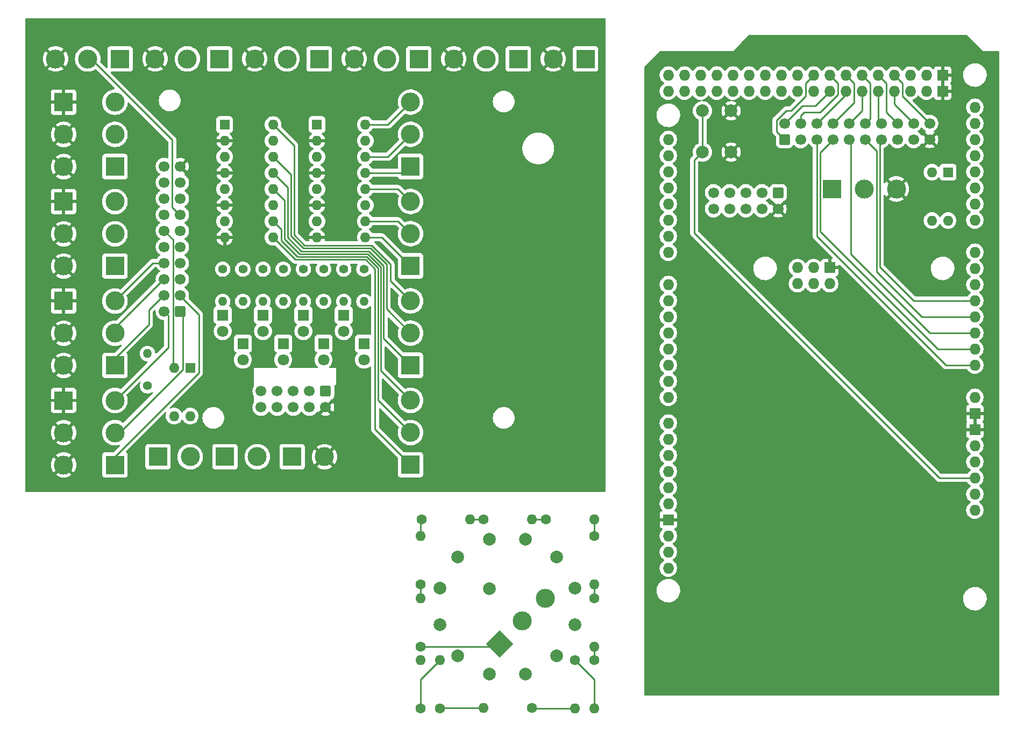
<source format=gbr>
%TF.GenerationSoftware,KiCad,Pcbnew,7.0.6*%
%TF.CreationDate,2023-09-19T13:47:08+08:00*%
%TF.ProjectId,ControlPanelPanelized,436f6e74-726f-46c5-9061-6e656c50616e,rev?*%
%TF.SameCoordinates,Original*%
%TF.FileFunction,Copper,L2,Bot*%
%TF.FilePolarity,Positive*%
%FSLAX46Y46*%
G04 Gerber Fmt 4.6, Leading zero omitted, Abs format (unit mm)*
G04 Created by KiCad (PCBNEW 7.0.6) date 2023-09-19 13:47:08*
%MOMM*%
%LPD*%
G01*
G04 APERTURE LIST*
G04 Aperture macros list*
%AMRoundRect*
0 Rectangle with rounded corners*
0 $1 Rounding radius*
0 $2 $3 $4 $5 $6 $7 $8 $9 X,Y pos of 4 corners*
0 Add a 4 corners polygon primitive as box body*
4,1,4,$2,$3,$4,$5,$6,$7,$8,$9,$2,$3,0*
0 Add four circle primitives for the rounded corners*
1,1,$1+$1,$2,$3*
1,1,$1+$1,$4,$5*
1,1,$1+$1,$6,$7*
1,1,$1+$1,$8,$9*
0 Add four rect primitives between the rounded corners*
20,1,$1+$1,$2,$3,$4,$5,0*
20,1,$1+$1,$4,$5,$6,$7,0*
20,1,$1+$1,$6,$7,$8,$9,0*
20,1,$1+$1,$8,$9,$2,$3,0*%
%AMRotRect*
0 Rectangle, with rotation*
0 The origin of the aperture is its center*
0 $1 length*
0 $2 width*
0 $3 Rotation angle, in degrees counterclockwise*
0 Add horizontal line*
21,1,$1,$2,0,0,$3*%
G04 Aperture macros list end*
%TA.AperFunction,ComponentPad*%
%ADD10C,2.000000*%
%TD*%
%TA.AperFunction,ComponentPad*%
%ADD11O,1.600000X1.600000*%
%TD*%
%TA.AperFunction,ComponentPad*%
%ADD12C,1.600000*%
%TD*%
%TA.AperFunction,ComponentPad*%
%ADD13C,3.000000*%
%TD*%
%TA.AperFunction,ComponentPad*%
%ADD14RotRect,3.000000X3.000000X45.000000*%
%TD*%
%TA.AperFunction,ComponentPad*%
%ADD15RoundRect,0.250000X-0.600000X0.600000X-0.600000X-0.600000X0.600000X-0.600000X0.600000X0.600000X0*%
%TD*%
%TA.AperFunction,ComponentPad*%
%ADD16C,1.700000*%
%TD*%
%TA.AperFunction,ComponentPad*%
%ADD17RoundRect,0.250000X0.600000X-0.600000X0.600000X0.600000X-0.600000X0.600000X-0.600000X-0.600000X0*%
%TD*%
%TA.AperFunction,ComponentPad*%
%ADD18R,1.600000X1.600000*%
%TD*%
%TA.AperFunction,ComponentPad*%
%ADD19O,1.727200X1.727200*%
%TD*%
%TA.AperFunction,ComponentPad*%
%ADD20R,1.727200X1.727200*%
%TD*%
%TA.AperFunction,ComponentPad*%
%ADD21R,3.000000X3.000000*%
%TD*%
%TA.AperFunction,ComponentPad*%
%ADD22R,1.800000X1.800000*%
%TD*%
%TA.AperFunction,ComponentPad*%
%ADD23C,1.800000*%
%TD*%
%TA.AperFunction,ComponentPad*%
%ADD24C,1.400000*%
%TD*%
%TA.AperFunction,ComponentPad*%
%ADD25O,1.400000X1.400000*%
%TD*%
%TA.AperFunction,ComponentPad*%
%ADD26RoundRect,0.250000X0.600000X0.600000X-0.600000X0.600000X-0.600000X-0.600000X0.600000X-0.600000X0*%
%TD*%
%TA.AperFunction,Conductor*%
%ADD27C,0.250000*%
%TD*%
G04 APERTURE END LIST*
D10*
%TO.P,J8,1,Pin_1*%
%TO.N,N/C*%
X121867893Y-127360067D03*
%TD*%
%TO.P,J7,1,Pin_1*%
%TO.N,N/C*%
X124714902Y-122428902D03*
%TD*%
%TO.P,J1,1,Pin_1*%
%TO.N,N/C*%
X103464534Y-116734882D03*
%TD*%
%TO.P,J5,1,Pin_1*%
%TO.N,N/C*%
X121867892Y-111803717D03*
%TD*%
%TO.P,J13,1,Pin_1*%
%TO.N,N/C*%
X111261291Y-116753465D03*
%TD*%
%TO.P,J2,1,Pin_1*%
%TO.N,N/C*%
X106311542Y-111803718D03*
%TD*%
%TO.P,J11,1,Pin_1*%
%TO.N,N/C*%
X106311543Y-127360068D03*
%TD*%
%TO.P,J4,1,Pin_1*%
%TO.N,N/C*%
X116936728Y-108956709D03*
%TD*%
%TO.P,J10,1,Pin_1*%
%TO.N,Net-(J10-Pin_1)*%
X111242709Y-130207077D03*
%TD*%
%TO.P,J12,1,Pin_1*%
%TO.N,N/C*%
X103464535Y-122428902D03*
%TD*%
%TO.P,J9,1,Pin_1*%
%TO.N,N/C*%
X116936727Y-130207075D03*
%TD*%
%TO.P,J3,1,Pin_1*%
%TO.N,N/C*%
X111242709Y-108956709D03*
%TD*%
%TO.P,J6,1,Pin_1*%
%TO.N,N/C*%
X124714901Y-116734884D03*
%TD*%
D11*
%TO.P,R3,2*%
%TO.N,N/C*%
X108213291Y-105831465D03*
D12*
%TO.P,R3,1*%
X100593291Y-105831465D03*
%TD*%
D11*
%TO.P,R10,2*%
%TO.N,Net-(J10-Pin_1)*%
X110372291Y-135549465D03*
D12*
%TO.P,R10,1*%
%TO.N,N/C*%
X117992291Y-135549465D03*
%TD*%
D11*
%TO.P,R2,2*%
%TO.N,N/C*%
X100466291Y-108498465D03*
D12*
%TO.P,R2,1*%
X100466291Y-116118465D03*
%TD*%
D11*
%TO.P,R9,2*%
%TO.N,N/C*%
X124723291Y-135676465D03*
D12*
%TO.P,R9,1*%
X124723291Y-128056465D03*
%TD*%
D11*
%TO.P,R4,2*%
%TO.N,N/C*%
X117992291Y-105831465D03*
D12*
%TO.P,R4,1*%
X110372291Y-105831465D03*
%TD*%
D13*
%TO.P,J14,3,Pin_3*%
%TO.N,N/C*%
X120047629Y-118304542D03*
%TO.P,J14,2,Pin_2*%
X116455526Y-121896645D03*
D14*
%TO.P,J14,1,Pin_1*%
X112863424Y-125488747D03*
%TD*%
D11*
%TO.P,R6,2*%
%TO.N,N/C*%
X127771291Y-116118465D03*
D12*
%TO.P,R6,1*%
X127771291Y-108498465D03*
%TD*%
D11*
%TO.P,R11,2*%
%TO.N,N/C*%
X103514291Y-128056465D03*
D12*
%TO.P,R11,1*%
%TO.N,Net-(J10-Pin_1)*%
X103514291Y-135676465D03*
%TD*%
D11*
%TO.P,R7,2*%
%TO.N,N/C*%
X127771291Y-125897465D03*
D12*
%TO.P,R7,1*%
X127771291Y-118277465D03*
%TD*%
D11*
%TO.P,R8,2*%
%TO.N,N/C*%
X127771291Y-135676465D03*
D12*
%TO.P,R8,1*%
X127771291Y-128056465D03*
%TD*%
D11*
%TO.P,R5,2*%
%TO.N,N/C*%
X127771291Y-105831465D03*
D12*
%TO.P,R5,1*%
X120151291Y-105831465D03*
%TD*%
D11*
%TO.P,R1,2*%
%TO.N,N/C*%
X100466291Y-118277465D03*
D12*
%TO.P,R1,1*%
X100466291Y-125897465D03*
%TD*%
D11*
%TO.P,R12,2*%
%TO.N,N/C*%
X100466291Y-128056465D03*
D12*
%TO.P,R12,1*%
X100466291Y-135676465D03*
%TD*%
D15*
%TO.P,J3,1,Pin_1*%
%TO.N,/A_ON*%
X156718000Y-54356000D03*
D16*
%TO.P,J3,2,Pin_2*%
%TO.N,/GND*%
X156718000Y-56896000D03*
%TO.P,J3,3,Pin_3*%
%TO.N,/A_OFF*%
X154178000Y-54356000D03*
%TO.P,J3,4,Pin_4*%
%TO.N,/3V3*%
X154178000Y-56896000D03*
%TO.P,J3,5,Pin_5*%
%TO.N,/B_ON*%
X151638000Y-54356000D03*
%TO.P,J3,6,Pin_6*%
%TO.N,/D30*%
X151638000Y-56896000D03*
%TO.P,J3,7,Pin_7*%
%TO.N,/B_OFF*%
X149098000Y-54356000D03*
%TO.P,J3,8,Pin_8*%
%TO.N,/D31*%
X149098000Y-56896000D03*
%TO.P,J3,9,Pin_9*%
%TO.N,/C_ON*%
X146558000Y-54356000D03*
%TO.P,J3,10,Pin_10*%
%TO.N,/C_OFF*%
X146558000Y-56896000D03*
%TD*%
D17*
%TO.P,J1,1,Pin_1*%
%TO.N,/D39*%
X157734000Y-45974000D03*
D16*
%TO.P,J1,2,Pin_2*%
%TO.N,/D40*%
X157734000Y-43434000D03*
%TO.P,J1,3,Pin_3*%
%TO.N,/D38*%
X160274000Y-45974000D03*
%TO.P,J1,4,Pin_4*%
%TO.N,/D41*%
X160274000Y-43434000D03*
%TO.P,J1,5,Pin_5*%
%TO.N,/A0*%
X162814000Y-45974000D03*
%TO.P,J1,6,Pin_6*%
%TO.N,/D42*%
X162814000Y-43434000D03*
%TO.P,J1,7,Pin_7*%
%TO.N,/A1*%
X165354000Y-45974000D03*
%TO.P,J1,8,Pin_8*%
%TO.N,/D43*%
X165354000Y-43434000D03*
%TO.P,J1,9,Pin_9*%
%TO.N,/A2*%
X167894000Y-45974000D03*
%TO.P,J1,10,Pin_10*%
%TO.N,/D44*%
X167894000Y-43434000D03*
%TO.P,J1,11,Pin_11*%
%TO.N,/A3*%
X170434000Y-45974000D03*
%TO.P,J1,12,Pin_12*%
%TO.N,/D45*%
X170434000Y-43434000D03*
%TO.P,J1,13,Pin_13*%
%TO.N,/A4*%
X172974000Y-45974000D03*
%TO.P,J1,14,Pin_14*%
%TO.N,/D46*%
X172974000Y-43434000D03*
%TO.P,J1,15,Pin_15*%
%TO.N,N/C*%
X175514000Y-45974000D03*
%TO.P,J1,16,Pin_16*%
%TO.N,/D47*%
X175514000Y-43434000D03*
%TO.P,J1,17,Pin_17*%
%TO.N,/AREF*%
X178054000Y-45974000D03*
%TO.P,J1,18,Pin_18*%
%TO.N,/D48*%
X178054000Y-43434000D03*
%TO.P,J1,19,Pin_19*%
%TO.N,/GND*%
X180594000Y-45974000D03*
%TO.P,J1,20,Pin_20*%
%TO.N,/D49*%
X180594000Y-43434000D03*
%TD*%
D18*
%TO.P,SW2,1*%
%TO.N,/5V*%
X183482000Y-51134000D03*
D11*
%TO.P,SW2,2*%
X180942000Y-51134000D03*
%TO.P,SW2,3*%
%TO.N,/AREF*%
X180942000Y-58754000D03*
%TO.P,SW2,4*%
%TO.N,/VIN*%
X183482000Y-58754000D03*
%TD*%
D19*
%TO.P,XA1,*%
%TO.N,*%
X187706000Y-104394000D03*
%TO.P,XA1,3V3,3.3V*%
%TO.N,N/C*%
X187706000Y-96774000D03*
%TO.P,XA1,5V1,5V*%
X187706000Y-94234000D03*
%TO.P,XA1,5V2,SPI_5V*%
X159766000Y-66167000D03*
%TO.P,XA1,5V3,5V*%
X139446000Y-38354000D03*
%TO.P,XA1,5V4,5V*%
X139446000Y-35814000D03*
%TO.P,XA1,A0,A0*%
%TO.N,/A0*%
X187706000Y-81534000D03*
%TO.P,XA1,A1,A1*%
%TO.N,/A1*%
X187706000Y-78994000D03*
%TO.P,XA1,A2,A2*%
%TO.N,/A2*%
X187706000Y-76454000D03*
%TO.P,XA1,A3,A3*%
%TO.N,/A3*%
X187706000Y-73914000D03*
%TO.P,XA1,A4,A4*%
%TO.N,/A4*%
X187706000Y-71374000D03*
%TO.P,XA1,A5,A5*%
%TO.N,N/C*%
X187706000Y-68834000D03*
%TO.P,XA1,A6,A6*%
X187706000Y-66294000D03*
%TO.P,XA1,A7,A7*%
X187706000Y-63754000D03*
%TO.P,XA1,A8,A8*%
X187706000Y-58674000D03*
%TO.P,XA1,A9,A9*%
X187706000Y-56134000D03*
%TO.P,XA1,A10,A10*%
X187706000Y-53594000D03*
%TO.P,XA1,A11,A11*%
X187706000Y-51054000D03*
%TO.P,XA1,A12,A12*%
X187706000Y-48514000D03*
%TO.P,XA1,A13,A13*%
X187706000Y-45974000D03*
%TO.P,XA1,A14,A14*%
X187706000Y-43434000D03*
%TO.P,XA1,A15,A15*%
X187706000Y-40894000D03*
%TO.P,XA1,AREF,AREF*%
%TO.N,/AREF*%
X139446000Y-108458000D03*
%TO.P,XA1,D0,D0/RX0*%
%TO.N,N/C*%
X139446000Y-68834000D03*
%TO.P,XA1,D1,D1/TX0*%
X139446000Y-71374000D03*
%TO.P,XA1,D2,D2_INT0*%
X139446000Y-73914000D03*
%TO.P,XA1,D3,D3_INT1*%
X139446000Y-76454000D03*
%TO.P,XA1,D4,D4*%
X139446000Y-78994000D03*
%TO.P,XA1,D5,D5*%
X139446000Y-81534000D03*
%TO.P,XA1,D6,D6*%
X139446000Y-84074000D03*
%TO.P,XA1,D7,D7*%
X139446000Y-86614000D03*
%TO.P,XA1,D8,D8*%
X139446000Y-90678000D03*
%TO.P,XA1,D9,D9*%
X139446000Y-93218000D03*
%TO.P,XA1,D10,D10*%
X139446000Y-95758000D03*
%TO.P,XA1,D11,D11*%
X139446000Y-98298000D03*
%TO.P,XA1,D12,D12*%
X139446000Y-100838000D03*
%TO.P,XA1,D13,D13*%
X139446000Y-103378000D03*
%TO.P,XA1,D14,D14/TX3*%
X139446000Y-63754000D03*
%TO.P,XA1,D15,D15/RX3*%
X139446000Y-61214000D03*
%TO.P,XA1,D16,D16/TX2*%
X139446000Y-58674000D03*
%TO.P,XA1,D17,D17/RX2*%
X139446000Y-56134000D03*
%TO.P,XA1,D18,D18/TX1*%
X139446000Y-53594000D03*
%TO.P,XA1,D19,D19/RX1*%
X139446000Y-51054000D03*
%TO.P,XA1,D20,D20/SDA*%
X139446000Y-48514000D03*
%TO.P,XA1,D21,D21/SCL*%
X139446000Y-45974000D03*
%TO.P,XA1,D22,D22*%
X141986000Y-38354000D03*
%TO.P,XA1,D23,D23*%
X141986000Y-35814000D03*
%TO.P,XA1,D24,D24*%
X144526000Y-38354000D03*
%TO.P,XA1,D25,D25*%
X144526000Y-35814000D03*
%TO.P,XA1,D26,D26*%
X147066000Y-38354000D03*
%TO.P,XA1,D27,D27*%
X147066000Y-35814000D03*
%TO.P,XA1,D28,D28*%
X149606000Y-38354000D03*
%TO.P,XA1,D29,D29*%
X149606000Y-35814000D03*
%TO.P,XA1,D30,D30*%
%TO.N,/D30*%
X152146000Y-38354000D03*
%TO.P,XA1,D31,D31*%
%TO.N,/D31*%
X152146000Y-35814000D03*
%TO.P,XA1,D32,D32*%
%TO.N,/C_OFF*%
X154686000Y-38354000D03*
%TO.P,XA1,D33,D33*%
%TO.N,/C_ON*%
X154686000Y-35814000D03*
%TO.P,XA1,D34,D34*%
%TO.N,/B_OFF*%
X157226000Y-38354000D03*
%TO.P,XA1,D35,D35*%
%TO.N,/B_ON*%
X157226000Y-35814000D03*
%TO.P,XA1,D36,D36*%
%TO.N,/A_OFF*%
X159766000Y-38354000D03*
%TO.P,XA1,D37,D37*%
%TO.N,/A_ON*%
X159766000Y-35814000D03*
%TO.P,XA1,D38,D38*%
%TO.N,/D38*%
X162306000Y-38354000D03*
%TO.P,XA1,D39,D39*%
%TO.N,/D39*%
X162306000Y-35814000D03*
%TO.P,XA1,D40,D40*%
%TO.N,/D40*%
X164846000Y-38354000D03*
%TO.P,XA1,D41,D41*%
%TO.N,/D41*%
X164846000Y-35814000D03*
%TO.P,XA1,D42,D42*%
%TO.N,/D42*%
X167386000Y-38354000D03*
%TO.P,XA1,D43,D43*%
%TO.N,/D43*%
X167386000Y-35814000D03*
%TO.P,XA1,D44,D44*%
%TO.N,/D44*%
X169926000Y-38354000D03*
%TO.P,XA1,D45,D45*%
%TO.N,/D45*%
X169926000Y-35814000D03*
%TO.P,XA1,D46,D46*%
%TO.N,/D46*%
X172466000Y-38354000D03*
%TO.P,XA1,D47,D47*%
%TO.N,/D47*%
X172466000Y-35814000D03*
%TO.P,XA1,D48,D48*%
%TO.N,/D48*%
X175006000Y-38354000D03*
%TO.P,XA1,D49,D49*%
%TO.N,/D49*%
X175006000Y-35814000D03*
%TO.P,XA1,D50,D50_MISO*%
%TO.N,N/C*%
X177546000Y-38354000D03*
%TO.P,XA1,D51,D51_MOSI*%
X177546000Y-35814000D03*
%TO.P,XA1,D52,D52_SCK*%
X180086000Y-38354000D03*
%TO.P,XA1,D53,D53_CS*%
X180086000Y-35814000D03*
D20*
%TO.P,XA1,GND1,GND*%
%TO.N,/GND*%
X139446000Y-105918000D03*
%TO.P,XA1,GND2,GND*%
X187706000Y-91694000D03*
%TO.P,XA1,GND3,GND*%
X187706000Y-89154000D03*
%TO.P,XA1,GND4,SPI_GND*%
X164846000Y-66167000D03*
%TO.P,XA1,GND5,GND*%
X182626000Y-38354000D03*
%TO.P,XA1,GND6,GND*%
X182626000Y-35814000D03*
D19*
%TO.P,XA1,IORF,IOREF*%
%TO.N,N/C*%
X187706000Y-101854000D03*
%TO.P,XA1,MISO,SPI_MISO*%
X159766000Y-68707000D03*
%TO.P,XA1,MOSI,SPI_MOSI*%
X162306000Y-66167000D03*
%TO.P,XA1,RST1,RESET*%
%TO.N,/RST*%
X187706000Y-99314000D03*
%TO.P,XA1,RST2,SPI_RESET*%
%TO.N,N/C*%
X164846000Y-68707000D03*
%TO.P,XA1,SCK,SPI_SCK*%
X162306000Y-68707000D03*
%TO.P,XA1,SCL,SCL*%
X139446000Y-113538000D03*
%TO.P,XA1,SDA,SDA*%
X139446000Y-110998000D03*
%TO.P,XA1,VIN,VIN*%
X187706000Y-86614000D03*
%TD*%
D21*
%TO.P,J2,1,Pin_1*%
%TO.N,/5V*%
X165174000Y-53784000D03*
D13*
%TO.P,J2,2,Pin_2*%
%TO.N,/3V3*%
X170254000Y-53784000D03*
%TO.P,J2,3,Pin_3*%
%TO.N,/GND*%
X175334000Y-53784000D03*
%TD*%
D10*
%TO.P,SW1,1,1*%
%TO.N,/GND*%
X149316000Y-41454000D03*
X149316000Y-47954000D03*
%TO.P,SW1,2,2*%
%TO.N,/RST*%
X144816000Y-41454000D03*
X144816000Y-47954000D03*
%TD*%
D22*
%TO.P,D8,1,K*%
%TO.N,Net-(D8-K)*%
X69289400Y-73647600D03*
D23*
%TO.P,D8,2,A*%
%TO.N,N/C*%
X69289400Y-76187600D03*
%TD*%
D22*
%TO.P,D7,1,K*%
%TO.N,Net-(D7-K)*%
X72464400Y-78147600D03*
D23*
%TO.P,D7,2,A*%
%TO.N,N/C*%
X72464400Y-80687600D03*
%TD*%
D22*
%TO.P,D5,1,K*%
%TO.N,Net-(D5-K)*%
X78814400Y-78147600D03*
D23*
%TO.P,D5,2,A*%
%TO.N,/C_ON*%
X78814400Y-80687600D03*
%TD*%
D22*
%TO.P,D2,1,K*%
%TO.N,Net-(D2-K)*%
X88339400Y-73647600D03*
D23*
%TO.P,D2,2,A*%
%TO.N,/A_OFF*%
X88339400Y-76187600D03*
%TD*%
D21*
%TO.P,J12,1,Pin_1*%
%TO.N,/5V*%
X126401400Y-33273000D03*
D13*
%TO.P,J12,2,Pin_2*%
%TO.N,/GND*%
X121321400Y-33273000D03*
%TD*%
D22*
%TO.P,D4,1,K*%
%TO.N,Net-(D4-K)*%
X81989400Y-73647600D03*
D23*
%TO.P,D4,2,A*%
%TO.N,/B_OFF*%
X81989400Y-76187600D03*
%TD*%
D22*
%TO.P,D1,1,K*%
%TO.N,Net-(D1-K)*%
X91523050Y-78142200D03*
D23*
%TO.P,D1,2,A*%
%TO.N,/A_ON*%
X91523050Y-80682200D03*
%TD*%
D22*
%TO.P,D6,1,K*%
%TO.N,Net-(D6-K)*%
X75639400Y-73647600D03*
D23*
%TO.P,D6,2,A*%
%TO.N,/C_OFF*%
X75639400Y-76187600D03*
%TD*%
D22*
%TO.P,D3,1,K*%
%TO.N,Net-(D3-K)*%
X85164400Y-78147600D03*
D23*
%TO.P,D3,2,A*%
%TO.N,/B_ON*%
X85164400Y-80687600D03*
%TD*%
D15*
%TO.P,IDC_RF1,1,Pin_1*%
%TO.N,/A_ON*%
X85493800Y-85661000D03*
D16*
%TO.P,IDC_RF1,2,Pin_2*%
%TO.N,/GND*%
X85493800Y-88201000D03*
%TO.P,IDC_RF1,3,Pin_3*%
%TO.N,/A_OFF*%
X82953800Y-85661000D03*
%TO.P,IDC_RF1,4,Pin_4*%
%TO.N,/3V3*%
X82953800Y-88201000D03*
%TO.P,IDC_RF1,5,Pin_5*%
%TO.N,/B_ON*%
X80413800Y-85661000D03*
%TO.P,IDC_RF1,6,Pin_6*%
%TO.N,N/C*%
X80413800Y-88201000D03*
%TO.P,IDC_RF1,7,Pin_7*%
%TO.N,/B_OFF*%
X77873800Y-85661000D03*
%TO.P,IDC_RF1,8,Pin_8*%
%TO.N,N/C*%
X77873800Y-88201000D03*
%TO.P,IDC_RF1,9,Pin_9*%
%TO.N,/C_ON*%
X75333800Y-85661000D03*
%TO.P,IDC_RF1,10,Pin_10*%
%TO.N,/C_OFF*%
X75333800Y-88201000D03*
%TD*%
D21*
%TO.P,J19,1,Pin_1*%
%TO.N,Net-(J19-Pin_1)*%
X98863400Y-65906400D03*
D13*
%TO.P,J19,2,Pin_2*%
%TO.N,Net-(J19-Pin_2)*%
X98863400Y-60826400D03*
%TO.P,J19,3,Pin_3*%
%TO.N,Net-(J19-Pin_3)*%
X98863400Y-55746400D03*
%TD*%
D24*
%TO.P,R1,1*%
%TO.N,Net-(R1-Pad1)*%
X57456800Y-84807600D03*
D25*
%TO.P,R1,2*%
%TO.N,/5V*%
X57456800Y-79727600D03*
%TD*%
D21*
%TO.P,J5,1,Pin_1*%
%TO.N,N/C*%
X52317400Y-50251200D03*
D13*
%TO.P,J5,2,Pin_2*%
X52317400Y-45171200D03*
%TO.P,J5,3,Pin_3*%
X52317400Y-40091200D03*
%TD*%
D24*
%TO.P,R2,1*%
%TO.N,Net-(R2-Pad1)*%
X91523050Y-66408600D03*
D25*
%TO.P,R2,2*%
%TO.N,Net-(D1-K)*%
X91523050Y-71488600D03*
%TD*%
D21*
%TO.P,J20,1,Pin_1*%
%TO.N,Net-(J20-Pin_1)*%
X98863400Y-81578200D03*
D13*
%TO.P,J20,2,Pin_2*%
%TO.N,Net-(J20-Pin_2)*%
X98863400Y-76498200D03*
%TO.P,J20,3,Pin_3*%
%TO.N,Net-(J20-Pin_3)*%
X98863400Y-71418200D03*
%TD*%
D18*
%TO.P,U1,1*%
%TO.N,Net-(R1-Pad1)*%
X64171400Y-81962600D03*
D11*
%TO.P,U1,2*%
%TO.N,N/C*%
X61631400Y-81962600D03*
%TO.P,U1,3*%
%TO.N,Net-(J10-Pin_1)*%
X61631400Y-89582600D03*
%TO.P,U1,4*%
%TO.N,Net-(J10-Pin_2)*%
X64171400Y-89582600D03*
%TD*%
D21*
%TO.P,J2,1,Pin_1*%
%TO.N,/GND*%
X44253400Y-55767400D03*
D13*
%TO.P,J2,2,Pin_2*%
X44253400Y-60847400D03*
%TO.P,J2,3,Pin_3*%
X44253400Y-65927400D03*
%TD*%
D21*
%TO.P,J17,1,Pin_1*%
%TO.N,/5V*%
X115824000Y-33274000D03*
D13*
%TO.P,J17,2,Pin_2*%
%TO.N,N/C*%
X110744000Y-33274000D03*
%TO.P,J17,3,Pin_3*%
%TO.N,/GND*%
X105664000Y-33274000D03*
%TD*%
D24*
%TO.P,R9,1*%
%TO.N,Net-(R9-Pad1)*%
X69289400Y-66414000D03*
D25*
%TO.P,R9,2*%
%TO.N,Net-(D8-K)*%
X69289400Y-71494000D03*
%TD*%
D24*
%TO.P,R4,1*%
%TO.N,Net-(R4-Pad1)*%
X85164400Y-66414000D03*
D25*
%TO.P,R4,2*%
%TO.N,Net-(D3-K)*%
X85164400Y-71494000D03*
%TD*%
D21*
%TO.P,J3,1,Pin_1*%
%TO.N,/GND*%
X44253400Y-71439200D03*
D13*
%TO.P,J3,2,Pin_2*%
X44253400Y-76519200D03*
%TO.P,J3,3,Pin_3*%
X44253400Y-81599200D03*
%TD*%
D21*
%TO.P,J15,1,Pin_1*%
%TO.N,/5V*%
X84480400Y-33274000D03*
D13*
%TO.P,J15,2,Pin_2*%
%TO.N,N/C*%
X79400400Y-33274000D03*
%TO.P,J15,3,Pin_3*%
%TO.N,/GND*%
X74320400Y-33274000D03*
%TD*%
D24*
%TO.P,R8,1*%
%TO.N,Net-(R8-Pad1)*%
X72464400Y-66414000D03*
D25*
%TO.P,R8,2*%
%TO.N,Net-(D7-K)*%
X72464400Y-71494000D03*
%TD*%
D21*
%TO.P,J21,1,Pin_1*%
%TO.N,Net-(J21-Pin_1)*%
X98863400Y-97247800D03*
D13*
%TO.P,J21,2,Pin_2*%
%TO.N,Net-(J21-Pin_2)*%
X98863400Y-92167800D03*
%TO.P,J21,3,Pin_3*%
%TO.N,Net-(J21-Pin_3)*%
X98863400Y-87087800D03*
%TD*%
D24*
%TO.P,R6,1*%
%TO.N,Net-(R6-Pad1)*%
X78814400Y-66414000D03*
D25*
%TO.P,R6,2*%
%TO.N,Net-(D5-K)*%
X78814400Y-71494000D03*
%TD*%
D21*
%TO.P,J10,1,Pin_1*%
%TO.N,Net-(J10-Pin_1)*%
X69657800Y-95986600D03*
D13*
%TO.P,J10,2,Pin_2*%
%TO.N,Net-(J10-Pin_2)*%
X74737800Y-95986600D03*
%TD*%
D18*
%TO.P,U3,1*%
%TO.N,Net-(R6-Pad1)*%
X69589400Y-43624000D03*
D11*
%TO.P,U3,2*%
%TO.N,/GND*%
X69589400Y-46164000D03*
%TO.P,U3,3*%
%TO.N,Net-(R7-Pad1)*%
X69589400Y-48704000D03*
%TO.P,U3,4*%
%TO.N,/GND*%
X69589400Y-51244000D03*
%TO.P,U3,5*%
%TO.N,Net-(R8-Pad1)*%
X69589400Y-53784000D03*
%TO.P,U3,6*%
%TO.N,/GND*%
X69589400Y-56324000D03*
%TO.P,U3,7*%
%TO.N,Net-(R9-Pad1)*%
X69589400Y-58864000D03*
%TO.P,U3,8*%
%TO.N,/GND*%
X69589400Y-61404000D03*
%TO.P,U3,9*%
%TO.N,Net-(J21-Pin_1)*%
X77209400Y-61404000D03*
%TO.P,U3,10*%
%TO.N,Net-(J21-Pin_2)*%
X77209400Y-58864000D03*
%TO.P,U3,11*%
%TO.N,Net-(J21-Pin_1)*%
X77209400Y-56324000D03*
%TO.P,U3,12*%
%TO.N,Net-(J21-Pin_3)*%
X77209400Y-53784000D03*
%TO.P,U3,13*%
%TO.N,Net-(J20-Pin_1)*%
X77209400Y-51244000D03*
%TO.P,U3,14*%
%TO.N,Net-(J20-Pin_2)*%
X77209400Y-48704000D03*
%TO.P,U3,15*%
%TO.N,Net-(J20-Pin_1)*%
X77209400Y-46164000D03*
%TO.P,U3,16*%
%TO.N,Net-(J20-Pin_3)*%
X77209400Y-43624000D03*
%TD*%
D21*
%TO.P,J7,1,Pin_1*%
%TO.N,N/C*%
X52317400Y-81599200D03*
D13*
%TO.P,J7,2,Pin_2*%
X52317400Y-76519200D03*
%TO.P,J7,3,Pin_3*%
X52317400Y-71439200D03*
%TD*%
D21*
%TO.P,J9,1,Pin_1*%
%TO.N,Net-(J10-Pin_1)*%
X59091400Y-95986600D03*
D13*
%TO.P,J9,2,Pin_2*%
%TO.N,Net-(J10-Pin_2)*%
X64171400Y-95986600D03*
%TD*%
D24*
%TO.P,R5,1*%
%TO.N,Net-(R5-Pad1)*%
X81989400Y-66414000D03*
D25*
%TO.P,R5,2*%
%TO.N,Net-(D4-K)*%
X81989400Y-71494000D03*
%TD*%
D21*
%TO.P,J13,1,Pin_1*%
%TO.N,/5V*%
X53132400Y-33274000D03*
D13*
%TO.P,J13,2,Pin_2*%
%TO.N,N/C*%
X48052400Y-33274000D03*
%TO.P,J13,3,Pin_3*%
%TO.N,/GND*%
X42972400Y-33274000D03*
%TD*%
D26*
%TO.P,J11,1,Pin_1*%
%TO.N,N/C*%
X62626800Y-73076000D03*
D16*
%TO.P,J11,2,Pin_2*%
X60086800Y-73076000D03*
%TO.P,J11,3,Pin_3*%
X62626800Y-70536000D03*
%TO.P,J11,4,Pin_4*%
X60086800Y-70536000D03*
%TO.P,J11,5,Pin_5*%
X62626800Y-67996000D03*
%TO.P,J11,6,Pin_6*%
X60086800Y-67996000D03*
%TO.P,J11,7,Pin_7*%
X62626800Y-65456000D03*
%TO.P,J11,8,Pin_8*%
X60086800Y-65456000D03*
%TO.P,J11,9,Pin_9*%
X62626800Y-62916000D03*
%TO.P,J11,10,Pin_10*%
X60086800Y-62916000D03*
%TO.P,J11,11,Pin_11*%
X62626800Y-60376000D03*
%TO.P,J11,12,Pin_12*%
X60086800Y-60376000D03*
%TO.P,J11,13,Pin_13*%
X62626800Y-57836000D03*
%TO.P,J11,14,Pin_14*%
X60086800Y-57836000D03*
%TO.P,J11,15,Pin_15*%
%TO.N,unconnected-(J11-Pin_15-Pad15)*%
X62626800Y-55296000D03*
%TO.P,J11,16,Pin_16*%
%TO.N,N/C*%
X60086800Y-55296000D03*
%TO.P,J11,17,Pin_17*%
%TO.N,/5V*%
X62626800Y-52756000D03*
%TO.P,J11,18,Pin_18*%
%TO.N,N/C*%
X60086800Y-52756000D03*
%TO.P,J11,19,Pin_19*%
%TO.N,/GND*%
X62626800Y-50216000D03*
%TO.P,J11,20,Pin_20*%
%TO.N,N/C*%
X60086800Y-50216000D03*
%TD*%
D21*
%TO.P,J14,1,Pin_1*%
%TO.N,/5V*%
X68808600Y-33274000D03*
D13*
%TO.P,J14,2,Pin_2*%
%TO.N,N/C*%
X63728600Y-33274000D03*
%TO.P,J14,3,Pin_3*%
%TO.N,/GND*%
X58648600Y-33274000D03*
%TD*%
D21*
%TO.P,J4,1,Pin_1*%
%TO.N,/GND*%
X44253400Y-87108800D03*
D13*
%TO.P,J4,2,Pin_2*%
X44253400Y-92188800D03*
%TO.P,J4,3,Pin_3*%
X44253400Y-97268800D03*
%TD*%
D21*
%TO.P,J6,1,Pin_1*%
%TO.N,N/C*%
X52317400Y-65927400D03*
D13*
%TO.P,J6,2,Pin_2*%
X52317400Y-60847400D03*
%TO.P,J6,3,Pin_3*%
X52317400Y-55767400D03*
%TD*%
D21*
%TO.P,J22,1,Pin_1*%
%TO.N,/3V3*%
X80239800Y-95986600D03*
D13*
%TO.P,J22,2,Pin_2*%
%TO.N,/GND*%
X85319800Y-95986600D03*
%TD*%
D21*
%TO.P,J1,1,Pin_1*%
%TO.N,/GND*%
X44253400Y-40091200D03*
D13*
%TO.P,J1,2,Pin_2*%
X44253400Y-45171200D03*
%TO.P,J1,3,Pin_3*%
X44253400Y-50251200D03*
%TD*%
D21*
%TO.P,J18,1,Pin_1*%
%TO.N,Net-(J18-Pin_1)*%
X98863400Y-50230200D03*
D13*
%TO.P,J18,2,Pin_2*%
%TO.N,Net-(J18-Pin_2)*%
X98863400Y-45150200D03*
%TO.P,J18,3,Pin_3*%
%TO.N,Net-(J18-Pin_3)*%
X98863400Y-40070200D03*
%TD*%
D24*
%TO.P,R7,1*%
%TO.N,Net-(R7-Pad1)*%
X75639400Y-66414000D03*
D25*
%TO.P,R7,2*%
%TO.N,Net-(D6-K)*%
X75639400Y-71494000D03*
%TD*%
D21*
%TO.P,J16,1,Pin_1*%
%TO.N,/5V*%
X100152200Y-33274000D03*
D13*
%TO.P,J16,2,Pin_2*%
%TO.N,N/C*%
X95072200Y-33274000D03*
%TO.P,J16,3,Pin_3*%
%TO.N,/GND*%
X89992200Y-33274000D03*
%TD*%
D24*
%TO.P,R3,1*%
%TO.N,Net-(R3-Pad1)*%
X88339400Y-66414000D03*
D25*
%TO.P,R3,2*%
%TO.N,Net-(D2-K)*%
X88339400Y-71494000D03*
%TD*%
D21*
%TO.P,J8,1,Pin_1*%
%TO.N,N/C*%
X52317400Y-97268800D03*
D13*
%TO.P,J8,2,Pin_2*%
X52317400Y-92188800D03*
%TO.P,J8,3,Pin_3*%
X52317400Y-87108800D03*
%TD*%
D18*
%TO.P,U2,1*%
%TO.N,Net-(R2-Pad1)*%
X84123050Y-43624000D03*
D11*
%TO.P,U2,2*%
%TO.N,/GND*%
X84123050Y-46164000D03*
%TO.P,U2,3*%
%TO.N,Net-(R3-Pad1)*%
X84123050Y-48704000D03*
%TO.P,U2,4*%
%TO.N,/GND*%
X84123050Y-51244000D03*
%TO.P,U2,5*%
%TO.N,Net-(R4-Pad1)*%
X84123050Y-53784000D03*
%TO.P,U2,6*%
%TO.N,/GND*%
X84123050Y-56324000D03*
%TO.P,U2,7*%
%TO.N,Net-(R5-Pad1)*%
X84123050Y-58864000D03*
%TO.P,U2,8*%
%TO.N,/GND*%
X84123050Y-61404000D03*
%TO.P,U2,9*%
%TO.N,Net-(J19-Pin_1)*%
X91743050Y-61404000D03*
%TO.P,U2,10*%
%TO.N,Net-(J19-Pin_2)*%
X91743050Y-58864000D03*
%TO.P,U2,11*%
%TO.N,Net-(J19-Pin_1)*%
X91743050Y-56324000D03*
%TO.P,U2,12*%
%TO.N,Net-(J19-Pin_3)*%
X91743050Y-53784000D03*
%TO.P,U2,13*%
%TO.N,Net-(J18-Pin_1)*%
X91743050Y-51244000D03*
%TO.P,U2,14*%
%TO.N,Net-(J18-Pin_2)*%
X91743050Y-48704000D03*
%TO.P,U2,15*%
%TO.N,Net-(J18-Pin_1)*%
X91743050Y-46164000D03*
%TO.P,U2,16*%
%TO.N,Net-(J18-Pin_3)*%
X91743050Y-43624000D03*
%TD*%
D27*
%TO.N,*%
X100466291Y-125897465D02*
X112454706Y-125897465D01*
X112454706Y-125897465D02*
X112863424Y-125488747D01*
%TO.N,Net-(J10-Pin_1)*%
X110372291Y-135549465D02*
X103641291Y-135549465D01*
X103641291Y-135549465D02*
X103514291Y-135676465D01*
%TO.N,*%
X118627291Y-135676465D02*
X117992291Y-135041465D01*
X120151291Y-105831465D02*
X117992291Y-105831465D01*
X100466291Y-105958465D02*
X100593291Y-105831465D01*
X124723291Y-135676465D02*
X118627291Y-135676465D01*
X127771291Y-135676465D02*
X127771291Y-131104465D01*
X127771291Y-118277465D02*
X127771291Y-116118465D01*
X127771291Y-128056465D02*
X127771291Y-125897465D01*
X127771291Y-108498465D02*
X127771291Y-105831465D01*
X100466291Y-108498465D02*
X100466291Y-105958465D01*
X110372291Y-105831465D02*
X108213291Y-105831465D01*
X127771291Y-131104465D02*
X124723291Y-128056465D01*
X100466291Y-131104465D02*
X103514291Y-128056465D01*
X100466291Y-135676465D02*
X100466291Y-131104465D01*
X100466291Y-118277465D02*
X100466291Y-116118465D01*
%TO.N,/A0*%
X183134000Y-81534000D02*
X162814000Y-61214000D01*
X187706000Y-81534000D02*
X183134000Y-81534000D01*
X162814000Y-61214000D02*
X162814000Y-45974000D01*
%TO.N,/A4*%
X172720000Y-46228000D02*
X172974000Y-45974000D01*
X178054000Y-71374000D02*
X172720000Y-66040000D01*
X187706000Y-71374000D02*
X178054000Y-71374000D01*
X172720000Y-66040000D02*
X172720000Y-46228000D01*
%TO.N,/A1*%
X163322000Y-60452000D02*
X163322000Y-48006000D01*
X163322000Y-48006000D02*
X165354000Y-45974000D01*
X181864000Y-78994000D02*
X163322000Y-60452000D01*
X187706000Y-78994000D02*
X181864000Y-78994000D01*
%TO.N,/RST*%
X182118000Y-99314000D02*
X187706000Y-99314000D01*
X143510000Y-60706000D02*
X182118000Y-99314000D01*
X143510000Y-49260000D02*
X143510000Y-60706000D01*
X144816000Y-47954000D02*
X143510000Y-49260000D01*
%TO.N,/D49*%
X180594000Y-43434000D02*
X176276000Y-39116000D01*
X176276000Y-37084000D02*
X175006000Y-35814000D01*
X176276000Y-39116000D02*
X176276000Y-37084000D01*
%TO.N,/A3*%
X172212000Y-47752000D02*
X170434000Y-45974000D01*
X172212000Y-66802000D02*
X172212000Y-47752000D01*
%TO.N,/D40*%
X162560000Y-40640000D02*
X164846000Y-38354000D01*
X160528000Y-40640000D02*
X162560000Y-40640000D01*
%TO.N,/A3*%
X179324000Y-73914000D02*
X172212000Y-66802000D01*
X187706000Y-73914000D02*
X179324000Y-73914000D01*
%TO.N,/D40*%
X157734000Y-43434000D02*
X160528000Y-40640000D01*
%TO.N,/D45*%
X171196000Y-37084000D02*
X169926000Y-35814000D01*
%TO.N,/D41*%
X163322000Y-41656000D02*
X166116000Y-38862000D01*
%TO.N,/D45*%
X170434000Y-43434000D02*
X171196000Y-42672000D01*
%TO.N,/D41*%
X160274000Y-43434000D02*
X160274000Y-42164000D01*
X166116000Y-38862000D02*
X166116000Y-37084000D01*
X166116000Y-37084000D02*
X164846000Y-35814000D01*
X160274000Y-42164000D02*
X160782000Y-41656000D01*
%TO.N,/D45*%
X171196000Y-42672000D02*
X171196000Y-37084000D01*
%TO.N,/D41*%
X160782000Y-41656000D02*
X163322000Y-41656000D01*
%TO.N,/D46*%
X172974000Y-43434000D02*
X172466000Y-42926000D01*
X172466000Y-42926000D02*
X172466000Y-38354000D01*
%TO.N,/D43*%
X165354000Y-43434000D02*
X168656000Y-40132000D01*
X168656000Y-40132000D02*
X168656000Y-37084000D01*
%TO.N,/RST*%
X144816000Y-47954000D02*
X144816000Y-41454000D01*
%TO.N,/D43*%
X168656000Y-37084000D02*
X167386000Y-35814000D01*
%TO.N,/D48*%
X175006000Y-40386000D02*
X175006000Y-38354000D01*
X178054000Y-43434000D02*
X175006000Y-40386000D01*
%TO.N,/D47*%
X173736000Y-41656000D02*
X173736000Y-37084000D01*
X173736000Y-37084000D02*
X172466000Y-35814000D01*
X175514000Y-43434000D02*
X173736000Y-41656000D01*
%TO.N,/D39*%
X161036000Y-39116000D02*
X161036000Y-37084000D01*
X161036000Y-37084000D02*
X162306000Y-35814000D01*
X157988000Y-41402000D02*
X158750000Y-41402000D01*
X156464000Y-42926000D02*
X157988000Y-41402000D01*
X158750000Y-41402000D02*
X161036000Y-39116000D01*
X157734000Y-45974000D02*
X156464000Y-44704000D01*
X156464000Y-44704000D02*
X156464000Y-42926000D01*
%TO.N,/D42*%
X162814000Y-43434000D02*
X167386000Y-38862000D01*
X167386000Y-38862000D02*
X167386000Y-38354000D01*
%TO.N,/D44*%
X169926000Y-41402000D02*
X169926000Y-38354000D01*
X167894000Y-43434000D02*
X169926000Y-41402000D01*
%TO.N,/A2*%
X180595396Y-76454000D02*
X168148000Y-64006604D01*
X168148000Y-64006604D02*
X168148000Y-46228000D01*
X168148000Y-46228000D02*
X167894000Y-45974000D01*
X187706000Y-76454000D02*
X180595396Y-76454000D01*
%TO.N,Net-(J21-Pin_2)*%
X81041400Y-64474000D02*
X91964796Y-64474000D01*
X91964796Y-64474000D02*
X93725400Y-66234604D01*
X78479400Y-61912000D02*
X81041400Y-64474000D01*
X93725400Y-87029800D02*
X98863400Y-92167800D01*
X78479400Y-60134000D02*
X78479400Y-61912000D01*
X93725400Y-66234604D02*
X93725400Y-87029800D01*
X77209400Y-58864000D02*
X78479400Y-60134000D01*
%TO.N,Net-(J20-Pin_1)*%
X92337588Y-63574000D02*
X94625400Y-65861812D01*
X79495400Y-61404000D02*
X81665400Y-63574000D01*
X94625400Y-77340200D02*
X98863400Y-81578200D01*
X81665400Y-63574000D02*
X92337588Y-63574000D01*
X79495400Y-53530000D02*
X79495400Y-61404000D01*
X77209400Y-51244000D02*
X79495400Y-53530000D01*
X94625400Y-65861812D02*
X94625400Y-77340200D01*
%TO.N,Net-(J21-Pin_3)*%
X94175400Y-66048208D02*
X94175400Y-82399800D01*
X92151192Y-64024000D02*
X94175400Y-66048208D01*
X94175400Y-82399800D02*
X98863400Y-87087800D01*
%TO.N,Net-(J20-Pin_2)*%
X92523984Y-63124000D02*
X95075400Y-65675416D01*
X95075400Y-72710200D02*
X98863400Y-76498200D01*
X81977400Y-63124000D02*
X92523984Y-63124000D01*
X77209400Y-48704000D02*
X80003400Y-51498000D01*
X80003400Y-51498000D02*
X80003400Y-61150000D01*
X95075400Y-65675416D02*
X95075400Y-72710200D01*
X80003400Y-61150000D02*
X81977400Y-63124000D01*
%TO.N,Net-(J19-Pin_2)*%
X96901000Y-58864000D02*
X91743050Y-58864000D01*
X98863400Y-60826400D02*
X96901000Y-58864000D01*
%TO.N,Net-(J19-Pin_3)*%
X96901000Y-53784000D02*
X91743050Y-53784000D01*
%TO.N,Net-(J21-Pin_3)*%
X78987400Y-61658000D02*
X81353400Y-64024000D01*
%TO.N,Net-(J19-Pin_3)*%
X98863400Y-55746400D02*
X96901000Y-53784000D01*
%TO.N,Net-(J21-Pin_3)*%
X77209400Y-53784000D02*
X78987400Y-55562000D01*
%TO.N,Net-(J19-Pin_1)*%
X94361000Y-61404000D02*
X91743050Y-61404000D01*
X98863400Y-65906400D02*
X94361000Y-61404000D01*
%TO.N,Net-(J21-Pin_3)*%
X78987400Y-55562000D02*
X78987400Y-61658000D01*
X81353400Y-64024000D02*
X92151192Y-64024000D01*
%TO.N,Net-(J18-Pin_3)*%
X95309600Y-43624000D02*
X91743050Y-43624000D01*
X98863400Y-40070200D02*
X95309600Y-43624000D01*
%TO.N,Net-(J21-Pin_1)*%
X91778400Y-64924000D02*
X80729400Y-64924000D01*
X98863400Y-97247800D02*
X93275400Y-91659800D01*
X93275400Y-91659800D02*
X93275400Y-66421000D01*
X93275400Y-66421000D02*
X91778400Y-64924000D01*
X80729400Y-64924000D02*
X77209400Y-61404000D01*
%TO.N,*%
X62985400Y-82199591D02*
X62985400Y-73596000D01*
X52996191Y-92188800D02*
X62985400Y-82199591D01*
X52317400Y-92188800D02*
X52996191Y-92188800D01*
X62985400Y-73596000D02*
X62626800Y-73237400D01*
X61451800Y-81783000D02*
X61451800Y-72237827D01*
X61451800Y-71022701D02*
X61451800Y-61741000D01*
X61461400Y-71032301D02*
X61451800Y-71022701D01*
X61461400Y-72228227D02*
X61461400Y-71032301D01*
X61451800Y-72237827D02*
X61461400Y-72228227D01*
X61631400Y-81962600D02*
X61451800Y-81783000D01*
X61451800Y-61741000D02*
X60086800Y-60376000D01*
%TO.N,Net-(J18-Pin_1)*%
X97849600Y-51244000D02*
X91743050Y-51244000D01*
X98863400Y-50230200D02*
X97849600Y-51244000D01*
%TO.N,*%
X52317400Y-75628000D02*
X52317400Y-76519200D01*
X59937400Y-68008000D02*
X52317400Y-75628000D01*
X61334400Y-46037000D02*
X61334400Y-56705000D01*
X48253400Y-33083000D02*
X48380400Y-33083000D01*
X48380400Y-33083000D02*
X61334400Y-46037000D01*
X60699400Y-73688600D02*
X60699400Y-78726800D01*
X60086800Y-73076000D02*
X60699400Y-73688600D01*
X61334400Y-56705000D02*
X62477400Y-57848000D01*
X52317400Y-95948000D02*
X65525400Y-82740000D01*
X65525400Y-82740000D02*
X65525400Y-73596000D01*
X65525400Y-73596000D02*
X62477400Y-70548000D01*
X60699400Y-78726800D02*
X52317400Y-87108800D01*
X57651400Y-75120000D02*
X52317400Y-80454000D01*
X57651400Y-72834000D02*
X57651400Y-75120000D01*
X59937400Y-70548000D02*
X57651400Y-72834000D01*
X52317400Y-80454000D02*
X52317400Y-80708000D01*
%TO.N,Net-(J20-Pin_3)*%
X80511400Y-46926000D02*
X80511400Y-61021604D01*
X95715400Y-68270200D02*
X98863400Y-71418200D01*
X80511400Y-61021604D02*
X82163796Y-62674000D01*
X82163796Y-62674000D02*
X92710380Y-62674000D01*
X95715400Y-65679020D02*
X95715400Y-68270200D01*
X77209400Y-43624000D02*
X80511400Y-46926000D01*
X92710380Y-62674000D02*
X95715400Y-65679020D01*
%TO.N,Net-(J18-Pin_2)*%
X95309600Y-48704000D02*
X91743050Y-48704000D01*
X98863400Y-45150200D02*
X95309600Y-48704000D01*
%TO.N,*%
X59937400Y-65468000D02*
X59925400Y-65456000D01*
X58300600Y-65456000D02*
X53208600Y-70548000D01*
X59925400Y-65456000D02*
X58300600Y-65456000D01*
%TD*%
%TA.AperFunction,Conductor*%
%TO.N,/GND*%
G36*
X129475939Y-26880185D02*
G01*
X129521694Y-26932989D01*
X129532900Y-26984500D01*
X129532900Y-101411500D01*
X129513215Y-101478539D01*
X129460411Y-101524294D01*
X129408900Y-101535500D01*
X38319500Y-101535500D01*
X38252461Y-101515815D01*
X38206706Y-101463011D01*
X38195500Y-101411500D01*
X38195500Y-97268801D01*
X42248291Y-97268801D01*
X42268700Y-97554162D01*
X42329509Y-97833695D01*
X42429491Y-98101758D01*
X42566591Y-98352838D01*
X42566596Y-98352846D01*
X42673282Y-98495361D01*
X42673283Y-98495362D01*
X43568595Y-97600050D01*
X43590740Y-97651387D01*
X43696833Y-97793894D01*
X43832930Y-97908094D01*
X43922616Y-97953135D01*
X43026836Y-98848915D01*
X43169360Y-98955607D01*
X43169361Y-98955608D01*
X43420442Y-99092708D01*
X43420441Y-99092708D01*
X43688504Y-99192690D01*
X43968037Y-99253499D01*
X44253399Y-99273909D01*
X44253401Y-99273909D01*
X44538762Y-99253499D01*
X44818295Y-99192690D01*
X45086358Y-99092708D01*
X45337447Y-98955603D01*
X45479961Y-98848916D01*
X45479962Y-98848915D01*
X44587148Y-97956100D01*
X44596809Y-97952584D01*
X44745244Y-97854957D01*
X44867164Y-97725730D01*
X44939168Y-97601015D01*
X45833515Y-98495362D01*
X45833516Y-98495361D01*
X45940203Y-98352847D01*
X46077308Y-98101758D01*
X46177290Y-97833695D01*
X46238099Y-97554162D01*
X46258509Y-97268801D01*
X46258509Y-97268798D01*
X46238099Y-96983437D01*
X46177290Y-96703904D01*
X46077308Y-96435841D01*
X45940208Y-96184761D01*
X45940207Y-96184760D01*
X45833515Y-96042236D01*
X44938203Y-96937547D01*
X44916060Y-96886213D01*
X44809967Y-96743706D01*
X44673870Y-96629506D01*
X44584182Y-96584463D01*
X45479962Y-95688683D01*
X45479961Y-95688682D01*
X45337446Y-95581996D01*
X45337438Y-95581991D01*
X45086357Y-95444891D01*
X45086358Y-95444891D01*
X44818295Y-95344909D01*
X44538762Y-95284100D01*
X44253401Y-95263691D01*
X44253399Y-95263691D01*
X43968037Y-95284100D01*
X43688504Y-95344909D01*
X43420441Y-95444891D01*
X43169361Y-95581991D01*
X43169353Y-95581996D01*
X43026837Y-95688682D01*
X43026836Y-95688683D01*
X43919652Y-96581499D01*
X43909991Y-96585016D01*
X43761556Y-96682643D01*
X43639636Y-96811870D01*
X43567631Y-96936584D01*
X42673283Y-96042236D01*
X42673282Y-96042237D01*
X42566596Y-96184753D01*
X42566591Y-96184761D01*
X42429491Y-96435841D01*
X42329509Y-96703904D01*
X42268700Y-96983437D01*
X42248291Y-97268798D01*
X42248291Y-97268801D01*
X38195500Y-97268801D01*
X38195500Y-92188801D01*
X42248291Y-92188801D01*
X42268700Y-92474162D01*
X42329509Y-92753695D01*
X42429491Y-93021758D01*
X42566591Y-93272838D01*
X42566596Y-93272846D01*
X42673282Y-93415361D01*
X42673283Y-93415362D01*
X43568595Y-92520050D01*
X43590740Y-92571387D01*
X43696833Y-92713894D01*
X43832930Y-92828094D01*
X43922616Y-92873135D01*
X43026836Y-93768915D01*
X43169360Y-93875607D01*
X43169361Y-93875608D01*
X43420442Y-94012708D01*
X43420441Y-94012708D01*
X43688504Y-94112690D01*
X43968037Y-94173499D01*
X44253399Y-94193909D01*
X44253401Y-94193909D01*
X44538762Y-94173499D01*
X44818295Y-94112690D01*
X45086358Y-94012708D01*
X45337447Y-93875603D01*
X45479961Y-93768916D01*
X45479962Y-93768915D01*
X44587148Y-92876100D01*
X44596809Y-92872584D01*
X44745244Y-92774957D01*
X44867164Y-92645730D01*
X44939168Y-92521015D01*
X45833515Y-93415362D01*
X45833516Y-93415361D01*
X45940203Y-93272847D01*
X46077308Y-93021758D01*
X46177290Y-92753695D01*
X46238099Y-92474162D01*
X46258509Y-92188801D01*
X46258509Y-92188798D01*
X46238099Y-91903437D01*
X46177290Y-91623904D01*
X46077308Y-91355841D01*
X45940208Y-91104761D01*
X45940207Y-91104760D01*
X45833515Y-90962236D01*
X44938203Y-91857547D01*
X44916060Y-91806213D01*
X44809967Y-91663706D01*
X44673870Y-91549506D01*
X44584182Y-91504463D01*
X45479962Y-90608683D01*
X45479961Y-90608682D01*
X45337446Y-90501996D01*
X45337438Y-90501991D01*
X45086357Y-90364891D01*
X45086358Y-90364891D01*
X44818295Y-90264909D01*
X44538762Y-90204100D01*
X44253401Y-90183691D01*
X44253399Y-90183691D01*
X43968037Y-90204100D01*
X43688504Y-90264909D01*
X43420441Y-90364891D01*
X43169361Y-90501991D01*
X43169353Y-90501996D01*
X43026837Y-90608682D01*
X43026836Y-90608683D01*
X43919652Y-91501499D01*
X43909991Y-91505016D01*
X43761556Y-91602643D01*
X43639636Y-91731870D01*
X43567631Y-91856584D01*
X42673283Y-90962236D01*
X42673282Y-90962237D01*
X42566596Y-91104753D01*
X42566591Y-91104761D01*
X42429491Y-91355841D01*
X42329509Y-91623904D01*
X42268700Y-91903437D01*
X42248291Y-92188798D01*
X42248291Y-92188801D01*
X38195500Y-92188801D01*
X38195500Y-88656644D01*
X42253400Y-88656644D01*
X42259801Y-88716172D01*
X42259803Y-88716179D01*
X42310045Y-88850886D01*
X42310049Y-88850893D01*
X42396209Y-88965987D01*
X42396212Y-88965990D01*
X42511306Y-89052150D01*
X42511313Y-89052154D01*
X42646020Y-89102396D01*
X42646027Y-89102398D01*
X42705555Y-89108799D01*
X42705572Y-89108800D01*
X44003400Y-89108800D01*
X44003400Y-87830602D01*
X44164569Y-87868800D01*
X44297667Y-87868800D01*
X44429861Y-87853349D01*
X44503400Y-87826582D01*
X44503400Y-89108800D01*
X45801228Y-89108800D01*
X45801244Y-89108799D01*
X45860772Y-89102398D01*
X45860779Y-89102396D01*
X45995486Y-89052154D01*
X45995493Y-89052150D01*
X46110587Y-88965990D01*
X46110590Y-88965987D01*
X46196750Y-88850893D01*
X46196754Y-88850886D01*
X46246996Y-88716179D01*
X46246998Y-88716172D01*
X46253399Y-88656644D01*
X46253400Y-88656627D01*
X46253400Y-87358800D01*
X44971883Y-87358800D01*
X45006949Y-87241671D01*
X45017279Y-87064309D01*
X44986429Y-86889346D01*
X44973253Y-86858800D01*
X46253400Y-86858800D01*
X46253400Y-85560972D01*
X46253399Y-85560955D01*
X46246998Y-85501427D01*
X46246996Y-85501420D01*
X46196754Y-85366713D01*
X46196750Y-85366706D01*
X46110590Y-85251612D01*
X46110587Y-85251609D01*
X45995493Y-85165449D01*
X45995486Y-85165445D01*
X45860779Y-85115203D01*
X45860772Y-85115201D01*
X45801244Y-85108800D01*
X44503400Y-85108800D01*
X44503400Y-86386997D01*
X44342231Y-86348800D01*
X44209133Y-86348800D01*
X44076939Y-86364251D01*
X44003400Y-86391017D01*
X44003400Y-85108800D01*
X42705555Y-85108800D01*
X42646027Y-85115201D01*
X42646020Y-85115203D01*
X42511313Y-85165445D01*
X42511306Y-85165449D01*
X42396212Y-85251609D01*
X42396209Y-85251612D01*
X42310049Y-85366706D01*
X42310045Y-85366713D01*
X42259803Y-85501420D01*
X42259801Y-85501427D01*
X42253400Y-85560955D01*
X42253400Y-86858800D01*
X43534917Y-86858800D01*
X43499851Y-86975929D01*
X43489521Y-87153291D01*
X43520371Y-87328254D01*
X43533547Y-87358800D01*
X42253400Y-87358800D01*
X42253400Y-88656644D01*
X38195500Y-88656644D01*
X38195500Y-81599201D01*
X42248291Y-81599201D01*
X42268700Y-81884562D01*
X42329509Y-82164095D01*
X42429491Y-82432158D01*
X42566591Y-82683238D01*
X42566596Y-82683246D01*
X42673282Y-82825761D01*
X42673283Y-82825762D01*
X43568595Y-81930450D01*
X43590740Y-81981787D01*
X43696833Y-82124294D01*
X43832930Y-82238494D01*
X43922616Y-82283535D01*
X43026836Y-83179315D01*
X43169360Y-83286007D01*
X43169361Y-83286008D01*
X43420442Y-83423108D01*
X43420441Y-83423108D01*
X43688504Y-83523090D01*
X43968037Y-83583899D01*
X44253399Y-83604309D01*
X44253401Y-83604309D01*
X44538762Y-83583899D01*
X44818295Y-83523090D01*
X45086358Y-83423108D01*
X45337447Y-83286003D01*
X45479961Y-83179316D01*
X45479962Y-83179315D01*
X44587148Y-82286500D01*
X44596809Y-82282984D01*
X44745244Y-82185357D01*
X44867164Y-82056130D01*
X44939168Y-81931415D01*
X45833515Y-82825762D01*
X45833516Y-82825761D01*
X45940203Y-82683247D01*
X46077308Y-82432158D01*
X46177290Y-82164095D01*
X46238099Y-81884562D01*
X46258509Y-81599201D01*
X46258509Y-81599198D01*
X46238099Y-81313837D01*
X46177290Y-81034304D01*
X46077308Y-80766241D01*
X45940208Y-80515161D01*
X45940207Y-80515160D01*
X45833515Y-80372636D01*
X44938203Y-81267947D01*
X44916060Y-81216613D01*
X44809967Y-81074106D01*
X44673870Y-80959906D01*
X44584182Y-80914863D01*
X45479962Y-80019083D01*
X45479961Y-80019082D01*
X45337446Y-79912396D01*
X45337438Y-79912391D01*
X45086357Y-79775291D01*
X45086358Y-79775291D01*
X44818295Y-79675309D01*
X44538762Y-79614500D01*
X44253401Y-79594091D01*
X44253399Y-79594091D01*
X43968037Y-79614500D01*
X43688504Y-79675309D01*
X43420441Y-79775291D01*
X43169361Y-79912391D01*
X43169353Y-79912396D01*
X43026837Y-80019082D01*
X43026836Y-80019083D01*
X43919652Y-80911899D01*
X43909991Y-80915416D01*
X43761556Y-81013043D01*
X43639636Y-81142270D01*
X43567631Y-81266984D01*
X42673283Y-80372636D01*
X42673282Y-80372637D01*
X42566596Y-80515153D01*
X42566591Y-80515161D01*
X42429491Y-80766241D01*
X42329509Y-81034304D01*
X42268700Y-81313837D01*
X42248291Y-81599198D01*
X42248291Y-81599201D01*
X38195500Y-81599201D01*
X38195500Y-76519201D01*
X42248291Y-76519201D01*
X42268700Y-76804562D01*
X42329509Y-77084095D01*
X42429491Y-77352158D01*
X42566591Y-77603238D01*
X42566596Y-77603246D01*
X42673282Y-77745761D01*
X42673283Y-77745762D01*
X43568595Y-76850450D01*
X43590740Y-76901787D01*
X43696833Y-77044294D01*
X43832930Y-77158494D01*
X43922616Y-77203535D01*
X43026836Y-78099315D01*
X43169360Y-78206007D01*
X43169361Y-78206008D01*
X43420442Y-78343108D01*
X43420441Y-78343108D01*
X43688504Y-78443090D01*
X43968037Y-78503899D01*
X44253399Y-78524309D01*
X44253401Y-78524309D01*
X44538762Y-78503899D01*
X44818295Y-78443090D01*
X45086358Y-78343108D01*
X45337447Y-78206003D01*
X45479961Y-78099316D01*
X45479962Y-78099315D01*
X44587148Y-77206500D01*
X44596809Y-77202984D01*
X44745244Y-77105357D01*
X44867164Y-76976130D01*
X44939168Y-76851415D01*
X45833515Y-77745762D01*
X45833516Y-77745761D01*
X45940203Y-77603247D01*
X46077308Y-77352158D01*
X46177290Y-77084095D01*
X46238099Y-76804562D01*
X46258509Y-76519201D01*
X46258509Y-76519198D01*
X46238099Y-76233837D01*
X46177290Y-75954304D01*
X46077308Y-75686241D01*
X45940208Y-75435161D01*
X45940207Y-75435160D01*
X45833515Y-75292636D01*
X44938203Y-76187947D01*
X44916060Y-76136613D01*
X44809967Y-75994106D01*
X44673870Y-75879906D01*
X44584181Y-75834863D01*
X45479962Y-74939083D01*
X45479961Y-74939082D01*
X45337446Y-74832396D01*
X45337438Y-74832391D01*
X45086357Y-74695291D01*
X45086358Y-74695291D01*
X44818295Y-74595309D01*
X44538762Y-74534500D01*
X44253401Y-74514091D01*
X44253399Y-74514091D01*
X43968037Y-74534500D01*
X43688504Y-74595309D01*
X43420441Y-74695291D01*
X43169361Y-74832391D01*
X43169353Y-74832396D01*
X43026836Y-74939082D01*
X43026836Y-74939083D01*
X43919651Y-75831899D01*
X43909991Y-75835416D01*
X43761556Y-75933043D01*
X43639636Y-76062270D01*
X43567631Y-76186984D01*
X42673283Y-75292636D01*
X42673282Y-75292637D01*
X42566596Y-75435153D01*
X42566591Y-75435161D01*
X42429491Y-75686241D01*
X42329509Y-75954304D01*
X42268700Y-76233837D01*
X42248291Y-76519198D01*
X42248291Y-76519201D01*
X38195500Y-76519201D01*
X38195500Y-72987044D01*
X42253400Y-72987044D01*
X42259801Y-73046572D01*
X42259803Y-73046579D01*
X42310045Y-73181286D01*
X42310049Y-73181293D01*
X42396209Y-73296387D01*
X42396212Y-73296390D01*
X42511306Y-73382550D01*
X42511313Y-73382554D01*
X42646020Y-73432796D01*
X42646027Y-73432798D01*
X42705555Y-73439199D01*
X42705572Y-73439200D01*
X44003400Y-73439200D01*
X44003400Y-72161002D01*
X44164569Y-72199200D01*
X44297667Y-72199200D01*
X44429861Y-72183749D01*
X44503400Y-72156982D01*
X44503400Y-73439200D01*
X45801228Y-73439200D01*
X45801244Y-73439199D01*
X45860772Y-73432798D01*
X45860779Y-73432796D01*
X45995486Y-73382554D01*
X45995493Y-73382550D01*
X46110587Y-73296390D01*
X46110590Y-73296387D01*
X46196750Y-73181293D01*
X46196754Y-73181286D01*
X46246996Y-73046579D01*
X46246998Y-73046572D01*
X46253399Y-72987044D01*
X46253400Y-72987027D01*
X46253400Y-71689200D01*
X44971883Y-71689200D01*
X45006949Y-71572071D01*
X45017279Y-71394709D01*
X44986429Y-71219746D01*
X44973253Y-71189200D01*
X46253400Y-71189200D01*
X46253400Y-69891372D01*
X46253399Y-69891355D01*
X46246998Y-69831827D01*
X46246996Y-69831820D01*
X46196754Y-69697113D01*
X46196750Y-69697106D01*
X46110590Y-69582012D01*
X46110587Y-69582009D01*
X45995493Y-69495849D01*
X45995486Y-69495845D01*
X45860779Y-69445603D01*
X45860772Y-69445601D01*
X45801244Y-69439200D01*
X44503400Y-69439200D01*
X44503400Y-70717397D01*
X44342231Y-70679200D01*
X44209133Y-70679200D01*
X44076939Y-70694651D01*
X44003400Y-70721417D01*
X44003400Y-69439200D01*
X42705555Y-69439200D01*
X42646027Y-69445601D01*
X42646020Y-69445603D01*
X42511313Y-69495845D01*
X42511306Y-69495849D01*
X42396212Y-69582009D01*
X42396209Y-69582012D01*
X42310049Y-69697106D01*
X42310045Y-69697113D01*
X42259803Y-69831820D01*
X42259801Y-69831827D01*
X42253400Y-69891355D01*
X42253400Y-71189200D01*
X43534917Y-71189200D01*
X43499851Y-71306329D01*
X43489521Y-71483691D01*
X43520371Y-71658654D01*
X43533547Y-71689200D01*
X42253400Y-71689200D01*
X42253400Y-72987044D01*
X38195500Y-72987044D01*
X38195500Y-65927401D01*
X42248291Y-65927401D01*
X42268700Y-66212762D01*
X42329509Y-66492295D01*
X42429491Y-66760358D01*
X42566591Y-67011438D01*
X42566596Y-67011446D01*
X42673282Y-67153961D01*
X42673283Y-67153962D01*
X43568595Y-66258650D01*
X43590740Y-66309987D01*
X43696833Y-66452494D01*
X43832930Y-66566694D01*
X43922616Y-66611735D01*
X43026836Y-67507515D01*
X43169360Y-67614207D01*
X43169361Y-67614208D01*
X43420442Y-67751308D01*
X43420441Y-67751308D01*
X43688504Y-67851290D01*
X43968037Y-67912099D01*
X44253399Y-67932509D01*
X44253401Y-67932509D01*
X44538762Y-67912099D01*
X44818295Y-67851290D01*
X45086358Y-67751308D01*
X45337447Y-67614203D01*
X45479961Y-67507516D01*
X45479962Y-67507515D01*
X45448501Y-67476054D01*
X50308900Y-67476054D01*
X50315411Y-67536602D01*
X50315411Y-67536604D01*
X50358678Y-67652604D01*
X50366511Y-67673604D01*
X50454139Y-67790661D01*
X50571196Y-67878289D01*
X50708199Y-67929389D01*
X50735450Y-67932318D01*
X50768745Y-67935899D01*
X50768762Y-67935900D01*
X53866038Y-67935900D01*
X53866054Y-67935899D01*
X53893092Y-67932991D01*
X53926601Y-67929389D01*
X54063604Y-67878289D01*
X54180661Y-67790661D01*
X54268289Y-67673604D01*
X54319389Y-67536601D01*
X54322991Y-67503092D01*
X54325899Y-67476054D01*
X54325900Y-67476037D01*
X54325900Y-64378762D01*
X54325899Y-64378745D01*
X54322516Y-64347282D01*
X54319389Y-64318199D01*
X54318125Y-64314811D01*
X54278159Y-64207658D01*
X54268289Y-64181196D01*
X54180661Y-64064139D01*
X54063604Y-63976511D01*
X54063604Y-63976510D01*
X53926603Y-63925411D01*
X53866054Y-63918900D01*
X53866038Y-63918900D01*
X50768762Y-63918900D01*
X50768745Y-63918900D01*
X50708197Y-63925411D01*
X50708195Y-63925411D01*
X50571195Y-63976511D01*
X50454139Y-64064139D01*
X50366511Y-64181195D01*
X50315411Y-64318195D01*
X50315411Y-64318197D01*
X50308900Y-64378745D01*
X50308900Y-67476054D01*
X45448501Y-67476054D01*
X44587148Y-66614700D01*
X44596809Y-66611184D01*
X44745244Y-66513557D01*
X44867164Y-66384330D01*
X44939168Y-66259615D01*
X45833515Y-67153962D01*
X45833516Y-67153961D01*
X45940203Y-67011447D01*
X46077308Y-66760358D01*
X46177290Y-66492295D01*
X46238099Y-66212762D01*
X46258509Y-65927401D01*
X46258509Y-65927398D01*
X46238099Y-65642037D01*
X46177290Y-65362504D01*
X46077308Y-65094441D01*
X45940208Y-64843361D01*
X45940207Y-64843360D01*
X45833515Y-64700836D01*
X44938203Y-65596147D01*
X44916060Y-65544813D01*
X44809967Y-65402306D01*
X44673870Y-65288106D01*
X44584182Y-65243063D01*
X45479962Y-64347283D01*
X45479961Y-64347282D01*
X45337446Y-64240596D01*
X45337438Y-64240591D01*
X45086357Y-64103491D01*
X45086358Y-64103491D01*
X44818295Y-64003509D01*
X44538762Y-63942700D01*
X44253401Y-63922291D01*
X44253399Y-63922291D01*
X43968037Y-63942700D01*
X43688504Y-64003509D01*
X43420441Y-64103491D01*
X43169361Y-64240591D01*
X43169353Y-64240596D01*
X43026837Y-64347282D01*
X43026836Y-64347283D01*
X43919652Y-65240099D01*
X43909991Y-65243616D01*
X43761556Y-65341243D01*
X43639636Y-65470470D01*
X43567631Y-65595184D01*
X42673283Y-64700836D01*
X42673282Y-64700837D01*
X42566596Y-64843353D01*
X42566591Y-64843361D01*
X42429491Y-65094441D01*
X42329509Y-65362504D01*
X42268700Y-65642037D01*
X42248291Y-65927398D01*
X42248291Y-65927401D01*
X38195500Y-65927401D01*
X38195500Y-60847401D01*
X42248291Y-60847401D01*
X42268700Y-61132762D01*
X42329509Y-61412295D01*
X42429491Y-61680358D01*
X42566591Y-61931438D01*
X42566596Y-61931446D01*
X42673282Y-62073961D01*
X42673283Y-62073962D01*
X43568595Y-61178650D01*
X43590740Y-61229987D01*
X43696833Y-61372494D01*
X43832930Y-61486694D01*
X43922616Y-61531735D01*
X43026836Y-62427515D01*
X43169360Y-62534207D01*
X43169361Y-62534208D01*
X43420442Y-62671308D01*
X43420441Y-62671308D01*
X43688504Y-62771290D01*
X43968037Y-62832099D01*
X44253399Y-62852509D01*
X44253401Y-62852509D01*
X44538762Y-62832099D01*
X44818295Y-62771290D01*
X45086358Y-62671308D01*
X45337447Y-62534203D01*
X45479961Y-62427516D01*
X45479962Y-62427515D01*
X44587148Y-61534700D01*
X44596809Y-61531184D01*
X44745244Y-61433557D01*
X44867164Y-61304330D01*
X44939168Y-61179615D01*
X45833515Y-62073962D01*
X45833516Y-62073961D01*
X45940203Y-61931447D01*
X46077308Y-61680358D01*
X46177290Y-61412295D01*
X46238099Y-61132762D01*
X46258509Y-60847401D01*
X46258509Y-60847400D01*
X50304207Y-60847400D01*
X50322957Y-61121530D01*
X50322958Y-61121532D01*
X50378858Y-61390541D01*
X50378863Y-61390558D01*
X50470876Y-61649456D01*
X50597289Y-61893424D01*
X50597293Y-61893430D01*
X50755740Y-62117899D01*
X50755743Y-62117902D01*
X50943289Y-62318714D01*
X51156431Y-62492118D01*
X51156433Y-62492119D01*
X51156434Y-62492120D01*
X51391201Y-62634885D01*
X51594874Y-62723352D01*
X51643223Y-62744353D01*
X51907804Y-62818485D01*
X52147120Y-62851378D01*
X52180014Y-62855900D01*
X52180015Y-62855900D01*
X52454786Y-62855900D01*
X52484133Y-62851866D01*
X52726996Y-62818485D01*
X52991577Y-62744353D01*
X53235770Y-62638285D01*
X53243598Y-62634885D01*
X53251189Y-62630269D01*
X53478369Y-62492118D01*
X53691511Y-62318714D01*
X53879057Y-62117902D01*
X54037511Y-61893423D01*
X54163923Y-61649458D01*
X54255938Y-61390553D01*
X54255939Y-61390546D01*
X54255941Y-61390541D01*
X54292779Y-61213265D01*
X54311842Y-61121530D01*
X54330593Y-60847400D01*
X54311842Y-60573270D01*
X54275379Y-60397802D01*
X54255941Y-60304258D01*
X54255936Y-60304241D01*
X54210891Y-60177498D01*
X54163923Y-60045342D01*
X54037511Y-59801377D01*
X54037510Y-59801375D01*
X54037506Y-59801369D01*
X53879059Y-59576900D01*
X53826615Y-59520747D01*
X53691511Y-59376086D01*
X53478369Y-59202682D01*
X53478367Y-59202681D01*
X53478365Y-59202679D01*
X53243598Y-59059914D01*
X52991578Y-58950447D01*
X52727002Y-58876316D01*
X52726997Y-58876315D01*
X52726996Y-58876315D01*
X52574212Y-58855315D01*
X52454786Y-58838900D01*
X52454785Y-58838900D01*
X52180015Y-58838900D01*
X52180014Y-58838900D01*
X51907804Y-58876315D01*
X51907797Y-58876316D01*
X51643221Y-58950447D01*
X51391201Y-59059914D01*
X51156434Y-59202679D01*
X50943292Y-59376083D01*
X50755740Y-59576900D01*
X50597293Y-59801369D01*
X50597289Y-59801375D01*
X50470876Y-60045343D01*
X50378863Y-60304241D01*
X50378858Y-60304258D01*
X50322958Y-60573267D01*
X50322957Y-60573269D01*
X50304207Y-60847400D01*
X46258509Y-60847400D01*
X46258509Y-60847398D01*
X46238099Y-60562037D01*
X46177290Y-60282504D01*
X46077308Y-60014441D01*
X45940208Y-59763361D01*
X45940207Y-59763360D01*
X45833515Y-59620836D01*
X44938203Y-60516147D01*
X44916060Y-60464813D01*
X44809967Y-60322306D01*
X44673870Y-60208106D01*
X44584181Y-60163063D01*
X45479962Y-59267283D01*
X45479961Y-59267282D01*
X45337446Y-59160596D01*
X45337438Y-59160591D01*
X45086357Y-59023491D01*
X45086358Y-59023491D01*
X44818295Y-58923509D01*
X44538762Y-58862700D01*
X44253401Y-58842291D01*
X44253399Y-58842291D01*
X43968037Y-58862700D01*
X43688504Y-58923509D01*
X43420441Y-59023491D01*
X43169361Y-59160591D01*
X43169353Y-59160596D01*
X43026836Y-59267282D01*
X43026836Y-59267283D01*
X43919651Y-60160099D01*
X43909991Y-60163616D01*
X43761556Y-60261243D01*
X43639636Y-60390470D01*
X43567631Y-60515184D01*
X42673283Y-59620836D01*
X42673282Y-59620837D01*
X42566596Y-59763353D01*
X42566591Y-59763361D01*
X42429491Y-60014441D01*
X42329509Y-60282504D01*
X42268700Y-60562037D01*
X42248291Y-60847398D01*
X42248291Y-60847401D01*
X38195500Y-60847401D01*
X38195500Y-57315244D01*
X42253400Y-57315244D01*
X42259801Y-57374772D01*
X42259803Y-57374779D01*
X42310045Y-57509486D01*
X42310049Y-57509493D01*
X42396209Y-57624587D01*
X42396212Y-57624590D01*
X42511306Y-57710750D01*
X42511313Y-57710754D01*
X42646020Y-57760996D01*
X42646027Y-57760998D01*
X42705555Y-57767399D01*
X42705572Y-57767400D01*
X44003400Y-57767400D01*
X44003400Y-56489202D01*
X44164569Y-56527400D01*
X44297667Y-56527400D01*
X44429861Y-56511949D01*
X44503400Y-56485182D01*
X44503400Y-57767400D01*
X45801228Y-57767400D01*
X45801244Y-57767399D01*
X45860772Y-57760998D01*
X45860779Y-57760996D01*
X45995486Y-57710754D01*
X45995493Y-57710750D01*
X46110587Y-57624590D01*
X46110590Y-57624587D01*
X46196750Y-57509493D01*
X46196754Y-57509486D01*
X46246996Y-57374779D01*
X46246998Y-57374772D01*
X46253399Y-57315244D01*
X46253400Y-57315227D01*
X46253400Y-56017400D01*
X44971883Y-56017400D01*
X45006949Y-55900271D01*
X45014688Y-55767400D01*
X50304207Y-55767400D01*
X50322957Y-56041530D01*
X50322958Y-56041532D01*
X50378858Y-56310541D01*
X50378863Y-56310558D01*
X50470876Y-56569456D01*
X50597289Y-56813424D01*
X50597293Y-56813430D01*
X50755740Y-57037899D01*
X50755743Y-57037902D01*
X50943289Y-57238714D01*
X51156431Y-57412118D01*
X51156433Y-57412119D01*
X51156434Y-57412120D01*
X51391201Y-57554885D01*
X51594874Y-57643352D01*
X51643223Y-57664353D01*
X51907804Y-57738485D01*
X52147120Y-57771378D01*
X52180014Y-57775900D01*
X52180015Y-57775900D01*
X52454786Y-57775900D01*
X52484133Y-57771866D01*
X52726996Y-57738485D01*
X52991577Y-57664353D01*
X53207747Y-57570457D01*
X53243598Y-57554885D01*
X53278133Y-57533884D01*
X53478369Y-57412118D01*
X53691511Y-57238714D01*
X53879057Y-57037902D01*
X54037511Y-56813423D01*
X54163923Y-56569458D01*
X54255938Y-56310553D01*
X54255939Y-56310546D01*
X54255941Y-56310541D01*
X54300541Y-56095913D01*
X54311842Y-56041530D01*
X54330593Y-55767400D01*
X54311842Y-55493270D01*
X54275379Y-55317802D01*
X54255941Y-55224258D01*
X54255936Y-55224241D01*
X54210891Y-55097498D01*
X54163923Y-54965342D01*
X54037511Y-54721377D01*
X54037510Y-54721375D01*
X54037506Y-54721369D01*
X53879059Y-54496900D01*
X53826615Y-54440747D01*
X53691511Y-54296086D01*
X53478369Y-54122682D01*
X53478367Y-54122681D01*
X53478365Y-54122679D01*
X53243598Y-53979914D01*
X52991578Y-53870447D01*
X52727002Y-53796316D01*
X52726997Y-53796315D01*
X52726996Y-53796315D01*
X52563211Y-53773803D01*
X52454786Y-53758900D01*
X52454785Y-53758900D01*
X52180015Y-53758900D01*
X52180014Y-53758900D01*
X51907804Y-53796315D01*
X51907797Y-53796316D01*
X51643221Y-53870447D01*
X51391201Y-53979914D01*
X51156434Y-54122679D01*
X50943292Y-54296083D01*
X50755740Y-54496900D01*
X50597293Y-54721369D01*
X50597289Y-54721375D01*
X50470876Y-54965343D01*
X50378863Y-55224241D01*
X50378858Y-55224258D01*
X50322958Y-55493267D01*
X50322957Y-55493269D01*
X50304207Y-55767400D01*
X45014688Y-55767400D01*
X45017279Y-55722909D01*
X44986429Y-55547946D01*
X44973253Y-55517400D01*
X46253400Y-55517400D01*
X46253400Y-54219572D01*
X46253399Y-54219555D01*
X46246998Y-54160027D01*
X46246996Y-54160020D01*
X46196754Y-54025313D01*
X46196750Y-54025306D01*
X46110590Y-53910212D01*
X46110587Y-53910209D01*
X45995493Y-53824049D01*
X45995486Y-53824045D01*
X45860779Y-53773803D01*
X45860772Y-53773801D01*
X45801244Y-53767400D01*
X44503400Y-53767400D01*
X44503400Y-55045597D01*
X44342231Y-55007400D01*
X44209133Y-55007400D01*
X44076939Y-55022851D01*
X44003400Y-55049617D01*
X44003400Y-53767400D01*
X42705555Y-53767400D01*
X42646027Y-53773801D01*
X42646020Y-53773803D01*
X42511313Y-53824045D01*
X42511306Y-53824049D01*
X42396212Y-53910209D01*
X42396209Y-53910212D01*
X42310049Y-54025306D01*
X42310045Y-54025313D01*
X42259803Y-54160020D01*
X42259801Y-54160027D01*
X42253400Y-54219555D01*
X42253400Y-55517400D01*
X43534917Y-55517400D01*
X43499851Y-55634529D01*
X43489521Y-55811891D01*
X43520371Y-55986854D01*
X43533547Y-56017400D01*
X42253400Y-56017400D01*
X42253400Y-57315244D01*
X38195500Y-57315244D01*
X38195500Y-50251201D01*
X42248291Y-50251201D01*
X42268700Y-50536562D01*
X42329509Y-50816095D01*
X42429491Y-51084158D01*
X42566591Y-51335238D01*
X42566596Y-51335246D01*
X42673282Y-51477761D01*
X42673283Y-51477762D01*
X43568595Y-50582450D01*
X43590740Y-50633787D01*
X43696833Y-50776294D01*
X43832930Y-50890494D01*
X43922616Y-50935535D01*
X43026836Y-51831315D01*
X43169360Y-51938007D01*
X43169361Y-51938008D01*
X43420442Y-52075108D01*
X43420441Y-52075108D01*
X43688504Y-52175090D01*
X43968037Y-52235899D01*
X44253399Y-52256309D01*
X44253401Y-52256309D01*
X44538762Y-52235899D01*
X44818295Y-52175090D01*
X45086358Y-52075108D01*
X45337447Y-51938003D01*
X45479961Y-51831316D01*
X45479962Y-51831315D01*
X45448501Y-51799854D01*
X50308900Y-51799854D01*
X50315411Y-51860402D01*
X50315411Y-51860404D01*
X50344357Y-51938008D01*
X50366511Y-51997404D01*
X50454139Y-52114461D01*
X50571196Y-52202089D01*
X50708199Y-52253189D01*
X50735450Y-52256118D01*
X50768745Y-52259699D01*
X50768762Y-52259700D01*
X53866038Y-52259700D01*
X53866054Y-52259699D01*
X53893092Y-52256791D01*
X53926601Y-52253189D01*
X54063604Y-52202089D01*
X54180661Y-52114461D01*
X54268289Y-51997404D01*
X54319389Y-51860401D01*
X54324618Y-51811765D01*
X54325899Y-51799854D01*
X54325900Y-51799837D01*
X54325900Y-48702562D01*
X54325899Y-48702545D01*
X54322516Y-48671082D01*
X54319389Y-48641999D01*
X54311556Y-48620999D01*
X54290442Y-48564391D01*
X54268289Y-48504996D01*
X54180661Y-48387939D01*
X54063604Y-48300311D01*
X54057180Y-48297915D01*
X53926603Y-48249211D01*
X53866054Y-48242700D01*
X53866038Y-48242700D01*
X50768762Y-48242700D01*
X50768745Y-48242700D01*
X50708197Y-48249211D01*
X50708195Y-48249211D01*
X50571195Y-48300311D01*
X50454139Y-48387939D01*
X50366511Y-48504995D01*
X50315411Y-48641995D01*
X50315411Y-48641997D01*
X50308900Y-48702545D01*
X50308900Y-51799854D01*
X45448501Y-51799854D01*
X44587148Y-50938500D01*
X44596809Y-50934984D01*
X44745244Y-50837357D01*
X44867164Y-50708130D01*
X44939168Y-50583415D01*
X45833515Y-51477762D01*
X45833516Y-51477761D01*
X45940203Y-51335247D01*
X46077308Y-51084158D01*
X46177290Y-50816095D01*
X46238099Y-50536562D01*
X46258509Y-50251201D01*
X46258509Y-50251198D01*
X46238099Y-49965837D01*
X46177290Y-49686304D01*
X46077308Y-49418241D01*
X45940208Y-49167161D01*
X45940207Y-49167160D01*
X45833515Y-49024636D01*
X44938203Y-49919947D01*
X44916060Y-49868613D01*
X44809967Y-49726106D01*
X44673870Y-49611906D01*
X44584181Y-49566863D01*
X45479962Y-48671083D01*
X45479961Y-48671082D01*
X45337446Y-48564396D01*
X45337438Y-48564391D01*
X45086357Y-48427291D01*
X45086358Y-48427291D01*
X44818295Y-48327309D01*
X44538762Y-48266500D01*
X44253401Y-48246091D01*
X44253399Y-48246091D01*
X43968037Y-48266500D01*
X43688504Y-48327309D01*
X43420441Y-48427291D01*
X43169361Y-48564391D01*
X43169353Y-48564396D01*
X43026836Y-48671082D01*
X43026836Y-48671083D01*
X43919651Y-49563899D01*
X43909991Y-49567416D01*
X43761556Y-49665043D01*
X43639636Y-49794270D01*
X43567631Y-49918984D01*
X42673283Y-49024636D01*
X42673282Y-49024637D01*
X42566596Y-49167153D01*
X42566591Y-49167161D01*
X42429491Y-49418241D01*
X42329509Y-49686304D01*
X42268700Y-49965837D01*
X42248291Y-50251198D01*
X42248291Y-50251201D01*
X38195500Y-50251201D01*
X38195500Y-45171201D01*
X42248291Y-45171201D01*
X42268700Y-45456562D01*
X42329509Y-45736095D01*
X42429491Y-46004158D01*
X42566591Y-46255238D01*
X42566596Y-46255246D01*
X42673282Y-46397761D01*
X42673283Y-46397762D01*
X43568595Y-45502450D01*
X43590740Y-45553787D01*
X43696833Y-45696294D01*
X43832930Y-45810494D01*
X43922616Y-45855535D01*
X43026836Y-46751315D01*
X43169360Y-46858007D01*
X43169361Y-46858008D01*
X43420442Y-46995108D01*
X43420441Y-46995108D01*
X43688504Y-47095090D01*
X43968037Y-47155899D01*
X44253399Y-47176309D01*
X44253401Y-47176309D01*
X44538762Y-47155899D01*
X44818295Y-47095090D01*
X45086358Y-46995108D01*
X45337447Y-46858003D01*
X45479961Y-46751316D01*
X45479962Y-46751315D01*
X44587148Y-45858500D01*
X44596809Y-45854984D01*
X44745244Y-45757357D01*
X44867164Y-45628130D01*
X44939168Y-45503415D01*
X45833515Y-46397762D01*
X45833516Y-46397761D01*
X45940203Y-46255247D01*
X46077308Y-46004158D01*
X46177290Y-45736095D01*
X46238099Y-45456562D01*
X46258509Y-45171201D01*
X46258509Y-45171200D01*
X50304207Y-45171200D01*
X50322957Y-45445330D01*
X50322958Y-45445332D01*
X50378858Y-45714341D01*
X50378863Y-45714358D01*
X50470876Y-45973256D01*
X50597289Y-46217224D01*
X50597293Y-46217230D01*
X50755740Y-46441699D01*
X50755743Y-46441702D01*
X50943289Y-46642514D01*
X51156431Y-46815918D01*
X51156433Y-46815919D01*
X51156434Y-46815920D01*
X51391201Y-46958685D01*
X51594872Y-47047151D01*
X51643223Y-47068153D01*
X51907804Y-47142285D01*
X52147120Y-47175178D01*
X52180014Y-47179700D01*
X52180015Y-47179700D01*
X52454786Y-47179700D01*
X52484133Y-47175666D01*
X52726996Y-47142285D01*
X52991577Y-47068153D01*
X53243600Y-46958684D01*
X53478369Y-46815918D01*
X53691511Y-46642514D01*
X53879057Y-46441702D01*
X54037511Y-46217223D01*
X54163923Y-45973258D01*
X54255938Y-45714353D01*
X54255939Y-45714346D01*
X54255941Y-45714341D01*
X54293709Y-45532589D01*
X54311842Y-45445330D01*
X54330593Y-45171200D01*
X54311842Y-44897070D01*
X54283675Y-44761523D01*
X54255941Y-44628058D01*
X54255936Y-44628041D01*
X54200711Y-44472654D01*
X54163923Y-44369142D01*
X54037511Y-44125177D01*
X54037510Y-44125175D01*
X54037506Y-44125169D01*
X53879059Y-43900700D01*
X53833652Y-43852081D01*
X53691511Y-43699886D01*
X53478369Y-43526482D01*
X53478367Y-43526481D01*
X53478365Y-43526479D01*
X53243598Y-43383714D01*
X52991578Y-43274247D01*
X52727002Y-43200116D01*
X52726997Y-43200115D01*
X52726996Y-43200115D01*
X52574212Y-43179115D01*
X52454786Y-43162700D01*
X52454785Y-43162700D01*
X52180015Y-43162700D01*
X52180014Y-43162700D01*
X51907804Y-43200115D01*
X51907797Y-43200116D01*
X51643221Y-43274247D01*
X51391201Y-43383714D01*
X51156434Y-43526479D01*
X50943292Y-43699883D01*
X50755740Y-43900700D01*
X50597293Y-44125169D01*
X50597289Y-44125175D01*
X50470876Y-44369143D01*
X50378863Y-44628041D01*
X50378858Y-44628058D01*
X50322958Y-44897067D01*
X50322957Y-44897069D01*
X50304207Y-45171200D01*
X46258509Y-45171200D01*
X46258509Y-45171198D01*
X46238099Y-44885837D01*
X46177290Y-44606304D01*
X46077308Y-44338241D01*
X45940208Y-44087161D01*
X45940207Y-44087160D01*
X45833515Y-43944636D01*
X44938203Y-44839947D01*
X44916060Y-44788613D01*
X44809967Y-44646106D01*
X44673870Y-44531906D01*
X44584182Y-44486863D01*
X45479962Y-43591083D01*
X45479961Y-43591082D01*
X45337446Y-43484396D01*
X45337438Y-43484391D01*
X45086357Y-43347291D01*
X45086358Y-43347291D01*
X44818295Y-43247309D01*
X44538762Y-43186500D01*
X44253401Y-43166091D01*
X44253399Y-43166091D01*
X43968037Y-43186500D01*
X43688504Y-43247309D01*
X43420441Y-43347291D01*
X43169361Y-43484391D01*
X43169353Y-43484396D01*
X43026837Y-43591082D01*
X43026836Y-43591083D01*
X43919652Y-44483899D01*
X43909991Y-44487416D01*
X43761556Y-44585043D01*
X43639636Y-44714270D01*
X43567631Y-44838984D01*
X42673283Y-43944636D01*
X42673282Y-43944637D01*
X42566596Y-44087153D01*
X42566591Y-44087161D01*
X42429491Y-44338241D01*
X42329509Y-44606304D01*
X42268700Y-44885837D01*
X42248291Y-45171198D01*
X42248291Y-45171201D01*
X38195500Y-45171201D01*
X38195500Y-41639044D01*
X42253400Y-41639044D01*
X42259801Y-41698572D01*
X42259803Y-41698579D01*
X42310045Y-41833286D01*
X42310049Y-41833293D01*
X42396209Y-41948387D01*
X42396212Y-41948390D01*
X42511306Y-42034550D01*
X42511313Y-42034554D01*
X42646020Y-42084796D01*
X42646027Y-42084798D01*
X42705555Y-42091199D01*
X42705572Y-42091200D01*
X44003400Y-42091200D01*
X44003400Y-40813002D01*
X44164569Y-40851200D01*
X44297667Y-40851200D01*
X44429861Y-40835749D01*
X44503400Y-40808982D01*
X44503400Y-42091200D01*
X45801228Y-42091200D01*
X45801244Y-42091199D01*
X45860772Y-42084798D01*
X45860779Y-42084796D01*
X45995486Y-42034554D01*
X45995493Y-42034550D01*
X46110587Y-41948390D01*
X46110590Y-41948387D01*
X46196750Y-41833293D01*
X46196754Y-41833286D01*
X46246996Y-41698579D01*
X46246998Y-41698572D01*
X46253399Y-41639044D01*
X46253400Y-41639027D01*
X46253400Y-40341200D01*
X44971883Y-40341200D01*
X45006949Y-40224071D01*
X45017279Y-40046709D01*
X44986429Y-39871746D01*
X44973253Y-39841200D01*
X46253400Y-39841200D01*
X46253400Y-38543372D01*
X46253399Y-38543355D01*
X46246998Y-38483827D01*
X46246996Y-38483820D01*
X46196754Y-38349113D01*
X46196750Y-38349106D01*
X46110590Y-38234012D01*
X46110587Y-38234009D01*
X45995493Y-38147849D01*
X45995486Y-38147845D01*
X45860779Y-38097603D01*
X45860772Y-38097601D01*
X45801244Y-38091200D01*
X44503400Y-38091200D01*
X44503400Y-39369397D01*
X44342231Y-39331200D01*
X44209133Y-39331200D01*
X44076939Y-39346651D01*
X44003400Y-39373417D01*
X44003400Y-38091200D01*
X42705555Y-38091200D01*
X42646027Y-38097601D01*
X42646020Y-38097603D01*
X42511313Y-38147845D01*
X42511306Y-38147849D01*
X42396212Y-38234009D01*
X42396209Y-38234012D01*
X42310049Y-38349106D01*
X42310045Y-38349113D01*
X42259803Y-38483820D01*
X42259801Y-38483827D01*
X42253400Y-38543355D01*
X42253400Y-39841200D01*
X43534917Y-39841200D01*
X43499851Y-39958329D01*
X43489521Y-40135691D01*
X43520371Y-40310654D01*
X43533547Y-40341200D01*
X42253400Y-40341200D01*
X42253400Y-41639044D01*
X38195500Y-41639044D01*
X38195500Y-33274001D01*
X40967291Y-33274001D01*
X40987700Y-33559362D01*
X41048509Y-33838895D01*
X41148491Y-34106958D01*
X41285591Y-34358038D01*
X41285596Y-34358046D01*
X41392282Y-34500561D01*
X41392283Y-34500562D01*
X42287595Y-33605250D01*
X42309740Y-33656587D01*
X42415833Y-33799094D01*
X42551930Y-33913294D01*
X42641616Y-33958335D01*
X41745836Y-34854115D01*
X41888360Y-34960807D01*
X41888361Y-34960808D01*
X42139442Y-35097908D01*
X42139441Y-35097908D01*
X42407504Y-35197890D01*
X42687037Y-35258699D01*
X42972399Y-35279109D01*
X42972401Y-35279109D01*
X43257762Y-35258699D01*
X43537295Y-35197890D01*
X43805358Y-35097908D01*
X44056447Y-34960803D01*
X44198961Y-34854116D01*
X44198962Y-34854115D01*
X43306148Y-33961300D01*
X43315809Y-33957784D01*
X43464244Y-33860157D01*
X43586164Y-33730930D01*
X43658168Y-33606215D01*
X44552515Y-34500562D01*
X44552516Y-34500561D01*
X44659203Y-34358047D01*
X44796308Y-34106958D01*
X44896290Y-33838895D01*
X44957099Y-33559362D01*
X44977509Y-33274001D01*
X44977509Y-33273999D01*
X46039207Y-33273999D01*
X46057957Y-33548130D01*
X46057958Y-33548132D01*
X46113858Y-33817141D01*
X46113863Y-33817158D01*
X46205876Y-34076056D01*
X46332289Y-34320024D01*
X46332293Y-34320030D01*
X46490740Y-34544499D01*
X46490743Y-34544502D01*
X46678289Y-34745314D01*
X46891431Y-34918718D01*
X46891433Y-34918719D01*
X46891434Y-34918720D01*
X47126201Y-35061485D01*
X47298354Y-35136261D01*
X47378223Y-35170953D01*
X47642804Y-35245085D01*
X47867645Y-35275989D01*
X47915014Y-35282500D01*
X47915015Y-35282500D01*
X48189786Y-35282500D01*
X48219133Y-35278466D01*
X48461996Y-35245085D01*
X48726577Y-35170953D01*
X48978600Y-35061484D01*
X49196580Y-34928927D01*
X49264088Y-34910913D01*
X49330618Y-34932256D01*
X49348690Y-34947194D01*
X52272515Y-37871019D01*
X52306000Y-37932342D01*
X52301016Y-38002034D01*
X52259144Y-38057967D01*
X52193680Y-38082384D01*
X52184834Y-38082700D01*
X52180014Y-38082700D01*
X51907804Y-38120115D01*
X51907797Y-38120116D01*
X51643221Y-38194247D01*
X51391201Y-38303714D01*
X51156434Y-38446479D01*
X50943292Y-38619883D01*
X50755740Y-38820700D01*
X50597293Y-39045169D01*
X50597289Y-39045175D01*
X50470876Y-39289143D01*
X50378863Y-39548041D01*
X50378858Y-39548058D01*
X50322958Y-39817067D01*
X50322957Y-39817069D01*
X50304207Y-40091200D01*
X50322957Y-40365330D01*
X50322958Y-40365332D01*
X50378858Y-40634341D01*
X50378863Y-40634358D01*
X50470876Y-40893256D01*
X50597289Y-41137224D01*
X50597293Y-41137230D01*
X50755740Y-41361699D01*
X50755743Y-41361702D01*
X50943289Y-41562514D01*
X51156431Y-41735918D01*
X51156433Y-41735919D01*
X51156434Y-41735920D01*
X51391201Y-41878685D01*
X51504375Y-41927843D01*
X51643223Y-41988153D01*
X51907804Y-42062285D01*
X52147120Y-42095178D01*
X52180014Y-42099700D01*
X52180015Y-42099700D01*
X52454786Y-42099700D01*
X52484133Y-42095666D01*
X52726996Y-42062285D01*
X52991577Y-41988153D01*
X53243600Y-41878684D01*
X53478369Y-41735918D01*
X53691511Y-41562514D01*
X53879057Y-41361702D01*
X54037511Y-41137223D01*
X54163923Y-40893258D01*
X54255938Y-40634353D01*
X54255939Y-40634346D01*
X54255941Y-40634341D01*
X54294160Y-40450420D01*
X54311842Y-40365330D01*
X54322365Y-40211477D01*
X54346578Y-40145941D01*
X54402381Y-40103896D01*
X54472057Y-40098694D01*
X54533484Y-40131989D01*
X54533757Y-40132261D01*
X60664581Y-46263085D01*
X60698066Y-46324408D01*
X60700900Y-46350766D01*
X60700900Y-48816823D01*
X60681215Y-48883862D01*
X60628411Y-48929617D01*
X60559253Y-48939561D01*
X60536637Y-48934104D01*
X60421437Y-48894556D01*
X60199369Y-48857500D01*
X59974231Y-48857500D01*
X59752162Y-48894556D01*
X59539230Y-48967656D01*
X59539219Y-48967661D01*
X59341227Y-49074808D01*
X59341222Y-49074812D01*
X59163561Y-49213092D01*
X59163556Y-49213097D01*
X59011084Y-49378723D01*
X59011076Y-49378734D01*
X58887940Y-49567207D01*
X58797503Y-49773385D01*
X58742236Y-49991628D01*
X58742234Y-49991640D01*
X58723644Y-50215994D01*
X58723644Y-50216005D01*
X58742234Y-50440359D01*
X58742236Y-50440371D01*
X58797503Y-50658614D01*
X58887940Y-50864792D01*
X59011076Y-51053265D01*
X59011084Y-51053276D01*
X59163556Y-51218902D01*
X59163561Y-51218907D01*
X59195798Y-51243998D01*
X59341224Y-51357189D01*
X59341229Y-51357191D01*
X59341231Y-51357193D01*
X59377730Y-51376946D01*
X59427320Y-51426165D01*
X59442428Y-51494382D01*
X59418257Y-51559937D01*
X59377730Y-51595054D01*
X59341231Y-51614806D01*
X59341222Y-51614812D01*
X59163561Y-51753092D01*
X59163556Y-51753097D01*
X59011084Y-51918723D01*
X59011076Y-51918734D01*
X58887940Y-52107207D01*
X58797503Y-52313385D01*
X58742236Y-52531628D01*
X58742234Y-52531640D01*
X58723644Y-52755994D01*
X58723644Y-52756005D01*
X58742234Y-52980359D01*
X58742236Y-52980371D01*
X58797503Y-53198614D01*
X58887940Y-53404792D01*
X59011076Y-53593265D01*
X59011084Y-53593276D01*
X59163554Y-53758900D01*
X59163561Y-53758907D01*
X59211624Y-53796316D01*
X59341224Y-53897189D01*
X59341229Y-53897191D01*
X59341231Y-53897193D01*
X59377730Y-53916946D01*
X59427320Y-53966165D01*
X59442428Y-54034382D01*
X59418257Y-54099937D01*
X59377730Y-54135054D01*
X59341231Y-54154806D01*
X59341222Y-54154812D01*
X59163561Y-54293092D01*
X59163556Y-54293097D01*
X59011084Y-54458723D01*
X59011076Y-54458734D01*
X58887940Y-54647207D01*
X58797503Y-54853385D01*
X58742236Y-55071628D01*
X58742234Y-55071640D01*
X58723644Y-55295994D01*
X58723644Y-55296005D01*
X58742234Y-55520359D01*
X58742236Y-55520371D01*
X58797503Y-55738614D01*
X58887940Y-55944792D01*
X59011076Y-56133265D01*
X59011084Y-56133276D01*
X59154954Y-56289558D01*
X59163560Y-56298906D01*
X59341224Y-56437189D01*
X59377730Y-56456945D01*
X59427319Y-56506162D01*
X59442429Y-56574378D01*
X59418259Y-56639934D01*
X59377732Y-56675052D01*
X59341232Y-56694805D01*
X59341222Y-56694812D01*
X59163561Y-56833092D01*
X59163556Y-56833097D01*
X59011084Y-56998723D01*
X59011076Y-56998734D01*
X58887940Y-57187207D01*
X58797503Y-57393385D01*
X58742236Y-57611628D01*
X58742234Y-57611640D01*
X58723644Y-57835994D01*
X58723644Y-57836005D01*
X58742234Y-58060359D01*
X58742236Y-58060371D01*
X58797503Y-58278614D01*
X58887940Y-58484792D01*
X59011076Y-58673265D01*
X59011084Y-58673276D01*
X59163554Y-58838900D01*
X59163561Y-58838907D01*
X59211624Y-58876316D01*
X59341224Y-58977189D01*
X59341229Y-58977191D01*
X59341231Y-58977193D01*
X59377730Y-58996946D01*
X59427320Y-59046165D01*
X59442428Y-59114382D01*
X59418257Y-59179937D01*
X59377730Y-59215054D01*
X59341231Y-59234806D01*
X59341222Y-59234812D01*
X59163561Y-59373092D01*
X59163556Y-59373097D01*
X59011084Y-59538723D01*
X59011076Y-59538734D01*
X58887940Y-59727207D01*
X58797503Y-59933385D01*
X58742236Y-60151628D01*
X58742234Y-60151640D01*
X58723644Y-60375994D01*
X58723644Y-60376005D01*
X58742234Y-60600359D01*
X58742236Y-60600371D01*
X58797503Y-60818614D01*
X58887940Y-61024792D01*
X59011076Y-61213265D01*
X59011084Y-61213276D01*
X59154954Y-61369558D01*
X59163560Y-61378906D01*
X59341224Y-61517189D01*
X59341229Y-61517191D01*
X59341231Y-61517193D01*
X59377730Y-61536946D01*
X59427320Y-61586165D01*
X59442428Y-61654382D01*
X59418257Y-61719937D01*
X59377730Y-61755054D01*
X59341231Y-61774806D01*
X59341222Y-61774812D01*
X59163561Y-61913092D01*
X59163556Y-61913097D01*
X59011084Y-62078723D01*
X59011076Y-62078734D01*
X58887940Y-62267207D01*
X58797503Y-62473385D01*
X58742236Y-62691628D01*
X58742234Y-62691640D01*
X58723644Y-62915994D01*
X58723644Y-62916005D01*
X58742234Y-63140359D01*
X58742236Y-63140371D01*
X58797503Y-63358614D01*
X58887940Y-63564792D01*
X59011076Y-63753265D01*
X59011084Y-63753276D01*
X59163554Y-63918900D01*
X59163561Y-63918907D01*
X59194130Y-63942700D01*
X59341224Y-64057189D01*
X59341229Y-64057191D01*
X59341231Y-64057193D01*
X59377730Y-64076946D01*
X59427320Y-64126165D01*
X59442428Y-64194382D01*
X59418257Y-64259937D01*
X59377730Y-64295054D01*
X59341231Y-64314806D01*
X59341222Y-64314812D01*
X59163561Y-64453092D01*
X59163556Y-64453097D01*
X59011084Y-64618723D01*
X59011076Y-64618734D01*
X58914652Y-64766322D01*
X58861506Y-64811679D01*
X58810844Y-64822500D01*
X58384229Y-64822500D01*
X58368486Y-64820761D01*
X58368461Y-64821033D01*
X58360693Y-64820298D01*
X58290660Y-64822500D01*
X58260742Y-64822500D01*
X58253736Y-64823384D01*
X58247918Y-64823842D01*
X58200711Y-64825326D01*
X58200708Y-64825327D01*
X58181105Y-64831022D01*
X58162059Y-64834966D01*
X58141803Y-64837526D01*
X58141801Y-64837526D01*
X58097892Y-64854910D01*
X58092368Y-64856801D01*
X58047004Y-64869982D01*
X58047003Y-64869983D01*
X58029424Y-64880378D01*
X58011964Y-64888932D01*
X57992984Y-64896447D01*
X57992981Y-64896449D01*
X57954782Y-64924201D01*
X57949900Y-64927409D01*
X57909238Y-64951456D01*
X57894796Y-64965898D01*
X57880008Y-64978527D01*
X57863497Y-64990523D01*
X57863492Y-64990528D01*
X57833390Y-65026914D01*
X57829458Y-65031236D01*
X53279138Y-69581555D01*
X53217815Y-69615040D01*
X53148123Y-69610056D01*
X53142056Y-69607608D01*
X52991581Y-69542248D01*
X52727002Y-69468116D01*
X52726997Y-69468115D01*
X52726996Y-69468115D01*
X52563211Y-69445603D01*
X52454786Y-69430700D01*
X52454785Y-69430700D01*
X52180015Y-69430700D01*
X52180014Y-69430700D01*
X51907804Y-69468115D01*
X51907797Y-69468116D01*
X51643221Y-69542247D01*
X51391201Y-69651714D01*
X51156434Y-69794479D01*
X50943292Y-69967883D01*
X50755740Y-70168700D01*
X50597293Y-70393169D01*
X50597289Y-70393175D01*
X50470876Y-70637143D01*
X50378863Y-70896041D01*
X50378858Y-70896058D01*
X50322958Y-71165067D01*
X50322957Y-71165069D01*
X50304207Y-71439199D01*
X50322957Y-71713330D01*
X50322958Y-71713332D01*
X50378858Y-71982341D01*
X50378863Y-71982358D01*
X50470876Y-72241256D01*
X50597289Y-72485224D01*
X50597293Y-72485230D01*
X50755740Y-72709699D01*
X50755743Y-72709702D01*
X50943289Y-72910514D01*
X51156431Y-73083918D01*
X51156433Y-73083919D01*
X51156434Y-73083920D01*
X51391201Y-73226685D01*
X51576939Y-73307362D01*
X51643223Y-73336153D01*
X51907804Y-73410285D01*
X52147120Y-73443178D01*
X52180014Y-73447700D01*
X52180015Y-73447700D01*
X52454786Y-73447700D01*
X52484133Y-73443666D01*
X52726996Y-73410285D01*
X52991577Y-73336153D01*
X53243600Y-73226684D01*
X53478369Y-73083918D01*
X53691511Y-72910514D01*
X53879057Y-72709702D01*
X54037511Y-72485223D01*
X54163923Y-72241258D01*
X54255938Y-71982353D01*
X54255939Y-71982346D01*
X54255941Y-71982341D01*
X54305828Y-71742270D01*
X54311842Y-71713330D01*
X54330593Y-71439200D01*
X54311842Y-71165070D01*
X54274523Y-70985480D01*
X54255941Y-70896058D01*
X54255936Y-70896041D01*
X54163923Y-70637141D01*
X54154965Y-70619854D01*
X54141598Y-70551275D01*
X54167430Y-70486356D01*
X54177372Y-70475130D01*
X58526684Y-66125819D01*
X58588008Y-66092334D01*
X58614366Y-66089500D01*
X58810844Y-66089500D01*
X58877883Y-66109185D01*
X58914652Y-66145678D01*
X59011076Y-66293265D01*
X59011084Y-66293276D01*
X59157657Y-66452494D01*
X59163560Y-66458906D01*
X59341224Y-66597189D01*
X59341229Y-66597191D01*
X59341231Y-66597193D01*
X59377730Y-66616946D01*
X59427320Y-66666165D01*
X59442428Y-66734382D01*
X59418257Y-66799937D01*
X59377730Y-66835054D01*
X59341231Y-66854806D01*
X59341222Y-66854812D01*
X59163561Y-66993092D01*
X59163556Y-66993097D01*
X59011084Y-67158723D01*
X59011076Y-67158734D01*
X58887940Y-67347207D01*
X58797503Y-67553385D01*
X58742236Y-67771628D01*
X58742234Y-67771640D01*
X58723644Y-67995994D01*
X58723644Y-67996005D01*
X58742235Y-68220366D01*
X58742499Y-68221408D01*
X58742482Y-68221847D01*
X58743080Y-68225429D01*
X58742342Y-68225551D01*
X58739869Y-68291228D01*
X58709972Y-68339521D01*
X52572192Y-74477301D01*
X52510869Y-74510786D01*
X52467626Y-74512464D01*
X52454785Y-74510700D01*
X52180015Y-74510700D01*
X52180014Y-74510700D01*
X51907804Y-74548115D01*
X51907797Y-74548116D01*
X51643221Y-74622247D01*
X51391201Y-74731714D01*
X51156434Y-74874479D01*
X50943292Y-75047883D01*
X50943289Y-75047885D01*
X50943289Y-75047886D01*
X50925876Y-75066531D01*
X50755740Y-75248700D01*
X50597293Y-75473169D01*
X50597289Y-75473175D01*
X50470876Y-75717143D01*
X50378863Y-75976041D01*
X50378858Y-75976058D01*
X50322958Y-76245067D01*
X50322957Y-76245069D01*
X50304207Y-76519200D01*
X50322957Y-76793330D01*
X50322958Y-76793332D01*
X50378858Y-77062341D01*
X50378863Y-77062358D01*
X50470876Y-77321256D01*
X50597289Y-77565224D01*
X50597293Y-77565230D01*
X50755740Y-77789699D01*
X50755743Y-77789702D01*
X50943289Y-77990514D01*
X51156431Y-78163918D01*
X51156433Y-78163919D01*
X51156434Y-78163920D01*
X51391201Y-78306685D01*
X51475056Y-78343108D01*
X51643223Y-78416153D01*
X51907804Y-78490285D01*
X52147120Y-78523178D01*
X52180014Y-78527700D01*
X52180015Y-78527700D01*
X52454786Y-78527700D01*
X52484133Y-78523666D01*
X52726996Y-78490285D01*
X52991577Y-78416153D01*
X53220108Y-78316887D01*
X53289440Y-78308234D01*
X53352444Y-78338438D01*
X53389117Y-78397909D01*
X53387816Y-78467767D01*
X53357191Y-78518303D01*
X52321114Y-79554381D01*
X52259791Y-79587866D01*
X52233433Y-79590700D01*
X50768745Y-79590700D01*
X50708197Y-79597211D01*
X50708195Y-79597211D01*
X50571195Y-79648311D01*
X50454139Y-79735939D01*
X50366511Y-79852995D01*
X50315411Y-79989995D01*
X50315411Y-79989997D01*
X50308900Y-80050545D01*
X50308900Y-83147854D01*
X50315411Y-83208402D01*
X50315411Y-83208404D01*
X50344357Y-83286008D01*
X50366511Y-83345404D01*
X50454139Y-83462461D01*
X50571196Y-83550089D01*
X50708199Y-83601189D01*
X50735450Y-83604118D01*
X50768745Y-83607699D01*
X50768762Y-83607700D01*
X53866038Y-83607700D01*
X53866054Y-83607699D01*
X53893092Y-83604791D01*
X53926601Y-83601189D01*
X54063604Y-83550089D01*
X54180661Y-83462461D01*
X54268289Y-83345404D01*
X54319389Y-83208401D01*
X54323703Y-83168277D01*
X54325899Y-83147854D01*
X54325900Y-83147837D01*
X54325900Y-80050562D01*
X54325899Y-80050545D01*
X54321489Y-80009531D01*
X54319389Y-79989999D01*
X54311556Y-79968999D01*
X54275791Y-79873110D01*
X54268289Y-79852996D01*
X54180661Y-79735939D01*
X54158600Y-79719424D01*
X54152649Y-79714969D01*
X54110778Y-79659034D01*
X54105795Y-79589343D01*
X54139278Y-79528024D01*
X58040215Y-75627087D01*
X58052580Y-75617183D01*
X58052406Y-75616973D01*
X58058412Y-75612003D01*
X58058418Y-75612000D01*
X58106399Y-75560904D01*
X58127534Y-75539770D01*
X58131863Y-75534187D01*
X58135642Y-75529763D01*
X58167986Y-75495321D01*
X58177823Y-75477424D01*
X58188497Y-75461174D01*
X58201013Y-75445041D01*
X58219772Y-75401689D01*
X58222333Y-75396462D01*
X58245095Y-75355060D01*
X58250174Y-75335274D01*
X58256472Y-75316882D01*
X58264581Y-75298145D01*
X58271969Y-75251497D01*
X58273151Y-75245786D01*
X58284900Y-75200030D01*
X58284899Y-75179617D01*
X58286427Y-75160213D01*
X58288396Y-75147782D01*
X58289620Y-75140057D01*
X58285175Y-75093032D01*
X58284900Y-75087195D01*
X58284900Y-73147765D01*
X58304585Y-73080726D01*
X58321215Y-73060088D01*
X58522250Y-72859053D01*
X58583572Y-72825569D01*
X58653264Y-72830553D01*
X58709197Y-72872425D01*
X58733614Y-72937889D01*
X58733506Y-72956975D01*
X58723644Y-73075993D01*
X58723644Y-73076005D01*
X58742234Y-73300359D01*
X58742236Y-73300371D01*
X58797503Y-73518614D01*
X58887940Y-73724792D01*
X59011076Y-73913265D01*
X59011084Y-73913276D01*
X59163556Y-74078902D01*
X59163560Y-74078906D01*
X59341224Y-74217189D01*
X59341225Y-74217189D01*
X59341227Y-74217191D01*
X59448103Y-74275029D01*
X59539226Y-74324342D01*
X59752165Y-74397444D01*
X59962310Y-74432510D01*
X60025194Y-74462960D01*
X60061634Y-74522575D01*
X60065900Y-74554819D01*
X60065900Y-78413033D01*
X60046215Y-78480072D01*
X60029581Y-78500714D01*
X58868630Y-79661664D01*
X58807307Y-79695149D01*
X58737615Y-79690165D01*
X58681682Y-79648293D01*
X58657421Y-79584791D01*
X58651486Y-79516945D01*
X58596756Y-79312690D01*
X58507389Y-79121042D01*
X58386101Y-78947824D01*
X58386099Y-78947821D01*
X58236578Y-78798300D01*
X58063358Y-78677011D01*
X58063356Y-78677010D01*
X57965298Y-78631285D01*
X57871710Y-78587644D01*
X57871706Y-78587643D01*
X57871702Y-78587641D01*
X57667460Y-78532915D01*
X57667456Y-78532914D01*
X57667455Y-78532914D01*
X57667454Y-78532913D01*
X57667449Y-78532913D01*
X57456802Y-78514484D01*
X57456798Y-78514484D01*
X57246150Y-78532913D01*
X57246139Y-78532915D01*
X57041897Y-78587641D01*
X57041888Y-78587645D01*
X56850243Y-78677010D01*
X56850241Y-78677011D01*
X56677021Y-78798300D01*
X56527500Y-78947821D01*
X56406211Y-79121041D01*
X56406210Y-79121043D01*
X56316845Y-79312688D01*
X56316841Y-79312697D01*
X56262115Y-79516939D01*
X56262113Y-79516950D01*
X56243684Y-79727598D01*
X56243684Y-79727601D01*
X56262113Y-79938249D01*
X56262115Y-79938260D01*
X56316841Y-80142502D01*
X56316843Y-80142506D01*
X56316844Y-80142510D01*
X56357032Y-80228693D01*
X56406210Y-80334156D01*
X56406211Y-80334158D01*
X56527500Y-80507378D01*
X56677021Y-80656899D01*
X56677024Y-80656901D01*
X56850242Y-80778189D01*
X57041890Y-80867556D01*
X57246145Y-80922286D01*
X57313990Y-80928221D01*
X57379058Y-80953673D01*
X57420037Y-81010263D01*
X57423916Y-81080025D01*
X57390864Y-81139430D01*
X53279138Y-85251155D01*
X53217815Y-85284640D01*
X53148123Y-85279656D01*
X53142056Y-85277208D01*
X52991581Y-85211848D01*
X52727002Y-85137716D01*
X52726997Y-85137715D01*
X52726996Y-85137715D01*
X52563211Y-85115203D01*
X52454786Y-85100300D01*
X52454785Y-85100300D01*
X52180015Y-85100300D01*
X52180014Y-85100300D01*
X51907804Y-85137715D01*
X51907797Y-85137716D01*
X51643221Y-85211847D01*
X51391201Y-85321314D01*
X51156434Y-85464079D01*
X50943292Y-85637483D01*
X50755740Y-85838300D01*
X50597293Y-86062769D01*
X50597289Y-86062775D01*
X50470876Y-86306743D01*
X50378863Y-86565641D01*
X50378858Y-86565658D01*
X50322958Y-86834667D01*
X50322957Y-86834669D01*
X50304207Y-87108799D01*
X50322957Y-87382930D01*
X50322958Y-87382932D01*
X50378858Y-87651941D01*
X50378863Y-87651958D01*
X50470876Y-87910856D01*
X50597289Y-88154824D01*
X50597293Y-88154830D01*
X50755740Y-88379299D01*
X50755743Y-88379302D01*
X50943289Y-88580114D01*
X51156431Y-88753518D01*
X51156433Y-88753519D01*
X51156434Y-88753520D01*
X51391201Y-88896285D01*
X51558482Y-88968945D01*
X51643223Y-89005753D01*
X51907804Y-89079885D01*
X52142234Y-89112107D01*
X52180014Y-89117300D01*
X52180015Y-89117300D01*
X52454786Y-89117300D01*
X52492566Y-89112107D01*
X52726996Y-89079885D01*
X52991577Y-89005753D01*
X53222592Y-88905409D01*
X53243598Y-88896285D01*
X53243600Y-88896284D01*
X53478369Y-88753518D01*
X53691511Y-88580114D01*
X53879057Y-88379302D01*
X54037511Y-88154823D01*
X54163923Y-87910858D01*
X54255938Y-87651953D01*
X54255939Y-87651946D01*
X54255941Y-87651941D01*
X54289304Y-87491387D01*
X54311842Y-87382930D01*
X54330593Y-87108800D01*
X54311842Y-86834670D01*
X54276357Y-86663906D01*
X54255941Y-86565658D01*
X54255936Y-86565641D01*
X54163923Y-86306741D01*
X54154965Y-86289454D01*
X54141598Y-86220875D01*
X54167430Y-86155956D01*
X54177372Y-86144730D01*
X56158095Y-84164007D01*
X56219416Y-84130524D01*
X56289108Y-84135508D01*
X56345041Y-84177380D01*
X56369458Y-84242844D01*
X56358156Y-84304094D01*
X56316846Y-84392683D01*
X56316841Y-84392697D01*
X56262115Y-84596939D01*
X56262113Y-84596950D01*
X56243684Y-84807598D01*
X56243684Y-84807601D01*
X56262113Y-85018249D01*
X56262115Y-85018260D01*
X56316841Y-85222502D01*
X56316843Y-85222506D01*
X56316844Y-85222510D01*
X56353125Y-85300314D01*
X56406210Y-85414156D01*
X56406211Y-85414158D01*
X56527500Y-85587378D01*
X56677021Y-85736899D01*
X56677024Y-85736901D01*
X56850242Y-85858189D01*
X57041890Y-85947556D01*
X57246145Y-86002286D01*
X57396612Y-86015450D01*
X57456798Y-86020716D01*
X57456800Y-86020716D01*
X57456802Y-86020716D01*
X57509463Y-86016108D01*
X57667455Y-86002286D01*
X57871710Y-85947556D01*
X58063358Y-85858189D01*
X58128332Y-85812693D01*
X58194537Y-85790367D01*
X58262304Y-85807377D01*
X58310117Y-85858325D01*
X58322795Y-85927035D01*
X58296313Y-85991692D01*
X58287135Y-86001950D01*
X53704520Y-90584564D01*
X53643197Y-90618049D01*
X53573505Y-90613065D01*
X53538584Y-90593071D01*
X53537135Y-90591892D01*
X53478369Y-90544082D01*
X53478367Y-90544081D01*
X53478365Y-90544079D01*
X53243598Y-90401314D01*
X52991578Y-90291847D01*
X52727002Y-90217716D01*
X52726997Y-90217715D01*
X52726996Y-90217715D01*
X52574212Y-90196715D01*
X52454786Y-90180300D01*
X52454785Y-90180300D01*
X52180015Y-90180300D01*
X52180014Y-90180300D01*
X51907804Y-90217715D01*
X51907797Y-90217716D01*
X51643221Y-90291847D01*
X51391201Y-90401314D01*
X51156434Y-90544079D01*
X50943292Y-90717483D01*
X50755740Y-90918300D01*
X50597293Y-91142769D01*
X50597289Y-91142775D01*
X50470876Y-91386743D01*
X50378863Y-91645641D01*
X50378858Y-91645658D01*
X50322958Y-91914667D01*
X50322957Y-91914669D01*
X50304207Y-92188800D01*
X50322957Y-92462930D01*
X50322958Y-92462932D01*
X50378858Y-92731941D01*
X50378863Y-92731958D01*
X50470876Y-92990856D01*
X50597289Y-93234824D01*
X50597293Y-93234830D01*
X50755740Y-93459299D01*
X50755743Y-93459302D01*
X50943289Y-93660114D01*
X51156431Y-93833518D01*
X51156433Y-93833519D01*
X51156434Y-93833520D01*
X51391201Y-93976285D01*
X51590170Y-94062709D01*
X51643223Y-94085753D01*
X51907804Y-94159885D01*
X52147120Y-94192778D01*
X52180014Y-94197300D01*
X52180015Y-94197300D01*
X52454786Y-94197300D01*
X52484133Y-94193266D01*
X52726996Y-94159885D01*
X52941492Y-94099786D01*
X53011353Y-94100654D01*
X53069658Y-94139155D01*
X53097891Y-94203066D01*
X53087090Y-94272096D01*
X53062625Y-94306869D01*
X52145514Y-95223981D01*
X52084191Y-95257466D01*
X52057833Y-95260300D01*
X50768745Y-95260300D01*
X50708197Y-95266811D01*
X50708195Y-95266811D01*
X50571195Y-95317911D01*
X50454139Y-95405539D01*
X50366511Y-95522595D01*
X50315411Y-95659595D01*
X50315411Y-95659597D01*
X50308900Y-95720145D01*
X50308900Y-98817454D01*
X50315411Y-98878002D01*
X50315411Y-98878004D01*
X50344357Y-98955608D01*
X50366511Y-99015004D01*
X50454139Y-99132061D01*
X50571196Y-99219689D01*
X50708199Y-99270789D01*
X50735450Y-99273718D01*
X50768745Y-99277299D01*
X50768762Y-99277300D01*
X53866038Y-99277300D01*
X53866054Y-99277299D01*
X53893092Y-99274391D01*
X53926601Y-99270789D01*
X54063604Y-99219689D01*
X54180661Y-99132061D01*
X54268289Y-99015004D01*
X54319389Y-98878001D01*
X54322991Y-98844492D01*
X54325899Y-98817454D01*
X54325900Y-98817437D01*
X54325900Y-97535254D01*
X57082900Y-97535254D01*
X57089411Y-97595802D01*
X57089411Y-97595804D01*
X57140511Y-97732803D01*
X57140511Y-97732804D01*
X57228139Y-97849861D01*
X57345196Y-97937489D01*
X57460349Y-97980439D01*
X57480158Y-97987828D01*
X57482199Y-97988589D01*
X57509450Y-97991518D01*
X57542745Y-97995099D01*
X57542762Y-97995100D01*
X60640038Y-97995100D01*
X60640054Y-97995099D01*
X60667092Y-97992191D01*
X60700601Y-97988589D01*
X60702642Y-97987828D01*
X60715168Y-97983155D01*
X60837604Y-97937489D01*
X60954661Y-97849861D01*
X61042289Y-97732804D01*
X61093389Y-97595801D01*
X61097866Y-97554162D01*
X61099899Y-97535254D01*
X61099900Y-97535237D01*
X61099900Y-95986600D01*
X62158207Y-95986600D01*
X62176957Y-96260730D01*
X62176958Y-96260732D01*
X62232858Y-96529741D01*
X62232863Y-96529758D01*
X62324876Y-96788656D01*
X62451289Y-97032624D01*
X62451293Y-97032630D01*
X62609740Y-97257099D01*
X62609743Y-97257102D01*
X62797289Y-97457914D01*
X63010431Y-97631318D01*
X63010433Y-97631319D01*
X63010434Y-97631320D01*
X63245201Y-97774085D01*
X63329056Y-97810508D01*
X63497223Y-97883553D01*
X63761804Y-97957685D01*
X63986645Y-97988589D01*
X64034014Y-97995100D01*
X64034015Y-97995100D01*
X64308786Y-97995100D01*
X64356155Y-97988589D01*
X64580996Y-97957685D01*
X64845577Y-97883553D01*
X65097600Y-97774084D01*
X65332369Y-97631318D01*
X65450447Y-97535254D01*
X67649300Y-97535254D01*
X67655811Y-97595802D01*
X67655811Y-97595804D01*
X67706911Y-97732804D01*
X67794539Y-97849861D01*
X67911596Y-97937489D01*
X68026749Y-97980439D01*
X68046558Y-97987828D01*
X68048599Y-97988589D01*
X68075850Y-97991518D01*
X68109145Y-97995099D01*
X68109162Y-97995100D01*
X71206438Y-97995100D01*
X71206454Y-97995099D01*
X71233492Y-97992191D01*
X71267001Y-97988589D01*
X71269042Y-97987828D01*
X71281568Y-97983155D01*
X71404004Y-97937489D01*
X71521061Y-97849861D01*
X71608689Y-97732804D01*
X71659789Y-97595801D01*
X71664266Y-97554162D01*
X71666299Y-97535254D01*
X71666300Y-97535237D01*
X71666300Y-95986599D01*
X72724607Y-95986599D01*
X72743357Y-96260730D01*
X72743358Y-96260732D01*
X72799258Y-96529741D01*
X72799263Y-96529758D01*
X72891276Y-96788656D01*
X73017689Y-97032624D01*
X73017693Y-97032630D01*
X73176140Y-97257099D01*
X73176143Y-97257102D01*
X73363689Y-97457914D01*
X73576831Y-97631318D01*
X73576833Y-97631319D01*
X73576834Y-97631320D01*
X73811601Y-97774085D01*
X73895456Y-97810508D01*
X74063623Y-97883553D01*
X74328204Y-97957685D01*
X74553045Y-97988589D01*
X74600414Y-97995100D01*
X74600415Y-97995100D01*
X74875186Y-97995100D01*
X74922555Y-97988589D01*
X75147396Y-97957685D01*
X75411977Y-97883553D01*
X75664000Y-97774084D01*
X75898769Y-97631318D01*
X76016847Y-97535254D01*
X78231300Y-97535254D01*
X78237811Y-97595802D01*
X78237811Y-97595804D01*
X78288911Y-97732803D01*
X78288911Y-97732804D01*
X78376539Y-97849861D01*
X78493596Y-97937489D01*
X78608749Y-97980439D01*
X78628558Y-97987828D01*
X78630599Y-97988589D01*
X78657850Y-97991518D01*
X78691145Y-97995099D01*
X78691162Y-97995100D01*
X81788438Y-97995100D01*
X81788454Y-97995099D01*
X81815492Y-97992191D01*
X81849001Y-97988589D01*
X81851042Y-97987828D01*
X81863568Y-97983155D01*
X81986004Y-97937489D01*
X82103061Y-97849861D01*
X82190689Y-97732804D01*
X82241789Y-97595801D01*
X82246266Y-97554162D01*
X82248299Y-97535254D01*
X82248300Y-97535237D01*
X82248300Y-95986601D01*
X83314691Y-95986601D01*
X83335100Y-96271962D01*
X83395909Y-96551495D01*
X83495891Y-96819558D01*
X83632991Y-97070638D01*
X83632996Y-97070646D01*
X83739682Y-97213161D01*
X83739683Y-97213162D01*
X84634995Y-96317850D01*
X84657140Y-96369187D01*
X84763233Y-96511694D01*
X84899330Y-96625894D01*
X84989016Y-96670935D01*
X84093236Y-97566715D01*
X84235760Y-97673407D01*
X84235761Y-97673408D01*
X84486842Y-97810508D01*
X84486841Y-97810508D01*
X84754904Y-97910490D01*
X85034437Y-97971299D01*
X85319799Y-97991709D01*
X85319801Y-97991709D01*
X85605162Y-97971299D01*
X85884695Y-97910490D01*
X86152758Y-97810508D01*
X86403847Y-97673403D01*
X86546361Y-97566716D01*
X86546362Y-97566715D01*
X85653548Y-96673900D01*
X85663209Y-96670384D01*
X85811644Y-96572757D01*
X85933564Y-96443530D01*
X86005568Y-96318815D01*
X86899915Y-97213162D01*
X86899916Y-97213161D01*
X87006603Y-97070647D01*
X87143708Y-96819558D01*
X87243690Y-96551495D01*
X87304499Y-96271962D01*
X87324909Y-95986601D01*
X87324909Y-95986598D01*
X87304499Y-95701237D01*
X87243690Y-95421704D01*
X87143708Y-95153641D01*
X87006608Y-94902561D01*
X87006607Y-94902560D01*
X86899915Y-94760036D01*
X86004603Y-95655347D01*
X85982460Y-95604013D01*
X85876367Y-95461506D01*
X85740270Y-95347306D01*
X85650582Y-95302263D01*
X86546362Y-94406483D01*
X86546361Y-94406482D01*
X86403846Y-94299796D01*
X86403838Y-94299791D01*
X86152757Y-94162691D01*
X86152758Y-94162691D01*
X85884695Y-94062709D01*
X85605162Y-94001900D01*
X85319801Y-93981491D01*
X85319799Y-93981491D01*
X85034437Y-94001900D01*
X84754904Y-94062709D01*
X84486841Y-94162691D01*
X84235761Y-94299791D01*
X84235753Y-94299796D01*
X84093237Y-94406482D01*
X84093236Y-94406483D01*
X84986052Y-95299299D01*
X84976391Y-95302816D01*
X84827956Y-95400443D01*
X84706036Y-95529670D01*
X84634031Y-95654384D01*
X83739683Y-94760036D01*
X83739682Y-94760037D01*
X83632996Y-94902553D01*
X83632991Y-94902561D01*
X83495891Y-95153641D01*
X83395909Y-95421704D01*
X83335100Y-95701237D01*
X83314691Y-95986598D01*
X83314691Y-95986601D01*
X82248300Y-95986601D01*
X82248300Y-94437962D01*
X82248299Y-94437945D01*
X82244916Y-94406482D01*
X82241789Y-94377399D01*
X82190689Y-94240396D01*
X82103061Y-94123339D01*
X81986004Y-94035711D01*
X81931860Y-94015516D01*
X81849003Y-93984611D01*
X81788454Y-93978100D01*
X81788438Y-93978100D01*
X78691162Y-93978100D01*
X78691145Y-93978100D01*
X78630597Y-93984611D01*
X78630595Y-93984611D01*
X78493595Y-94035711D01*
X78376539Y-94123339D01*
X78288911Y-94240395D01*
X78237811Y-94377395D01*
X78237811Y-94377397D01*
X78231300Y-94437945D01*
X78231300Y-97535254D01*
X76016847Y-97535254D01*
X76111911Y-97457914D01*
X76299457Y-97257102D01*
X76457911Y-97032623D01*
X76584323Y-96788658D01*
X76676338Y-96529753D01*
X76676339Y-96529746D01*
X76676341Y-96529741D01*
X76709704Y-96369187D01*
X76732242Y-96260730D01*
X76750993Y-95986600D01*
X76732242Y-95712470D01*
X76705128Y-95581991D01*
X76676341Y-95443458D01*
X76676336Y-95443441D01*
X76642169Y-95347306D01*
X76584323Y-95184542D01*
X76457911Y-94940577D01*
X76457910Y-94940575D01*
X76457906Y-94940569D01*
X76299459Y-94716100D01*
X76280831Y-94696155D01*
X76111911Y-94515286D01*
X75898769Y-94341882D01*
X75898767Y-94341881D01*
X75898765Y-94341879D01*
X75663998Y-94199114D01*
X75411978Y-94089647D01*
X75147402Y-94015516D01*
X75147397Y-94015515D01*
X75147396Y-94015515D01*
X75011290Y-93996807D01*
X74875186Y-93978100D01*
X74875185Y-93978100D01*
X74600415Y-93978100D01*
X74600414Y-93978100D01*
X74328204Y-94015515D01*
X74328197Y-94015516D01*
X74063621Y-94089647D01*
X73811601Y-94199114D01*
X73576834Y-94341879D01*
X73363692Y-94515283D01*
X73176140Y-94716100D01*
X73017693Y-94940569D01*
X73017689Y-94940575D01*
X72891276Y-95184543D01*
X72799263Y-95443441D01*
X72799258Y-95443458D01*
X72743358Y-95712467D01*
X72743357Y-95712469D01*
X72724607Y-95986599D01*
X71666300Y-95986599D01*
X71666300Y-94437962D01*
X71666299Y-94437945D01*
X71662916Y-94406482D01*
X71659789Y-94377399D01*
X71608689Y-94240396D01*
X71521061Y-94123339D01*
X71404004Y-94035711D01*
X71349860Y-94015516D01*
X71267003Y-93984611D01*
X71206454Y-93978100D01*
X71206438Y-93978100D01*
X68109162Y-93978100D01*
X68109145Y-93978100D01*
X68048597Y-93984611D01*
X68048595Y-93984611D01*
X67911595Y-94035711D01*
X67794539Y-94123339D01*
X67706911Y-94240395D01*
X67655811Y-94377395D01*
X67655811Y-94377397D01*
X67649300Y-94437945D01*
X67649300Y-97535254D01*
X65450447Y-97535254D01*
X65545511Y-97457914D01*
X65733057Y-97257102D01*
X65891511Y-97032623D01*
X66017923Y-96788658D01*
X66109938Y-96529753D01*
X66109939Y-96529746D01*
X66109941Y-96529741D01*
X66143304Y-96369187D01*
X66165842Y-96260730D01*
X66184593Y-95986600D01*
X66165842Y-95712470D01*
X66138728Y-95581991D01*
X66109941Y-95443458D01*
X66109936Y-95443441D01*
X66075769Y-95347306D01*
X66017923Y-95184542D01*
X65891511Y-94940577D01*
X65891510Y-94940575D01*
X65891506Y-94940569D01*
X65733059Y-94716100D01*
X65714431Y-94696155D01*
X65545511Y-94515286D01*
X65332369Y-94341882D01*
X65332367Y-94341881D01*
X65332365Y-94341879D01*
X65097598Y-94199114D01*
X64845578Y-94089647D01*
X64581002Y-94015516D01*
X64580997Y-94015515D01*
X64580996Y-94015515D01*
X64444890Y-93996807D01*
X64308786Y-93978100D01*
X64308785Y-93978100D01*
X64034015Y-93978100D01*
X64034014Y-93978100D01*
X63761804Y-94015515D01*
X63761797Y-94015516D01*
X63497221Y-94089647D01*
X63245201Y-94199114D01*
X63010434Y-94341879D01*
X62797292Y-94515283D01*
X62609740Y-94716100D01*
X62451293Y-94940569D01*
X62451289Y-94940575D01*
X62324876Y-95184543D01*
X62232863Y-95443441D01*
X62232858Y-95443458D01*
X62176958Y-95712467D01*
X62176957Y-95712469D01*
X62158207Y-95986600D01*
X61099900Y-95986600D01*
X61099900Y-94437962D01*
X61099899Y-94437945D01*
X61096516Y-94406482D01*
X61093389Y-94377399D01*
X61042289Y-94240396D01*
X60954661Y-94123339D01*
X60837604Y-94035711D01*
X60783460Y-94015516D01*
X60700603Y-93984611D01*
X60640054Y-93978100D01*
X60640038Y-93978100D01*
X57542762Y-93978100D01*
X57542745Y-93978100D01*
X57482197Y-93984611D01*
X57482195Y-93984611D01*
X57345195Y-94035711D01*
X57228139Y-94123339D01*
X57140511Y-94240395D01*
X57089411Y-94377395D01*
X57089411Y-94377397D01*
X57082900Y-94437945D01*
X57082900Y-97535254D01*
X54325900Y-97535254D01*
X54325900Y-95720162D01*
X54325899Y-95720145D01*
X54321962Y-95683530D01*
X54319389Y-95659599D01*
X54311556Y-95638599D01*
X54270927Y-95529670D01*
X54268289Y-95522596D01*
X54180661Y-95405539D01*
X54063604Y-95317911D01*
X54063603Y-95317910D01*
X54056504Y-95312596D01*
X54057840Y-95310810D01*
X54017142Y-95270110D01*
X54002293Y-95201836D01*
X54026713Y-95136373D01*
X54038289Y-95123013D01*
X60222410Y-88938893D01*
X60283732Y-88905409D01*
X60353424Y-88910393D01*
X60409357Y-88952265D01*
X60433774Y-89017729D01*
X60422473Y-89078977D01*
X60404603Y-89117300D01*
X60397115Y-89133359D01*
X60397114Y-89133361D01*
X60337857Y-89354510D01*
X60337856Y-89354518D01*
X60317902Y-89582598D01*
X60317902Y-89582601D01*
X60337856Y-89810681D01*
X60337857Y-89810689D01*
X60397114Y-90031838D01*
X60397118Y-90031849D01*
X60473997Y-90196716D01*
X60493877Y-90239349D01*
X60625202Y-90426900D01*
X60787100Y-90588798D01*
X60974651Y-90720123D01*
X61010482Y-90736831D01*
X61182150Y-90816881D01*
X61182152Y-90816881D01*
X61182157Y-90816884D01*
X61403313Y-90876143D01*
X61566232Y-90890396D01*
X61631398Y-90896098D01*
X61631400Y-90896098D01*
X61631402Y-90896098D01*
X61688421Y-90891109D01*
X61859487Y-90876143D01*
X62080643Y-90816884D01*
X62288149Y-90720123D01*
X62475700Y-90588798D01*
X62637598Y-90426900D01*
X62768923Y-90239349D01*
X62789018Y-90196254D01*
X62835187Y-90143816D01*
X62902380Y-90124663D01*
X62969262Y-90144877D01*
X63013780Y-90196253D01*
X63033638Y-90238836D01*
X63033877Y-90239349D01*
X63165202Y-90426900D01*
X63327100Y-90588798D01*
X63514651Y-90720123D01*
X63550482Y-90736831D01*
X63722150Y-90816881D01*
X63722152Y-90816881D01*
X63722157Y-90816884D01*
X63943313Y-90876143D01*
X64106232Y-90890396D01*
X64171398Y-90896098D01*
X64171400Y-90896098D01*
X64171402Y-90896098D01*
X64228421Y-90891109D01*
X64399487Y-90876143D01*
X64620643Y-90816884D01*
X64828149Y-90720123D01*
X65015700Y-90588798D01*
X65177598Y-90426900D01*
X65308923Y-90239349D01*
X65405684Y-90031843D01*
X65453872Y-89852004D01*
X66106132Y-89852004D01*
X66125177Y-90106154D01*
X66181503Y-90352936D01*
X66181892Y-90354637D01*
X66273792Y-90588793D01*
X66275008Y-90591890D01*
X66287233Y-90613065D01*
X66402441Y-90812612D01*
X66561350Y-91011877D01*
X66748183Y-91185232D01*
X66958766Y-91328805D01*
X66958771Y-91328807D01*
X66958772Y-91328808D01*
X66958773Y-91328809D01*
X67117337Y-91405169D01*
X67188396Y-91439389D01*
X67230557Y-91452394D01*
X67237649Y-91455066D01*
X67272645Y-91470755D01*
X67300589Y-91473996D01*
X67431942Y-91514513D01*
X67431947Y-91514513D01*
X67431948Y-91514514D01*
X67479509Y-91521683D01*
X67486701Y-91523207D01*
X67489381Y-91523942D01*
X67489446Y-91523958D01*
X67523636Y-91533352D01*
X67550647Y-91532405D01*
X67683965Y-91552500D01*
X67683971Y-91552500D01*
X67736092Y-91552500D01*
X67743210Y-91552910D01*
X67781089Y-91557284D01*
X67806590Y-91552500D01*
X67938831Y-91552500D01*
X67938835Y-91552500D01*
X67994435Y-91544119D01*
X68001285Y-91543474D01*
X68006649Y-91543269D01*
X68006650Y-91543268D01*
X68008709Y-91543190D01*
X68008749Y-91543187D01*
X68039191Y-91542019D01*
X68062598Y-91533845D01*
X68190858Y-91514513D01*
X68248569Y-91496711D01*
X68254963Y-91495110D01*
X68262531Y-91493643D01*
X68262538Y-91493640D01*
X68263232Y-91493506D01*
X68263241Y-91493504D01*
X68291945Y-91487937D01*
X68312835Y-91476887D01*
X68434404Y-91439389D01*
X68492579Y-91411373D01*
X68498482Y-91408899D01*
X68507840Y-91405539D01*
X68507847Y-91405535D01*
X68508836Y-91405180D01*
X68508864Y-91405169D01*
X68533560Y-91396299D01*
X68551602Y-91382949D01*
X68664034Y-91328805D01*
X68720909Y-91290028D01*
X68726170Y-91286814D01*
X68736825Y-91281021D01*
X68736831Y-91281016D01*
X68758477Y-91269246D01*
X68773458Y-91254200D01*
X68874617Y-91185232D01*
X68928265Y-91135454D01*
X68932828Y-91131614D01*
X68961557Y-91109715D01*
X68973383Y-91093590D01*
X69061450Y-91011877D01*
X69109845Y-90951191D01*
X69113629Y-90946874D01*
X69124861Y-90935204D01*
X69124864Y-90935199D01*
X69125517Y-90934521D01*
X69125524Y-90934514D01*
X69138152Y-90921392D01*
X69146834Y-90904808D01*
X69220359Y-90812612D01*
X69222236Y-90809362D01*
X69235320Y-90786696D01*
X69261433Y-90741467D01*
X69264393Y-90736831D01*
X69274819Y-90722010D01*
X69274823Y-90722001D01*
X69284213Y-90708652D01*
X69289884Y-90692189D01*
X69347793Y-90591888D01*
X69379503Y-90511090D01*
X69381652Y-90506241D01*
X69383754Y-90501996D01*
X69390474Y-90488424D01*
X69390475Y-90488420D01*
X69392538Y-90484254D01*
X69393250Y-90483481D01*
X69394700Y-90479885D01*
X69395237Y-90478798D01*
X69396757Y-90468569D01*
X69398486Y-90463105D01*
X69399859Y-90459225D01*
X69440908Y-90354637D01*
X69461287Y-90265346D01*
X69462614Y-90260472D01*
X69468876Y-90240685D01*
X69470119Y-90238836D01*
X69471608Y-90232469D01*
X69471568Y-90224058D01*
X69473028Y-90214601D01*
X69473847Y-90210321D01*
X69497622Y-90106157D01*
X69504836Y-90009889D01*
X69505377Y-90005170D01*
X69508906Y-89982325D01*
X69508906Y-89982323D01*
X69509049Y-89981398D01*
X69509053Y-89981360D01*
X69510057Y-89974856D01*
X69509164Y-89968848D01*
X69509179Y-89968012D01*
X69509561Y-89948058D01*
X69509718Y-89944735D01*
X69516668Y-89852000D01*
X69509718Y-89759268D01*
X69509561Y-89755938D01*
X69509163Y-89735150D01*
X69510327Y-89730889D01*
X69509094Y-89722905D01*
X69509091Y-89722878D01*
X69508906Y-89721681D01*
X69508906Y-89721675D01*
X69505378Y-89698838D01*
X69504835Y-89694102D01*
X69497622Y-89597843D01*
X69473842Y-89493657D01*
X69473028Y-89489394D01*
X69471566Y-89479934D01*
X69472327Y-89474225D01*
X69471992Y-89473165D01*
X69470406Y-89466389D01*
X69468876Y-89463314D01*
X69464454Y-89449343D01*
X69462608Y-89443509D01*
X69461289Y-89438661D01*
X69440908Y-89349363D01*
X69399862Y-89244782D01*
X69398485Y-89240890D01*
X69396760Y-89235441D01*
X69396605Y-89227961D01*
X69394699Y-89224112D01*
X69393473Y-89221072D01*
X69392539Y-89219746D01*
X69390463Y-89215554D01*
X69381635Y-89197725D01*
X69379507Y-89192918D01*
X69347793Y-89112112D01*
X69289885Y-89011812D01*
X69286773Y-88998983D01*
X69264406Y-88967185D01*
X69261422Y-88962512D01*
X69247786Y-88938894D01*
X69220359Y-88891388D01*
X69146834Y-88799191D01*
X69141471Y-88786055D01*
X69113640Y-88757137D01*
X69109845Y-88752808D01*
X69061450Y-88692123D01*
X69031671Y-88664492D01*
X68973383Y-88610408D01*
X68965624Y-88597382D01*
X68932827Y-88572383D01*
X68928239Y-88568521D01*
X68874617Y-88518767D01*
X68773458Y-88449798D01*
X68763247Y-88437346D01*
X68726195Y-88417197D01*
X68720885Y-88413955D01*
X68664034Y-88375195D01*
X68664030Y-88375193D01*
X68551601Y-88321050D01*
X68538962Y-88309639D01*
X68510237Y-88299322D01*
X68510228Y-88299318D01*
X68498494Y-88295103D01*
X68492552Y-88292613D01*
X68434406Y-88264612D01*
X68434404Y-88264611D01*
X68383577Y-88248933D01*
X68312834Y-88227111D01*
X68297884Y-88217213D01*
X68254997Y-88208895D01*
X68248522Y-88207274D01*
X68228199Y-88201005D01*
X73970644Y-88201005D01*
X73989234Y-88425359D01*
X73989236Y-88425371D01*
X74044503Y-88643614D01*
X74134940Y-88849792D01*
X74258076Y-89038265D01*
X74258084Y-89038276D01*
X74410556Y-89203902D01*
X74410561Y-89203907D01*
X74463122Y-89244817D01*
X74588224Y-89342189D01*
X74588225Y-89342189D01*
X74588227Y-89342191D01*
X74648114Y-89374600D01*
X74786226Y-89449342D01*
X74999165Y-89522444D01*
X75221231Y-89559500D01*
X75446369Y-89559500D01*
X75668435Y-89522444D01*
X75881374Y-89449342D01*
X76079376Y-89342189D01*
X76257040Y-89203906D01*
X76356414Y-89095957D01*
X76409515Y-89038276D01*
X76409515Y-89038275D01*
X76409522Y-89038268D01*
X76499993Y-88899790D01*
X76553138Y-88854437D01*
X76622369Y-88845013D01*
X76685705Y-88874515D01*
X76707604Y-88899787D01*
X76798078Y-89038268D01*
X76798083Y-89038273D01*
X76798084Y-89038276D01*
X76950556Y-89203902D01*
X76950561Y-89203907D01*
X77003122Y-89244817D01*
X77128224Y-89342189D01*
X77128225Y-89342189D01*
X77128227Y-89342191D01*
X77188114Y-89374600D01*
X77326226Y-89449342D01*
X77539165Y-89522444D01*
X77761231Y-89559500D01*
X77986369Y-89559500D01*
X78208435Y-89522444D01*
X78421374Y-89449342D01*
X78619376Y-89342189D01*
X78797040Y-89203906D01*
X78896414Y-89095957D01*
X78949515Y-89038276D01*
X78949515Y-89038275D01*
X78949522Y-89038268D01*
X79039993Y-88899790D01*
X79093138Y-88854437D01*
X79162369Y-88845013D01*
X79225705Y-88874515D01*
X79247604Y-88899787D01*
X79338078Y-89038268D01*
X79338083Y-89038273D01*
X79338084Y-89038276D01*
X79490556Y-89203902D01*
X79490561Y-89203907D01*
X79543122Y-89244817D01*
X79668224Y-89342189D01*
X79668225Y-89342189D01*
X79668227Y-89342191D01*
X79728114Y-89374600D01*
X79866226Y-89449342D01*
X80079165Y-89522444D01*
X80301231Y-89559500D01*
X80526369Y-89559500D01*
X80748435Y-89522444D01*
X80961374Y-89449342D01*
X81159376Y-89342189D01*
X81337040Y-89203906D01*
X81436414Y-89095957D01*
X81489515Y-89038276D01*
X81489515Y-89038275D01*
X81489522Y-89038268D01*
X81579993Y-88899790D01*
X81633138Y-88854437D01*
X81702369Y-88845013D01*
X81765705Y-88874515D01*
X81787604Y-88899787D01*
X81878078Y-89038268D01*
X81878083Y-89038273D01*
X81878084Y-89038276D01*
X82030556Y-89203902D01*
X82030561Y-89203907D01*
X82083122Y-89244817D01*
X82208224Y-89342189D01*
X82208225Y-89342189D01*
X82208227Y-89342191D01*
X82268114Y-89374600D01*
X82406226Y-89449342D01*
X82619165Y-89522444D01*
X82841231Y-89559500D01*
X83066369Y-89559500D01*
X83288435Y-89522444D01*
X83501374Y-89449342D01*
X83699376Y-89342189D01*
X83877040Y-89203906D01*
X83976414Y-89095957D01*
X84029515Y-89038276D01*
X84029515Y-89038275D01*
X84029522Y-89038268D01*
X84123549Y-88894347D01*
X84176694Y-88848994D01*
X84245925Y-88839570D01*
X84309261Y-88869072D01*
X84328931Y-88891049D01*
X84378872Y-88962373D01*
X84378873Y-88962373D01*
X85010722Y-88330523D01*
X85034307Y-88410844D01*
X85112039Y-88531798D01*
X85220700Y-88625952D01*
X85351485Y-88685680D01*
X85361266Y-88687086D01*
X84732425Y-89315925D01*
X84816221Y-89374599D01*
X85030307Y-89474429D01*
X85030316Y-89474433D01*
X85258473Y-89535567D01*
X85258484Y-89535569D01*
X85493798Y-89556157D01*
X85493802Y-89556157D01*
X85729115Y-89535569D01*
X85729126Y-89535567D01*
X85957283Y-89474433D01*
X85957292Y-89474429D01*
X86171378Y-89374600D01*
X86171382Y-89374598D01*
X86255173Y-89315926D01*
X86255173Y-89315925D01*
X85626333Y-88687086D01*
X85636115Y-88685680D01*
X85766900Y-88625952D01*
X85875561Y-88531798D01*
X85953293Y-88410844D01*
X85976877Y-88330523D01*
X86608726Y-88962373D01*
X86667398Y-88878582D01*
X86667400Y-88878578D01*
X86767229Y-88664492D01*
X86767233Y-88664483D01*
X86828367Y-88436326D01*
X86828369Y-88436315D01*
X86848957Y-88201001D01*
X86848957Y-88200998D01*
X86828369Y-87965684D01*
X86828367Y-87965673D01*
X86767233Y-87737516D01*
X86767229Y-87737507D01*
X86667400Y-87523423D01*
X86667399Y-87523421D01*
X86608725Y-87439626D01*
X86608725Y-87439625D01*
X85976876Y-88071474D01*
X85953293Y-87991156D01*
X85875561Y-87870202D01*
X85766900Y-87776048D01*
X85636115Y-87716320D01*
X85626332Y-87714913D01*
X86262546Y-87078700D01*
X86270726Y-87037998D01*
X86319341Y-86987815D01*
X86341479Y-86977986D01*
X86416538Y-86953115D01*
X86567452Y-86860030D01*
X86692830Y-86734652D01*
X86785915Y-86583738D01*
X86841687Y-86415426D01*
X86852300Y-86311545D01*
X86852299Y-85010456D01*
X86841687Y-84906574D01*
X86837158Y-84892906D01*
X86834753Y-84823078D01*
X86867177Y-84766222D01*
X87115400Y-84518000D01*
X87115400Y-81978000D01*
X86160872Y-81978000D01*
X86093833Y-81958315D01*
X86048078Y-81905511D01*
X86038134Y-81836353D01*
X86067159Y-81772797D01*
X86084709Y-81756147D01*
X86121620Y-81727418D01*
X86279714Y-81555683D01*
X86407384Y-81360269D01*
X86501149Y-81146507D01*
X86558451Y-80920226D01*
X86571407Y-80763873D01*
X86577727Y-80687605D01*
X86577727Y-80687594D01*
X86558451Y-80454977D01*
X86558451Y-80454974D01*
X86501149Y-80228693D01*
X86407384Y-80014931D01*
X86377373Y-79968995D01*
X86279713Y-79819515D01*
X86192543Y-79724824D01*
X86161620Y-79662170D01*
X86169480Y-79592744D01*
X86213627Y-79538588D01*
X86240432Y-79524661D01*
X86310604Y-79498489D01*
X86427661Y-79410861D01*
X86515289Y-79293804D01*
X86566389Y-79156801D01*
X86570233Y-79121042D01*
X86572899Y-79096254D01*
X86572900Y-79096237D01*
X86572900Y-77198962D01*
X86572899Y-77198945D01*
X86568549Y-77158494D01*
X86566389Y-77138399D01*
X86564374Y-77132997D01*
X86538025Y-77062353D01*
X86515289Y-77001396D01*
X86427661Y-76884339D01*
X86310604Y-76796711D01*
X86296126Y-76791311D01*
X86173603Y-76745611D01*
X86113054Y-76739100D01*
X86113038Y-76739100D01*
X84215762Y-76739100D01*
X84215745Y-76739100D01*
X84155197Y-76745611D01*
X84155195Y-76745611D01*
X84018195Y-76796711D01*
X83901139Y-76884339D01*
X83813511Y-77001395D01*
X83762411Y-77138395D01*
X83762411Y-77138397D01*
X83755900Y-77198945D01*
X83755900Y-79096254D01*
X83762411Y-79156802D01*
X83762411Y-79156804D01*
X83811497Y-79288404D01*
X83813511Y-79293804D01*
X83901139Y-79410861D01*
X84018196Y-79498489D01*
X84018195Y-79498489D01*
X84088361Y-79524660D01*
X84144295Y-79566531D01*
X84168711Y-79631996D01*
X84153859Y-79700269D01*
X84136257Y-79724824D01*
X84049083Y-79819519D01*
X83921415Y-80014931D01*
X83827651Y-80228692D01*
X83770348Y-80454977D01*
X83751073Y-80687594D01*
X83751073Y-80687605D01*
X83770348Y-80920222D01*
X83827651Y-81146507D01*
X83921415Y-81360268D01*
X84049086Y-81555684D01*
X84207176Y-81727414D01*
X84207180Y-81727418D01*
X84244091Y-81756147D01*
X84284903Y-81812857D01*
X84288578Y-81882630D01*
X84253946Y-81943313D01*
X84192005Y-81975640D01*
X84167928Y-81978000D01*
X79810872Y-81978000D01*
X79743833Y-81958315D01*
X79698078Y-81905511D01*
X79688134Y-81836353D01*
X79717159Y-81772797D01*
X79734709Y-81756147D01*
X79771620Y-81727418D01*
X79929714Y-81555683D01*
X80057384Y-81360269D01*
X80151149Y-81146507D01*
X80208451Y-80920226D01*
X80221407Y-80763873D01*
X80227727Y-80687605D01*
X80227727Y-80687594D01*
X80208451Y-80454977D01*
X80208451Y-80454974D01*
X80151149Y-80228693D01*
X80057384Y-80014931D01*
X80027373Y-79968995D01*
X79929713Y-79819515D01*
X79842543Y-79724824D01*
X79811620Y-79662170D01*
X79819480Y-79592744D01*
X79863627Y-79538588D01*
X79890432Y-79524661D01*
X79960604Y-79498489D01*
X80077661Y-79410861D01*
X80165289Y-79293804D01*
X80216389Y-79156801D01*
X80220233Y-79121042D01*
X80222899Y-79096254D01*
X80222900Y-79096237D01*
X80222900Y-77198962D01*
X80222899Y-77198945D01*
X80218549Y-77158494D01*
X80216389Y-77138399D01*
X80214374Y-77132997D01*
X80188025Y-77062353D01*
X80165289Y-77001396D01*
X80077661Y-76884339D01*
X79960604Y-76796711D01*
X79946126Y-76791311D01*
X79823603Y-76745611D01*
X79763054Y-76739100D01*
X79763038Y-76739100D01*
X77865762Y-76739100D01*
X77865745Y-76739100D01*
X77805197Y-76745611D01*
X77805195Y-76745611D01*
X77668195Y-76796711D01*
X77551139Y-76884339D01*
X77463511Y-77001395D01*
X77412411Y-77138395D01*
X77412411Y-77138397D01*
X77405900Y-77198945D01*
X77405900Y-79096254D01*
X77412411Y-79156802D01*
X77412411Y-79156804D01*
X77461497Y-79288404D01*
X77463511Y-79293804D01*
X77551139Y-79410861D01*
X77668196Y-79498489D01*
X77668195Y-79498489D01*
X77738361Y-79524660D01*
X77794295Y-79566531D01*
X77818711Y-79631996D01*
X77803859Y-79700269D01*
X77786257Y-79724824D01*
X77699083Y-79819519D01*
X77571415Y-80014931D01*
X77477651Y-80228692D01*
X77420348Y-80454977D01*
X77401073Y-80687594D01*
X77401073Y-80687605D01*
X77420348Y-80920222D01*
X77477651Y-81146507D01*
X77571415Y-81360268D01*
X77699086Y-81555684D01*
X77857176Y-81727414D01*
X77857180Y-81727418D01*
X77894091Y-81756147D01*
X77934903Y-81812857D01*
X77938578Y-81882630D01*
X77903946Y-81943313D01*
X77842005Y-81975640D01*
X77817928Y-81978000D01*
X74161400Y-81978000D01*
X74161400Y-84934793D01*
X74141715Y-85001832D01*
X74141209Y-85002614D01*
X74134939Y-85012209D01*
X74044503Y-85218385D01*
X73989236Y-85436628D01*
X73989234Y-85436640D01*
X73970644Y-85660994D01*
X73970644Y-85661005D01*
X73989234Y-85885359D01*
X73989236Y-85885371D01*
X74044503Y-86103614D01*
X74134939Y-86309790D01*
X74141207Y-86319383D01*
X74161396Y-86386272D01*
X74161400Y-86387207D01*
X74161400Y-87474793D01*
X74141715Y-87541832D01*
X74141209Y-87542614D01*
X74134939Y-87552209D01*
X74044503Y-87758385D01*
X73989236Y-87976628D01*
X73989234Y-87976640D01*
X73970644Y-88200994D01*
X73970644Y-88201005D01*
X68228199Y-88201005D01*
X68190863Y-88189488D01*
X68190859Y-88189487D01*
X68190858Y-88189487D01*
X68143276Y-88182315D01*
X68062591Y-88170153D01*
X68045524Y-88162218D01*
X68001274Y-88160523D01*
X67994401Y-88159875D01*
X67938840Y-88151500D01*
X67938835Y-88151500D01*
X67806592Y-88151500D01*
X67787708Y-88145955D01*
X67752578Y-88150010D01*
X67752571Y-88150011D01*
X67743219Y-88151091D01*
X67736104Y-88151500D01*
X67683957Y-88151500D01*
X67550633Y-88171596D01*
X67530304Y-88168814D01*
X67490473Y-88179758D01*
X67490438Y-88179767D01*
X67486674Y-88180799D01*
X67479515Y-88182315D01*
X67431939Y-88189487D01*
X67300513Y-88230026D01*
X67279172Y-88230316D01*
X67237647Y-88248933D01*
X67230553Y-88251606D01*
X67188398Y-88264609D01*
X66958770Y-88375192D01*
X66748182Y-88518768D01*
X66561352Y-88692121D01*
X66561350Y-88692123D01*
X66402441Y-88891388D01*
X66275008Y-89112109D01*
X66181892Y-89349362D01*
X66181890Y-89349369D01*
X66125177Y-89597845D01*
X66106132Y-89851995D01*
X66106132Y-89852004D01*
X65453872Y-89852004D01*
X65464943Y-89810687D01*
X65484898Y-89582600D01*
X65464943Y-89354513D01*
X65405684Y-89133357D01*
X65395777Y-89112112D01*
X65327640Y-88965990D01*
X65308923Y-88925851D01*
X65177598Y-88738300D01*
X65015700Y-88576402D01*
X64828149Y-88445077D01*
X64811570Y-88437346D01*
X64620649Y-88348318D01*
X64620638Y-88348314D01*
X64399489Y-88289057D01*
X64399481Y-88289056D01*
X64171402Y-88269102D01*
X64171398Y-88269102D01*
X63943318Y-88289056D01*
X63943310Y-88289057D01*
X63722161Y-88348314D01*
X63722150Y-88348318D01*
X63514654Y-88445075D01*
X63514652Y-88445076D01*
X63444256Y-88494367D01*
X63327100Y-88576402D01*
X63327098Y-88576403D01*
X63327095Y-88576406D01*
X63165206Y-88738295D01*
X63165203Y-88738298D01*
X63165202Y-88738300D01*
X63122564Y-88799193D01*
X63033876Y-88925851D01*
X63013782Y-88968945D01*
X62967609Y-89021384D01*
X62900416Y-89040536D01*
X62833535Y-89020320D01*
X62789018Y-88968945D01*
X62768923Y-88925851D01*
X62750677Y-88899793D01*
X62637598Y-88738300D01*
X62475700Y-88576402D01*
X62288149Y-88445077D01*
X62271570Y-88437346D01*
X62080649Y-88348318D01*
X62080638Y-88348314D01*
X61859489Y-88289057D01*
X61859481Y-88289056D01*
X61631402Y-88269102D01*
X61631398Y-88269102D01*
X61403318Y-88289056D01*
X61403310Y-88289057D01*
X61182161Y-88348314D01*
X61182159Y-88348315D01*
X61182156Y-88348316D01*
X61182157Y-88348316D01*
X61127778Y-88373673D01*
X61058701Y-88384164D01*
X60994918Y-88355644D01*
X60956678Y-88297167D01*
X60956125Y-88227299D01*
X60987693Y-88173610D01*
X65914217Y-83247086D01*
X65926578Y-83237185D01*
X65926404Y-83236975D01*
X65932413Y-83232002D01*
X65932418Y-83232000D01*
X65980383Y-83180921D01*
X66001535Y-83159770D01*
X66005861Y-83154192D01*
X66009650Y-83149755D01*
X66041986Y-83115321D01*
X66051819Y-83097432D01*
X66062502Y-83081169D01*
X66075014Y-83065041D01*
X66093771Y-83021691D01*
X66096341Y-83016447D01*
X66119093Y-82975064D01*
X66119093Y-82975063D01*
X66119095Y-82975060D01*
X66124174Y-82955273D01*
X66130470Y-82936885D01*
X66138581Y-82918145D01*
X66145969Y-82871497D01*
X66147151Y-82865786D01*
X66158900Y-82820030D01*
X66158900Y-82799614D01*
X66160427Y-82780214D01*
X66163620Y-82760057D01*
X66159175Y-82713033D01*
X66158900Y-82707195D01*
X66158900Y-80687605D01*
X71051073Y-80687605D01*
X71070348Y-80920222D01*
X71127651Y-81146507D01*
X71221415Y-81360268D01*
X71349086Y-81555684D01*
X71507176Y-81727414D01*
X71507180Y-81727418D01*
X71691383Y-81870790D01*
X71691385Y-81870791D01*
X71691388Y-81870793D01*
X71749553Y-81902270D01*
X71896673Y-81981887D01*
X72011314Y-82021243D01*
X72117445Y-82057679D01*
X72117447Y-82057679D01*
X72117449Y-82057680D01*
X72347688Y-82096100D01*
X72347689Y-82096100D01*
X72581111Y-82096100D01*
X72581112Y-82096100D01*
X72811351Y-82057680D01*
X73032127Y-81981887D01*
X73237417Y-81870790D01*
X73421620Y-81727418D01*
X73579714Y-81555683D01*
X73707384Y-81360269D01*
X73801149Y-81146507D01*
X73858451Y-80920226D01*
X73871407Y-80763873D01*
X73877727Y-80687605D01*
X73877727Y-80687594D01*
X73858451Y-80454977D01*
X73858451Y-80454974D01*
X73801149Y-80228693D01*
X73707384Y-80014931D01*
X73677373Y-79968995D01*
X73579713Y-79819515D01*
X73492543Y-79724824D01*
X73461620Y-79662170D01*
X73469480Y-79592744D01*
X73513627Y-79538588D01*
X73540432Y-79524661D01*
X73610604Y-79498489D01*
X73727661Y-79410861D01*
X73815289Y-79293804D01*
X73866389Y-79156801D01*
X73870233Y-79121042D01*
X73872899Y-79096254D01*
X73872900Y-79096237D01*
X73872900Y-77198962D01*
X73872899Y-77198945D01*
X73868549Y-77158494D01*
X73866389Y-77138399D01*
X73864374Y-77132997D01*
X73838025Y-77062353D01*
X73815289Y-77001396D01*
X73727661Y-76884339D01*
X73610604Y-76796711D01*
X73596126Y-76791311D01*
X73473603Y-76745611D01*
X73413054Y-76739100D01*
X73413038Y-76739100D01*
X71515762Y-76739100D01*
X71515745Y-76739100D01*
X71455197Y-76745611D01*
X71455195Y-76745611D01*
X71318195Y-76796711D01*
X71201139Y-76884339D01*
X71113511Y-77001395D01*
X71062411Y-77138395D01*
X71062411Y-77138397D01*
X71055900Y-77198945D01*
X71055900Y-79096254D01*
X71062411Y-79156802D01*
X71062411Y-79156804D01*
X71111497Y-79288404D01*
X71113511Y-79293804D01*
X71201139Y-79410861D01*
X71318196Y-79498489D01*
X71318195Y-79498489D01*
X71388361Y-79524660D01*
X71444295Y-79566531D01*
X71468711Y-79631996D01*
X71453859Y-79700269D01*
X71436257Y-79724824D01*
X71349083Y-79819519D01*
X71221415Y-80014931D01*
X71127651Y-80228692D01*
X71070348Y-80454977D01*
X71051073Y-80687594D01*
X71051073Y-80687605D01*
X66158900Y-80687605D01*
X66158900Y-76187605D01*
X67876073Y-76187605D01*
X67895348Y-76420222D01*
X67952651Y-76646507D01*
X68046415Y-76860268D01*
X68174086Y-77055684D01*
X68332176Y-77227414D01*
X68332180Y-77227418D01*
X68516383Y-77370790D01*
X68516385Y-77370791D01*
X68516388Y-77370793D01*
X68608186Y-77420471D01*
X68721673Y-77481887D01*
X68836314Y-77521243D01*
X68942445Y-77557679D01*
X68942447Y-77557679D01*
X68942449Y-77557680D01*
X69172688Y-77596100D01*
X69172689Y-77596100D01*
X69406111Y-77596100D01*
X69406112Y-77596100D01*
X69636351Y-77557680D01*
X69857127Y-77481887D01*
X70062417Y-77370790D01*
X70246620Y-77227418D01*
X70404714Y-77055683D01*
X70532384Y-76860269D01*
X70626149Y-76646507D01*
X70683451Y-76420226D01*
X70699705Y-76224069D01*
X70702727Y-76187605D01*
X74226073Y-76187605D01*
X74245348Y-76420222D01*
X74302651Y-76646507D01*
X74396415Y-76860268D01*
X74524086Y-77055684D01*
X74682176Y-77227414D01*
X74682180Y-77227418D01*
X74866383Y-77370790D01*
X74866385Y-77370791D01*
X74866388Y-77370793D01*
X74958186Y-77420471D01*
X75071673Y-77481887D01*
X75186314Y-77521243D01*
X75292445Y-77557679D01*
X75292447Y-77557679D01*
X75292449Y-77557680D01*
X75522688Y-77596100D01*
X75522689Y-77596100D01*
X75756111Y-77596100D01*
X75756112Y-77596100D01*
X75986351Y-77557680D01*
X76207127Y-77481887D01*
X76412417Y-77370790D01*
X76596620Y-77227418D01*
X76754714Y-77055683D01*
X76882384Y-76860269D01*
X76976149Y-76646507D01*
X77033451Y-76420226D01*
X77049705Y-76224069D01*
X77052727Y-76187605D01*
X80576073Y-76187605D01*
X80595348Y-76420222D01*
X80652651Y-76646507D01*
X80746415Y-76860268D01*
X80874086Y-77055684D01*
X81032176Y-77227414D01*
X81032180Y-77227418D01*
X81216383Y-77370790D01*
X81216385Y-77370791D01*
X81216388Y-77370793D01*
X81308186Y-77420471D01*
X81421673Y-77481887D01*
X81536314Y-77521243D01*
X81642445Y-77557679D01*
X81642447Y-77557679D01*
X81642449Y-77557680D01*
X81872688Y-77596100D01*
X81872689Y-77596100D01*
X82106111Y-77596100D01*
X82106112Y-77596100D01*
X82336351Y-77557680D01*
X82557127Y-77481887D01*
X82762417Y-77370790D01*
X82946620Y-77227418D01*
X83104714Y-77055683D01*
X83232384Y-76860269D01*
X83326149Y-76646507D01*
X83383451Y-76420226D01*
X83399705Y-76224069D01*
X83402727Y-76187605D01*
X86926073Y-76187605D01*
X86945348Y-76420222D01*
X87002651Y-76646507D01*
X87096415Y-76860268D01*
X87224086Y-77055684D01*
X87382176Y-77227414D01*
X87382180Y-77227418D01*
X87566383Y-77370790D01*
X87566385Y-77370791D01*
X87566388Y-77370793D01*
X87658186Y-77420471D01*
X87771673Y-77481887D01*
X87886314Y-77521243D01*
X87992445Y-77557679D01*
X87992447Y-77557679D01*
X87992449Y-77557680D01*
X88222688Y-77596100D01*
X88222689Y-77596100D01*
X88456111Y-77596100D01*
X88456112Y-77596100D01*
X88686351Y-77557680D01*
X88907127Y-77481887D01*
X89112417Y-77370790D01*
X89296620Y-77227418D01*
X89454714Y-77055683D01*
X89582384Y-76860269D01*
X89676149Y-76646507D01*
X89733451Y-76420226D01*
X89749705Y-76224069D01*
X89752727Y-76187605D01*
X89752727Y-76187594D01*
X89739876Y-76032515D01*
X89733451Y-75954974D01*
X89676149Y-75728693D01*
X89582384Y-75514931D01*
X89536723Y-75445041D01*
X89454713Y-75319515D01*
X89367543Y-75224824D01*
X89336620Y-75162170D01*
X89344480Y-75092744D01*
X89388627Y-75038588D01*
X89415432Y-75024661D01*
X89485604Y-74998489D01*
X89602661Y-74910861D01*
X89690289Y-74793804D01*
X89741389Y-74656801D01*
X89745248Y-74620897D01*
X89747899Y-74596253D01*
X89747900Y-74596237D01*
X89747900Y-72698962D01*
X89747899Y-72698945D01*
X89743266Y-72655857D01*
X89741389Y-72638399D01*
X89739731Y-72633954D01*
X89709279Y-72552310D01*
X89690289Y-72501396D01*
X89602661Y-72384339D01*
X89525950Y-72326914D01*
X89485606Y-72296712D01*
X89485604Y-72296711D01*
X89451053Y-72283824D01*
X89395123Y-72241954D01*
X89370706Y-72176490D01*
X89385558Y-72108217D01*
X89387369Y-72105301D01*
X89387280Y-72105250D01*
X89389983Y-72100566D01*
X89389989Y-72100558D01*
X89479356Y-71908910D01*
X89534086Y-71704655D01*
X89552516Y-71494000D01*
X89552516Y-71493993D01*
X89534086Y-71283350D01*
X89534086Y-71283345D01*
X89479356Y-71079090D01*
X89389989Y-70887442D01*
X89268701Y-70714224D01*
X89268699Y-70714221D01*
X89119178Y-70564700D01*
X88945958Y-70443411D01*
X88945956Y-70443410D01*
X88924471Y-70433391D01*
X88754310Y-70354044D01*
X88754306Y-70354043D01*
X88754302Y-70354041D01*
X88550060Y-70299315D01*
X88550056Y-70299314D01*
X88550055Y-70299314D01*
X88550054Y-70299313D01*
X88550049Y-70299313D01*
X88339402Y-70280884D01*
X88339398Y-70280884D01*
X88128750Y-70299313D01*
X88128739Y-70299315D01*
X87924497Y-70354041D01*
X87924488Y-70354045D01*
X87732843Y-70443410D01*
X87732841Y-70443411D01*
X87559621Y-70564700D01*
X87410100Y-70714221D01*
X87288811Y-70887441D01*
X87288810Y-70887443D01*
X87199445Y-71079088D01*
X87199441Y-71079097D01*
X87144715Y-71283339D01*
X87144713Y-71283350D01*
X87126284Y-71493993D01*
X87126284Y-71494001D01*
X87144713Y-71704649D01*
X87144715Y-71704660D01*
X87199441Y-71908902D01*
X87199443Y-71908906D01*
X87199444Y-71908910D01*
X87253744Y-72025357D01*
X87288810Y-72100556D01*
X87291517Y-72105244D01*
X87289373Y-72106481D01*
X87308317Y-72162869D01*
X87291228Y-72230617D01*
X87240225Y-72278371D01*
X87227744Y-72283825D01*
X87193195Y-72296711D01*
X87076139Y-72384339D01*
X86988511Y-72501395D01*
X86937411Y-72638395D01*
X86937411Y-72638397D01*
X86930900Y-72698945D01*
X86930900Y-74596237D01*
X86930901Y-74596253D01*
X86937411Y-74656802D01*
X86937411Y-74656804D01*
X86957520Y-74710716D01*
X86988511Y-74793804D01*
X87076139Y-74910861D01*
X87193196Y-74998489D01*
X87193195Y-74998489D01*
X87263361Y-75024660D01*
X87319295Y-75066531D01*
X87343711Y-75131996D01*
X87328859Y-75200269D01*
X87311257Y-75224824D01*
X87224083Y-75319519D01*
X87096415Y-75514931D01*
X87002651Y-75728692D01*
X86945348Y-75954977D01*
X86926073Y-76187594D01*
X86926073Y-76187605D01*
X83402727Y-76187605D01*
X83402727Y-76187594D01*
X83389876Y-76032515D01*
X83383451Y-75954974D01*
X83326149Y-75728693D01*
X83232384Y-75514931D01*
X83186723Y-75445041D01*
X83104713Y-75319515D01*
X83017543Y-75224824D01*
X82986620Y-75162170D01*
X82994480Y-75092744D01*
X83038627Y-75038588D01*
X83065432Y-75024661D01*
X83135604Y-74998489D01*
X83252661Y-74910861D01*
X83340289Y-74793804D01*
X83391389Y-74656801D01*
X83395248Y-74620897D01*
X83397899Y-74596253D01*
X83397900Y-74596237D01*
X83397900Y-72698962D01*
X83397899Y-72698945D01*
X83393266Y-72655857D01*
X83391389Y-72638399D01*
X83389731Y-72633954D01*
X83359279Y-72552310D01*
X83340289Y-72501396D01*
X83252661Y-72384339D01*
X83175950Y-72326914D01*
X83135606Y-72296712D01*
X83135604Y-72296711D01*
X83101053Y-72283824D01*
X83045123Y-72241954D01*
X83020706Y-72176490D01*
X83035558Y-72108217D01*
X83037369Y-72105301D01*
X83037280Y-72105250D01*
X83039983Y-72100566D01*
X83039989Y-72100558D01*
X83129356Y-71908910D01*
X83184086Y-71704655D01*
X83202516Y-71494001D01*
X83951284Y-71494001D01*
X83969713Y-71704649D01*
X83969715Y-71704660D01*
X84024441Y-71908902D01*
X84024443Y-71908906D01*
X84024444Y-71908910D01*
X84078744Y-72025357D01*
X84113810Y-72100556D01*
X84113811Y-72100558D01*
X84235100Y-72273778D01*
X84384621Y-72423299D01*
X84384624Y-72423301D01*
X84557842Y-72544589D01*
X84749490Y-72633956D01*
X84749496Y-72633957D01*
X84749497Y-72633958D01*
X84766064Y-72638397D01*
X84953745Y-72688686D01*
X85102678Y-72701716D01*
X85164398Y-72707116D01*
X85164400Y-72707116D01*
X85164402Y-72707116D01*
X85226122Y-72701716D01*
X85375055Y-72688686D01*
X85579310Y-72633956D01*
X85770958Y-72544589D01*
X85944176Y-72423301D01*
X86093701Y-72273776D01*
X86214989Y-72100558D01*
X86304356Y-71908910D01*
X86359086Y-71704655D01*
X86377516Y-71494000D01*
X86377516Y-71493993D01*
X86359086Y-71283350D01*
X86359086Y-71283345D01*
X86304356Y-71079090D01*
X86214989Y-70887442D01*
X86093701Y-70714224D01*
X86093699Y-70714221D01*
X85944178Y-70564700D01*
X85770958Y-70443411D01*
X85770956Y-70443410D01*
X85749471Y-70433391D01*
X85579310Y-70354044D01*
X85579306Y-70354043D01*
X85579302Y-70354041D01*
X85375060Y-70299315D01*
X85375056Y-70299314D01*
X85375055Y-70299314D01*
X85375054Y-70299313D01*
X85375049Y-70299313D01*
X85164402Y-70280884D01*
X85164398Y-70280884D01*
X84953750Y-70299313D01*
X84953739Y-70299315D01*
X84749497Y-70354041D01*
X84749488Y-70354045D01*
X84557843Y-70443410D01*
X84557841Y-70443411D01*
X84384621Y-70564700D01*
X84235100Y-70714221D01*
X84113811Y-70887441D01*
X84113810Y-70887443D01*
X84024445Y-71079088D01*
X84024441Y-71079097D01*
X83969715Y-71283339D01*
X83969713Y-71283350D01*
X83951284Y-71493993D01*
X83951284Y-71494001D01*
X83202516Y-71494001D01*
X83202516Y-71494000D01*
X83202516Y-71493993D01*
X83184086Y-71283350D01*
X83184086Y-71283345D01*
X83129356Y-71079090D01*
X83039989Y-70887442D01*
X82918701Y-70714224D01*
X82918699Y-70714221D01*
X82769178Y-70564700D01*
X82595958Y-70443411D01*
X82595956Y-70443410D01*
X82574471Y-70433391D01*
X82404310Y-70354044D01*
X82404306Y-70354043D01*
X82404302Y-70354041D01*
X82200060Y-70299315D01*
X82200056Y-70299314D01*
X82200055Y-70299314D01*
X82200054Y-70299313D01*
X82200049Y-70299313D01*
X81989402Y-70280884D01*
X81989398Y-70280884D01*
X81778750Y-70299313D01*
X81778739Y-70299315D01*
X81574497Y-70354041D01*
X81574488Y-70354045D01*
X81382843Y-70443410D01*
X81382841Y-70443411D01*
X81209621Y-70564700D01*
X81060100Y-70714221D01*
X80938811Y-70887441D01*
X80938810Y-70887443D01*
X80849445Y-71079088D01*
X80849441Y-71079097D01*
X80794715Y-71283339D01*
X80794713Y-71283350D01*
X80776284Y-71493993D01*
X80776284Y-71494001D01*
X80794713Y-71704649D01*
X80794715Y-71704660D01*
X80849441Y-71908902D01*
X80849443Y-71908906D01*
X80849444Y-71908910D01*
X80903744Y-72025357D01*
X80938810Y-72100556D01*
X80941517Y-72105244D01*
X80939373Y-72106481D01*
X80958317Y-72162869D01*
X80941228Y-72230617D01*
X80890225Y-72278371D01*
X80877744Y-72283825D01*
X80843195Y-72296711D01*
X80726139Y-72384339D01*
X80638511Y-72501395D01*
X80587411Y-72638395D01*
X80587411Y-72638397D01*
X80580900Y-72698945D01*
X80580900Y-74596237D01*
X80580901Y-74596253D01*
X80587411Y-74656802D01*
X80587411Y-74656804D01*
X80607520Y-74710716D01*
X80638511Y-74793804D01*
X80726139Y-74910861D01*
X80843196Y-74998489D01*
X80843195Y-74998489D01*
X80913361Y-75024660D01*
X80969295Y-75066531D01*
X80993711Y-75131996D01*
X80978859Y-75200269D01*
X80961257Y-75224824D01*
X80874083Y-75319519D01*
X80746415Y-75514931D01*
X80652651Y-75728692D01*
X80595348Y-75954977D01*
X80576073Y-76187594D01*
X80576073Y-76187605D01*
X77052727Y-76187605D01*
X77052727Y-76187594D01*
X77039876Y-76032516D01*
X77033451Y-75954974D01*
X76976149Y-75728693D01*
X76882384Y-75514931D01*
X76836723Y-75445041D01*
X76754713Y-75319515D01*
X76667543Y-75224824D01*
X76636620Y-75162170D01*
X76644480Y-75092744D01*
X76688627Y-75038588D01*
X76715432Y-75024661D01*
X76785604Y-74998489D01*
X76902661Y-74910861D01*
X76990289Y-74793804D01*
X77041389Y-74656801D01*
X77045248Y-74620897D01*
X77047899Y-74596253D01*
X77047900Y-74596237D01*
X77047900Y-72698962D01*
X77047899Y-72698945D01*
X77043266Y-72655857D01*
X77041389Y-72638399D01*
X77039731Y-72633954D01*
X77009279Y-72552310D01*
X76990289Y-72501396D01*
X76902661Y-72384339D01*
X76825950Y-72326914D01*
X76785606Y-72296712D01*
X76785604Y-72296711D01*
X76751053Y-72283824D01*
X76695123Y-72241954D01*
X76670706Y-72176490D01*
X76685558Y-72108217D01*
X76687369Y-72105301D01*
X76687280Y-72105250D01*
X76689983Y-72100566D01*
X76689989Y-72100558D01*
X76779356Y-71908910D01*
X76834086Y-71704655D01*
X76852516Y-71494001D01*
X77601284Y-71494001D01*
X77619713Y-71704649D01*
X77619715Y-71704660D01*
X77674441Y-71908902D01*
X77674443Y-71908906D01*
X77674444Y-71908910D01*
X77728744Y-72025357D01*
X77763810Y-72100556D01*
X77763811Y-72100558D01*
X77885100Y-72273778D01*
X78034621Y-72423299D01*
X78034624Y-72423301D01*
X78207842Y-72544589D01*
X78399490Y-72633956D01*
X78399496Y-72633957D01*
X78399497Y-72633958D01*
X78416064Y-72638397D01*
X78603745Y-72688686D01*
X78752678Y-72701716D01*
X78814398Y-72707116D01*
X78814400Y-72707116D01*
X78814402Y-72707116D01*
X78876122Y-72701716D01*
X79025055Y-72688686D01*
X79229310Y-72633956D01*
X79420958Y-72544589D01*
X79594176Y-72423301D01*
X79743701Y-72273776D01*
X79864989Y-72100558D01*
X79954356Y-71908910D01*
X80009086Y-71704655D01*
X80027516Y-71494000D01*
X80027516Y-71493993D01*
X80009086Y-71283350D01*
X80009086Y-71283345D01*
X79954356Y-71079090D01*
X79864989Y-70887442D01*
X79743701Y-70714224D01*
X79743699Y-70714221D01*
X79594178Y-70564700D01*
X79420958Y-70443411D01*
X79420956Y-70443410D01*
X79399471Y-70433391D01*
X79229310Y-70354044D01*
X79229306Y-70354043D01*
X79229302Y-70354041D01*
X79025060Y-70299315D01*
X79025056Y-70299314D01*
X79025055Y-70299314D01*
X79025054Y-70299313D01*
X79025049Y-70299313D01*
X78814402Y-70280884D01*
X78814398Y-70280884D01*
X78603750Y-70299313D01*
X78603739Y-70299315D01*
X78399497Y-70354041D01*
X78399488Y-70354045D01*
X78207843Y-70443410D01*
X78207841Y-70443411D01*
X78034621Y-70564700D01*
X77885100Y-70714221D01*
X77763811Y-70887441D01*
X77763810Y-70887443D01*
X77674445Y-71079088D01*
X77674441Y-71079097D01*
X77619715Y-71283339D01*
X77619713Y-71283350D01*
X77601284Y-71493993D01*
X77601284Y-71494001D01*
X76852516Y-71494001D01*
X76852516Y-71494000D01*
X76852516Y-71493993D01*
X76834086Y-71283350D01*
X76834086Y-71283345D01*
X76779356Y-71079090D01*
X76689989Y-70887442D01*
X76568701Y-70714224D01*
X76568699Y-70714221D01*
X76419178Y-70564700D01*
X76245958Y-70443411D01*
X76245956Y-70443410D01*
X76224471Y-70433391D01*
X76054310Y-70354044D01*
X76054306Y-70354043D01*
X76054302Y-70354041D01*
X75850060Y-70299315D01*
X75850056Y-70299314D01*
X75850055Y-70299314D01*
X75850054Y-70299313D01*
X75850049Y-70299313D01*
X75639402Y-70280884D01*
X75639398Y-70280884D01*
X75428750Y-70299313D01*
X75428739Y-70299315D01*
X75224497Y-70354041D01*
X75224488Y-70354045D01*
X75032843Y-70443410D01*
X75032841Y-70443411D01*
X74859621Y-70564700D01*
X74710100Y-70714221D01*
X74588811Y-70887441D01*
X74588810Y-70887443D01*
X74499445Y-71079088D01*
X74499441Y-71079097D01*
X74444715Y-71283339D01*
X74444713Y-71283350D01*
X74426284Y-71493993D01*
X74426284Y-71494001D01*
X74444713Y-71704649D01*
X74444715Y-71704660D01*
X74499441Y-71908902D01*
X74499443Y-71908906D01*
X74499444Y-71908910D01*
X74553744Y-72025357D01*
X74588810Y-72100556D01*
X74591517Y-72105244D01*
X74589373Y-72106481D01*
X74608317Y-72162869D01*
X74591228Y-72230617D01*
X74540225Y-72278371D01*
X74527744Y-72283825D01*
X74493195Y-72296711D01*
X74376139Y-72384339D01*
X74288511Y-72501395D01*
X74237411Y-72638395D01*
X74237411Y-72638397D01*
X74230900Y-72698945D01*
X74230900Y-74596237D01*
X74230901Y-74596253D01*
X74237411Y-74656802D01*
X74237411Y-74656804D01*
X74257520Y-74710716D01*
X74288511Y-74793804D01*
X74376139Y-74910861D01*
X74493196Y-74998489D01*
X74493195Y-74998489D01*
X74563361Y-75024660D01*
X74619295Y-75066531D01*
X74643711Y-75131996D01*
X74628859Y-75200269D01*
X74611257Y-75224824D01*
X74524083Y-75319519D01*
X74396415Y-75514931D01*
X74302651Y-75728692D01*
X74245348Y-75954977D01*
X74226073Y-76187594D01*
X74226073Y-76187605D01*
X70702727Y-76187605D01*
X70702727Y-76187594D01*
X70689876Y-76032515D01*
X70683451Y-75954974D01*
X70626149Y-75728693D01*
X70532384Y-75514931D01*
X70486723Y-75445041D01*
X70404713Y-75319515D01*
X70317543Y-75224824D01*
X70286620Y-75162170D01*
X70294480Y-75092744D01*
X70338627Y-75038588D01*
X70365432Y-75024661D01*
X70435604Y-74998489D01*
X70552661Y-74910861D01*
X70640289Y-74793804D01*
X70691389Y-74656801D01*
X70695248Y-74620897D01*
X70697899Y-74596253D01*
X70697900Y-74596237D01*
X70697900Y-72698962D01*
X70697899Y-72698945D01*
X70693266Y-72655857D01*
X70691389Y-72638399D01*
X70689731Y-72633954D01*
X70659279Y-72552310D01*
X70640289Y-72501396D01*
X70552661Y-72384339D01*
X70475950Y-72326914D01*
X70435606Y-72296712D01*
X70435604Y-72296711D01*
X70401053Y-72283824D01*
X70345123Y-72241954D01*
X70320706Y-72176490D01*
X70335558Y-72108217D01*
X70337369Y-72105301D01*
X70337280Y-72105250D01*
X70339983Y-72100566D01*
X70339989Y-72100558D01*
X70429356Y-71908910D01*
X70484086Y-71704655D01*
X70502516Y-71494001D01*
X71251284Y-71494001D01*
X71269713Y-71704649D01*
X71269715Y-71704660D01*
X71324441Y-71908902D01*
X71324443Y-71908906D01*
X71324444Y-71908910D01*
X71378744Y-72025357D01*
X71413810Y-72100556D01*
X71413811Y-72100558D01*
X71535100Y-72273778D01*
X71684621Y-72423299D01*
X71684624Y-72423301D01*
X71857842Y-72544589D01*
X72049490Y-72633956D01*
X72049496Y-72633957D01*
X72049497Y-72633958D01*
X72066064Y-72638397D01*
X72253745Y-72688686D01*
X72402678Y-72701716D01*
X72464398Y-72707116D01*
X72464400Y-72707116D01*
X72464402Y-72707116D01*
X72526122Y-72701716D01*
X72675055Y-72688686D01*
X72879310Y-72633956D01*
X73070958Y-72544589D01*
X73244176Y-72423301D01*
X73393701Y-72273776D01*
X73514989Y-72100558D01*
X73604356Y-71908910D01*
X73659086Y-71704655D01*
X73677516Y-71494000D01*
X73677516Y-71493993D01*
X73659086Y-71283350D01*
X73659086Y-71283345D01*
X73604356Y-71079090D01*
X73514989Y-70887442D01*
X73393701Y-70714224D01*
X73393699Y-70714221D01*
X73244178Y-70564700D01*
X73070958Y-70443411D01*
X73070956Y-70443410D01*
X73049471Y-70433391D01*
X72879310Y-70354044D01*
X72879306Y-70354043D01*
X72879302Y-70354041D01*
X72675060Y-70299315D01*
X72675056Y-70299314D01*
X72675055Y-70299314D01*
X72675054Y-70299313D01*
X72675049Y-70299313D01*
X72464402Y-70280884D01*
X72464398Y-70280884D01*
X72253750Y-70299313D01*
X72253739Y-70299315D01*
X72049497Y-70354041D01*
X72049488Y-70354045D01*
X71857843Y-70443410D01*
X71857841Y-70443411D01*
X71684621Y-70564700D01*
X71535100Y-70714221D01*
X71413811Y-70887441D01*
X71413810Y-70887443D01*
X71324445Y-71079088D01*
X71324441Y-71079097D01*
X71269715Y-71283339D01*
X71269713Y-71283350D01*
X71251284Y-71493993D01*
X71251284Y-71494001D01*
X70502516Y-71494001D01*
X70502516Y-71494000D01*
X70502516Y-71493993D01*
X70484086Y-71283350D01*
X70484086Y-71283345D01*
X70429356Y-71079090D01*
X70339989Y-70887442D01*
X70218701Y-70714224D01*
X70218699Y-70714221D01*
X70069178Y-70564700D01*
X69895958Y-70443411D01*
X69895956Y-70443410D01*
X69874471Y-70433391D01*
X69704310Y-70354044D01*
X69704306Y-70354043D01*
X69704302Y-70354041D01*
X69500060Y-70299315D01*
X69500056Y-70299314D01*
X69500055Y-70299314D01*
X69500054Y-70299313D01*
X69500049Y-70299313D01*
X69289402Y-70280884D01*
X69289398Y-70280884D01*
X69078750Y-70299313D01*
X69078739Y-70299315D01*
X68874497Y-70354041D01*
X68874488Y-70354045D01*
X68682843Y-70443410D01*
X68682841Y-70443411D01*
X68509621Y-70564700D01*
X68360100Y-70714221D01*
X68238811Y-70887441D01*
X68238810Y-70887443D01*
X68149445Y-71079088D01*
X68149441Y-71079097D01*
X68094715Y-71283339D01*
X68094713Y-71283350D01*
X68076284Y-71493993D01*
X68076284Y-71494001D01*
X68094713Y-71704649D01*
X68094715Y-71704660D01*
X68149441Y-71908902D01*
X68149443Y-71908906D01*
X68149444Y-71908910D01*
X68203744Y-72025357D01*
X68238810Y-72100556D01*
X68241517Y-72105244D01*
X68239373Y-72106481D01*
X68258317Y-72162869D01*
X68241228Y-72230617D01*
X68190225Y-72278371D01*
X68177744Y-72283825D01*
X68143195Y-72296711D01*
X68026139Y-72384339D01*
X67938511Y-72501395D01*
X67887411Y-72638395D01*
X67887411Y-72638397D01*
X67880900Y-72698945D01*
X67880900Y-74596237D01*
X67880901Y-74596253D01*
X67887411Y-74656802D01*
X67887411Y-74656804D01*
X67907520Y-74710716D01*
X67938511Y-74793804D01*
X68026139Y-74910861D01*
X68143196Y-74998489D01*
X68143195Y-74998489D01*
X68213361Y-75024660D01*
X68269295Y-75066531D01*
X68293711Y-75131996D01*
X68278859Y-75200269D01*
X68261257Y-75224824D01*
X68174083Y-75319519D01*
X68046415Y-75514931D01*
X67952651Y-75728692D01*
X67895348Y-75954977D01*
X67876073Y-76187594D01*
X67876073Y-76187605D01*
X66158900Y-76187605D01*
X66158900Y-73679631D01*
X66160639Y-73663879D01*
X66160368Y-73663854D01*
X66161100Y-73656098D01*
X66161102Y-73656091D01*
X66158900Y-73586028D01*
X66158900Y-73556144D01*
X66158014Y-73549141D01*
X66157557Y-73543322D01*
X66156074Y-73496111D01*
X66150376Y-73476499D01*
X66146433Y-73457466D01*
X66143874Y-73437203D01*
X66126485Y-73393286D01*
X66124596Y-73387766D01*
X66111418Y-73342407D01*
X66101026Y-73324835D01*
X66092466Y-73307362D01*
X66089697Y-73300368D01*
X66084952Y-73288383D01*
X66057194Y-73250179D01*
X66053987Y-73245296D01*
X66042980Y-73226684D01*
X66029942Y-73204638D01*
X66015508Y-73190204D01*
X66002871Y-73175409D01*
X65990872Y-73158893D01*
X65990870Y-73158890D01*
X65954473Y-73128781D01*
X65950151Y-73124847D01*
X63941800Y-71116495D01*
X63908315Y-71055172D01*
X63913299Y-70985480D01*
X63915914Y-70979030D01*
X63916096Y-70978616D01*
X63971364Y-70760368D01*
X63971365Y-70760359D01*
X63989956Y-70536005D01*
X63989956Y-70535994D01*
X63971365Y-70311640D01*
X63971363Y-70311628D01*
X63962210Y-70275484D01*
X63916096Y-70093384D01*
X63825660Y-69887209D01*
X63702522Y-69698732D01*
X63702519Y-69698729D01*
X63702515Y-69698723D01*
X63550043Y-69533097D01*
X63550038Y-69533092D01*
X63372377Y-69394812D01*
X63372372Y-69394808D01*
X63335868Y-69375053D01*
X63286278Y-69325833D01*
X63271171Y-69257616D01*
X63295342Y-69192061D01*
X63335869Y-69156945D01*
X63372376Y-69137189D01*
X63550040Y-68998906D01*
X63702522Y-68833268D01*
X63825660Y-68644791D01*
X63916096Y-68438616D01*
X63971364Y-68220368D01*
X63989956Y-67996000D01*
X63988861Y-67982791D01*
X63971365Y-67771640D01*
X63971363Y-67771628D01*
X63941222Y-67652604D01*
X63916096Y-67553384D01*
X63825660Y-67347209D01*
X63823105Y-67343299D01*
X63745085Y-67223880D01*
X63702522Y-67158732D01*
X63702519Y-67158729D01*
X63702515Y-67158723D01*
X63550043Y-66993097D01*
X63550038Y-66993092D01*
X63431597Y-66900905D01*
X63372376Y-66854811D01*
X63335870Y-66835055D01*
X63286279Y-66785836D01*
X63271171Y-66717619D01*
X63295341Y-66652064D01*
X63335870Y-66616945D01*
X63346515Y-66611184D01*
X63372376Y-66597189D01*
X63550040Y-66458906D01*
X63591378Y-66414001D01*
X68076284Y-66414001D01*
X68094713Y-66624649D01*
X68094715Y-66624660D01*
X68149441Y-66828902D01*
X68149443Y-66828906D01*
X68149444Y-66828910D01*
X68168032Y-66868771D01*
X68238810Y-67020556D01*
X68238811Y-67020558D01*
X68360100Y-67193778D01*
X68509621Y-67343299D01*
X68509624Y-67343301D01*
X68682842Y-67464589D01*
X68874490Y-67553956D01*
X69078745Y-67608686D01*
X69227678Y-67621716D01*
X69289398Y-67627116D01*
X69289400Y-67627116D01*
X69289402Y-67627116D01*
X69351122Y-67621716D01*
X69500055Y-67608686D01*
X69704310Y-67553956D01*
X69895958Y-67464589D01*
X70069176Y-67343301D01*
X70218701Y-67193776D01*
X70339989Y-67020558D01*
X70429356Y-66828910D01*
X70484086Y-66624655D01*
X70502516Y-66414001D01*
X71251284Y-66414001D01*
X71269713Y-66624649D01*
X71269715Y-66624660D01*
X71324441Y-66828902D01*
X71324443Y-66828906D01*
X71324444Y-66828910D01*
X71343032Y-66868771D01*
X71413810Y-67020556D01*
X71413811Y-67020558D01*
X71535100Y-67193778D01*
X71684621Y-67343299D01*
X71684624Y-67343301D01*
X71857842Y-67464589D01*
X72049490Y-67553956D01*
X72253745Y-67608686D01*
X72402678Y-67621716D01*
X72464398Y-67627116D01*
X72464400Y-67627116D01*
X72464402Y-67627116D01*
X72526122Y-67621716D01*
X72675055Y-67608686D01*
X72879310Y-67553956D01*
X73070958Y-67464589D01*
X73244176Y-67343301D01*
X73393701Y-67193776D01*
X73514989Y-67020558D01*
X73604356Y-66828910D01*
X73659086Y-66624655D01*
X73677516Y-66414001D01*
X74426284Y-66414001D01*
X74444713Y-66624649D01*
X74444715Y-66624660D01*
X74499441Y-66828902D01*
X74499443Y-66828906D01*
X74499444Y-66828910D01*
X74518032Y-66868771D01*
X74588810Y-67020556D01*
X74588811Y-67020558D01*
X74710100Y-67193778D01*
X74859621Y-67343299D01*
X74859624Y-67343301D01*
X75032842Y-67464589D01*
X75224490Y-67553956D01*
X75428745Y-67608686D01*
X75577678Y-67621716D01*
X75639398Y-67627116D01*
X75639400Y-67627116D01*
X75639402Y-67627116D01*
X75701122Y-67621716D01*
X75850055Y-67608686D01*
X76054310Y-67553956D01*
X76245958Y-67464589D01*
X76419176Y-67343301D01*
X76568701Y-67193776D01*
X76689989Y-67020558D01*
X76779356Y-66828910D01*
X76834086Y-66624655D01*
X76852516Y-66414001D01*
X77601284Y-66414001D01*
X77619713Y-66624649D01*
X77619715Y-66624660D01*
X77674441Y-66828902D01*
X77674443Y-66828906D01*
X77674444Y-66828910D01*
X77693032Y-66868771D01*
X77763810Y-67020556D01*
X77763811Y-67020558D01*
X77885100Y-67193778D01*
X78034621Y-67343299D01*
X78034624Y-67343301D01*
X78207842Y-67464589D01*
X78399490Y-67553956D01*
X78603745Y-67608686D01*
X78752678Y-67621716D01*
X78814398Y-67627116D01*
X78814400Y-67627116D01*
X78814402Y-67627116D01*
X78876122Y-67621716D01*
X79025055Y-67608686D01*
X79229310Y-67553956D01*
X79420958Y-67464589D01*
X79594176Y-67343301D01*
X79743701Y-67193776D01*
X79864989Y-67020558D01*
X79954356Y-66828910D01*
X80009086Y-66624655D01*
X80027516Y-66414000D01*
X80027516Y-66413993D01*
X80011459Y-66230470D01*
X80009086Y-66203345D01*
X79954356Y-65999090D01*
X79864989Y-65807442D01*
X79743701Y-65634224D01*
X79743699Y-65634221D01*
X79594178Y-65484700D01*
X79420958Y-65363411D01*
X79420956Y-65363410D01*
X79399471Y-65353391D01*
X79229310Y-65274044D01*
X79229306Y-65274043D01*
X79229302Y-65274041D01*
X79025060Y-65219315D01*
X79025056Y-65219314D01*
X79025055Y-65219314D01*
X79025054Y-65219313D01*
X79025049Y-65219313D01*
X78814402Y-65200884D01*
X78814398Y-65200884D01*
X78603750Y-65219313D01*
X78603739Y-65219315D01*
X78399497Y-65274041D01*
X78399488Y-65274045D01*
X78207843Y-65363410D01*
X78207841Y-65363411D01*
X78034621Y-65484700D01*
X77885100Y-65634221D01*
X77763811Y-65807441D01*
X77763810Y-65807443D01*
X77674445Y-65999088D01*
X77674441Y-65999097D01*
X77619715Y-66203339D01*
X77619713Y-66203350D01*
X77601284Y-66413993D01*
X77601284Y-66414001D01*
X76852516Y-66414001D01*
X76852516Y-66414000D01*
X76852516Y-66413993D01*
X76836459Y-66230470D01*
X76834086Y-66203345D01*
X76779356Y-65999090D01*
X76689989Y-65807442D01*
X76568701Y-65634224D01*
X76568699Y-65634221D01*
X76419178Y-65484700D01*
X76245958Y-65363411D01*
X76245956Y-65363410D01*
X76224471Y-65353391D01*
X76054310Y-65274044D01*
X76054306Y-65274043D01*
X76054302Y-65274041D01*
X75850060Y-65219315D01*
X75850056Y-65219314D01*
X75850055Y-65219314D01*
X75850054Y-65219313D01*
X75850049Y-65219313D01*
X75639402Y-65200884D01*
X75639398Y-65200884D01*
X75428750Y-65219313D01*
X75428739Y-65219315D01*
X75224497Y-65274041D01*
X75224488Y-65274045D01*
X75032843Y-65363410D01*
X75032841Y-65363411D01*
X74859621Y-65484700D01*
X74710100Y-65634221D01*
X74588811Y-65807441D01*
X74588810Y-65807443D01*
X74499445Y-65999088D01*
X74499441Y-65999097D01*
X74444715Y-66203339D01*
X74444713Y-66203350D01*
X74426284Y-66413993D01*
X74426284Y-66414001D01*
X73677516Y-66414001D01*
X73677516Y-66414000D01*
X73677516Y-66413993D01*
X73661459Y-66230470D01*
X73659086Y-66203345D01*
X73604356Y-65999090D01*
X73514989Y-65807442D01*
X73393701Y-65634224D01*
X73393699Y-65634221D01*
X73244178Y-65484700D01*
X73070958Y-65363411D01*
X73070956Y-65363410D01*
X73049471Y-65353391D01*
X72879310Y-65274044D01*
X72879306Y-65274043D01*
X72879302Y-65274041D01*
X72675060Y-65219315D01*
X72675056Y-65219314D01*
X72675055Y-65219314D01*
X72675054Y-65219313D01*
X72675049Y-65219313D01*
X72464402Y-65200884D01*
X72464398Y-65200884D01*
X72253750Y-65219313D01*
X72253739Y-65219315D01*
X72049497Y-65274041D01*
X72049488Y-65274045D01*
X71857843Y-65363410D01*
X71857841Y-65363411D01*
X71684621Y-65484700D01*
X71535100Y-65634221D01*
X71413811Y-65807441D01*
X71413810Y-65807443D01*
X71324445Y-65999088D01*
X71324441Y-65999097D01*
X71269715Y-66203339D01*
X71269713Y-66203350D01*
X71251284Y-66413993D01*
X71251284Y-66414001D01*
X70502516Y-66414001D01*
X70502516Y-66414000D01*
X70502516Y-66413993D01*
X70486459Y-66230470D01*
X70484086Y-66203345D01*
X70429356Y-65999090D01*
X70339989Y-65807442D01*
X70218701Y-65634224D01*
X70218699Y-65634221D01*
X70069178Y-65484700D01*
X69895958Y-65363411D01*
X69895956Y-65363410D01*
X69874471Y-65353391D01*
X69704310Y-65274044D01*
X69704306Y-65274043D01*
X69704302Y-65274041D01*
X69500060Y-65219315D01*
X69500056Y-65219314D01*
X69500055Y-65219314D01*
X69500054Y-65219313D01*
X69500049Y-65219313D01*
X69289402Y-65200884D01*
X69289398Y-65200884D01*
X69078750Y-65219313D01*
X69078739Y-65219315D01*
X68874497Y-65274041D01*
X68874488Y-65274045D01*
X68682843Y-65363410D01*
X68682841Y-65363411D01*
X68509621Y-65484700D01*
X68360100Y-65634221D01*
X68238811Y-65807441D01*
X68238810Y-65807443D01*
X68149445Y-65999088D01*
X68149441Y-65999097D01*
X68094715Y-66203339D01*
X68094713Y-66203350D01*
X68076284Y-66413993D01*
X68076284Y-66414001D01*
X63591378Y-66414001D01*
X63702522Y-66293268D01*
X63825660Y-66104791D01*
X63916096Y-65898616D01*
X63971364Y-65680368D01*
X63972301Y-65669062D01*
X63989956Y-65456005D01*
X63989956Y-65455994D01*
X63971365Y-65231640D01*
X63971363Y-65231628D01*
X63916096Y-65013385D01*
X63906070Y-64990528D01*
X63825660Y-64807209D01*
X63702522Y-64618732D01*
X63702519Y-64618729D01*
X63702515Y-64618723D01*
X63550043Y-64453097D01*
X63550038Y-64453092D01*
X63427537Y-64357745D01*
X63372376Y-64314811D01*
X63335870Y-64295055D01*
X63286279Y-64245836D01*
X63271171Y-64177619D01*
X63295341Y-64112064D01*
X63335870Y-64076945D01*
X63335884Y-64076936D01*
X63372376Y-64057189D01*
X63550040Y-63918906D01*
X63587500Y-63878215D01*
X63702515Y-63753276D01*
X63702516Y-63753274D01*
X63702522Y-63753268D01*
X63825660Y-63564791D01*
X63916096Y-63358616D01*
X63971364Y-63140368D01*
X63989956Y-62916000D01*
X63981875Y-62818484D01*
X63971365Y-62691640D01*
X63971363Y-62691628D01*
X63931499Y-62534208D01*
X63916096Y-62473384D01*
X63825660Y-62267209D01*
X63702522Y-62078732D01*
X63702519Y-62078729D01*
X63702515Y-62078723D01*
X63550043Y-61913097D01*
X63550038Y-61913092D01*
X63372377Y-61774812D01*
X63372378Y-61774812D01*
X63372376Y-61774811D01*
X63335870Y-61755055D01*
X63286279Y-61705836D01*
X63271171Y-61637619D01*
X63295341Y-61572064D01*
X63335870Y-61536945D01*
X63346515Y-61531184D01*
X63372376Y-61517189D01*
X63550040Y-61378906D01*
X63702522Y-61213268D01*
X63825660Y-61024791D01*
X63916096Y-60818616D01*
X63971364Y-60600368D01*
X63971365Y-60600359D01*
X63989956Y-60376005D01*
X63989956Y-60375994D01*
X63971365Y-60151640D01*
X63971363Y-60151628D01*
X63950901Y-60070824D01*
X63916096Y-59933384D01*
X63825660Y-59727209D01*
X63809506Y-59702484D01*
X63702523Y-59538734D01*
X63702515Y-59538723D01*
X63550043Y-59373097D01*
X63550038Y-59373092D01*
X63431597Y-59280905D01*
X63372376Y-59234811D01*
X63335870Y-59215055D01*
X63286279Y-59165836D01*
X63271171Y-59097619D01*
X63295341Y-59032064D01*
X63335870Y-58996945D01*
X63339817Y-58994809D01*
X63372376Y-58977189D01*
X63517798Y-58864001D01*
X68275902Y-58864001D01*
X68295856Y-59092081D01*
X68295857Y-59092089D01*
X68355114Y-59313238D01*
X68355118Y-59313249D01*
X68450215Y-59517185D01*
X68451877Y-59520749D01*
X68583202Y-59708300D01*
X68745100Y-59870198D01*
X68932651Y-60001523D01*
X68981595Y-60024346D01*
X68985801Y-60026307D01*
X69038240Y-60072479D01*
X69057392Y-60139673D01*
X69037176Y-60206554D01*
X68985801Y-60251071D01*
X68936917Y-60273865D01*
X68750579Y-60404342D01*
X68589742Y-60565179D01*
X68459265Y-60751517D01*
X68363134Y-60957673D01*
X68363130Y-60957682D01*
X68310527Y-61153999D01*
X68310528Y-61154000D01*
X69273714Y-61154000D01*
X69261759Y-61165955D01*
X69204235Y-61278852D01*
X69184414Y-61404000D01*
X69204235Y-61529148D01*
X69261759Y-61642045D01*
X69273714Y-61654000D01*
X68310528Y-61654000D01*
X68363130Y-61850317D01*
X68363134Y-61850326D01*
X68459265Y-62056482D01*
X68589742Y-62242820D01*
X68750579Y-62403657D01*
X68936917Y-62534134D01*
X69143073Y-62630265D01*
X69143082Y-62630269D01*
X69339399Y-62682872D01*
X69339400Y-62682871D01*
X69339400Y-61719686D01*
X69351355Y-61731641D01*
X69464252Y-61789165D01*
X69557919Y-61804000D01*
X69620881Y-61804000D01*
X69714548Y-61789165D01*
X69827445Y-61731641D01*
X69839400Y-61719685D01*
X69839400Y-62682872D01*
X70035717Y-62630269D01*
X70035726Y-62630265D01*
X70241882Y-62534134D01*
X70428220Y-62403657D01*
X70589057Y-62242820D01*
X70719534Y-62056482D01*
X70815665Y-61850326D01*
X70815669Y-61850317D01*
X70868272Y-61654000D01*
X69905086Y-61654000D01*
X69917041Y-61642045D01*
X69974565Y-61529148D01*
X69994386Y-61404001D01*
X75895902Y-61404001D01*
X75915856Y-61632081D01*
X75915857Y-61632089D01*
X75975114Y-61853238D01*
X75975118Y-61853249D01*
X76059961Y-62035195D01*
X76071877Y-62060749D01*
X76203202Y-62248300D01*
X76365100Y-62410198D01*
X76552651Y-62541523D01*
X76677491Y-62599736D01*
X76760150Y-62638281D01*
X76760152Y-62638281D01*
X76760157Y-62638284D01*
X76981313Y-62697543D01*
X77144232Y-62711796D01*
X77209398Y-62717498D01*
X77209400Y-62717498D01*
X77209402Y-62717498D01*
X77268413Y-62712335D01*
X77437487Y-62697543D01*
X77502057Y-62680241D01*
X77571906Y-62681904D01*
X77621830Y-62712334D01*
X78952634Y-64043139D01*
X80222312Y-65312817D01*
X80232216Y-65325178D01*
X80232426Y-65325005D01*
X80237401Y-65331019D01*
X80288478Y-65378984D01*
X80309624Y-65400130D01*
X80315213Y-65404466D01*
X80319645Y-65408252D01*
X80337936Y-65425427D01*
X80354080Y-65440587D01*
X80371962Y-65450417D01*
X80388229Y-65461102D01*
X80404360Y-65473615D01*
X80426238Y-65483081D01*
X80447707Y-65492371D01*
X80452933Y-65494931D01*
X80494340Y-65517695D01*
X80514116Y-65522772D01*
X80532524Y-65529075D01*
X80551250Y-65537179D01*
X80551252Y-65537180D01*
X80551253Y-65537180D01*
X80551255Y-65537181D01*
X80592184Y-65543663D01*
X80597903Y-65544569D01*
X80603612Y-65545751D01*
X80649370Y-65557500D01*
X80669784Y-65557500D01*
X80689183Y-65559027D01*
X80709343Y-65562220D01*
X80756365Y-65557775D01*
X80762204Y-65557500D01*
X80875621Y-65557500D01*
X80942660Y-65577185D01*
X80988415Y-65629989D01*
X80998359Y-65699147D01*
X80977196Y-65752623D01*
X80938811Y-65807441D01*
X80938810Y-65807443D01*
X80849445Y-65999088D01*
X80849441Y-65999097D01*
X80794715Y-66203339D01*
X80794713Y-66203350D01*
X80776284Y-66413993D01*
X80776284Y-66414001D01*
X80794713Y-66624649D01*
X80794715Y-66624660D01*
X80849441Y-66828902D01*
X80849443Y-66828906D01*
X80849444Y-66828910D01*
X80868032Y-66868771D01*
X80938810Y-67020556D01*
X80938811Y-67020558D01*
X81060100Y-67193778D01*
X81209621Y-67343299D01*
X81209624Y-67343301D01*
X81382842Y-67464589D01*
X81574490Y-67553956D01*
X81778745Y-67608686D01*
X81927678Y-67621716D01*
X81989398Y-67627116D01*
X81989400Y-67627116D01*
X81989402Y-67627116D01*
X82051122Y-67621716D01*
X82200055Y-67608686D01*
X82404310Y-67553956D01*
X82595958Y-67464589D01*
X82769176Y-67343301D01*
X82918701Y-67193776D01*
X83039989Y-67020558D01*
X83129356Y-66828910D01*
X83184086Y-66624655D01*
X83202516Y-66414000D01*
X83202516Y-66413993D01*
X83186459Y-66230470D01*
X83184086Y-66203345D01*
X83129356Y-65999090D01*
X83039989Y-65807442D01*
X83001603Y-65752621D01*
X82979277Y-65686417D01*
X82996287Y-65618650D01*
X83047235Y-65570837D01*
X83103179Y-65557500D01*
X84050621Y-65557500D01*
X84117660Y-65577185D01*
X84163415Y-65629989D01*
X84173359Y-65699147D01*
X84152196Y-65752623D01*
X84113811Y-65807441D01*
X84113810Y-65807443D01*
X84024445Y-65999088D01*
X84024441Y-65999097D01*
X83969715Y-66203339D01*
X83969713Y-66203350D01*
X83951284Y-66413993D01*
X83951284Y-66414001D01*
X83969713Y-66624649D01*
X83969715Y-66624660D01*
X84024441Y-66828902D01*
X84024443Y-66828906D01*
X84024444Y-66828910D01*
X84043032Y-66868771D01*
X84113810Y-67020556D01*
X84113811Y-67020558D01*
X84235100Y-67193778D01*
X84384621Y-67343299D01*
X84384624Y-67343301D01*
X84557842Y-67464589D01*
X84749490Y-67553956D01*
X84953745Y-67608686D01*
X85102678Y-67621716D01*
X85164398Y-67627116D01*
X85164400Y-67627116D01*
X85164402Y-67627116D01*
X85226122Y-67621716D01*
X85375055Y-67608686D01*
X85579310Y-67553956D01*
X85770958Y-67464589D01*
X85944176Y-67343301D01*
X86093701Y-67193776D01*
X86214989Y-67020558D01*
X86304356Y-66828910D01*
X86359086Y-66624655D01*
X86377516Y-66414000D01*
X86377516Y-66413993D01*
X86361459Y-66230470D01*
X86359086Y-66203345D01*
X86304356Y-65999090D01*
X86214989Y-65807442D01*
X86176603Y-65752621D01*
X86154277Y-65686417D01*
X86171287Y-65618650D01*
X86222235Y-65570837D01*
X86278179Y-65557500D01*
X87225621Y-65557500D01*
X87292660Y-65577185D01*
X87338415Y-65629989D01*
X87348359Y-65699147D01*
X87327196Y-65752623D01*
X87288811Y-65807441D01*
X87288810Y-65807443D01*
X87199445Y-65999088D01*
X87199441Y-65999097D01*
X87144715Y-66203339D01*
X87144713Y-66203350D01*
X87126284Y-66413993D01*
X87126284Y-66414001D01*
X87144713Y-66624649D01*
X87144715Y-66624660D01*
X87199441Y-66828902D01*
X87199443Y-66828906D01*
X87199444Y-66828910D01*
X87218032Y-66868771D01*
X87288810Y-67020556D01*
X87288811Y-67020558D01*
X87410100Y-67193778D01*
X87559621Y-67343299D01*
X87559624Y-67343301D01*
X87732842Y-67464589D01*
X87924490Y-67553956D01*
X88128745Y-67608686D01*
X88277678Y-67621716D01*
X88339398Y-67627116D01*
X88339400Y-67627116D01*
X88339402Y-67627116D01*
X88401122Y-67621716D01*
X88550055Y-67608686D01*
X88754310Y-67553956D01*
X88945958Y-67464589D01*
X89119176Y-67343301D01*
X89268701Y-67193776D01*
X89389989Y-67020558D01*
X89479356Y-66828910D01*
X89534086Y-66624655D01*
X89552516Y-66414000D01*
X89552516Y-66413993D01*
X89536459Y-66230470D01*
X89534086Y-66203345D01*
X89479356Y-65999090D01*
X89389989Y-65807442D01*
X89351603Y-65752621D01*
X89329277Y-65686417D01*
X89346287Y-65618650D01*
X89397235Y-65570837D01*
X89453179Y-65557500D01*
X90405490Y-65557500D01*
X90472529Y-65577185D01*
X90518284Y-65629989D01*
X90528228Y-65699147D01*
X90507066Y-65752619D01*
X90477722Y-65794529D01*
X90472459Y-65802045D01*
X90383095Y-65993688D01*
X90383091Y-65993697D01*
X90328365Y-66197939D01*
X90328363Y-66197950D01*
X90309934Y-66408598D01*
X90309934Y-66408601D01*
X90328363Y-66619249D01*
X90328365Y-66619260D01*
X90383091Y-66823502D01*
X90383093Y-66823506D01*
X90383094Y-66823510D01*
X90404200Y-66868771D01*
X90472460Y-67015156D01*
X90472461Y-67015158D01*
X90593750Y-67188378D01*
X90743271Y-67337899D01*
X90743274Y-67337901D01*
X90916492Y-67459189D01*
X91108140Y-67548556D01*
X91108146Y-67548557D01*
X91108147Y-67548558D01*
X91157305Y-67561729D01*
X91312395Y-67603286D01*
X91437234Y-67614208D01*
X91523048Y-67621716D01*
X91523050Y-67621716D01*
X91523052Y-67621716D01*
X91575713Y-67617108D01*
X91733705Y-67603286D01*
X91937960Y-67548556D01*
X92129608Y-67459189D01*
X92302826Y-67337901D01*
X92351383Y-67289344D01*
X92430219Y-67210509D01*
X92491542Y-67177024D01*
X92561234Y-67182008D01*
X92617167Y-67223880D01*
X92641584Y-67289344D01*
X92641900Y-67298190D01*
X92641900Y-70599010D01*
X92622215Y-70666049D01*
X92569411Y-70711804D01*
X92500253Y-70721748D01*
X92436697Y-70692723D01*
X92430219Y-70686691D01*
X92302828Y-70559300D01*
X92129608Y-70438011D01*
X92129606Y-70438010D01*
X92033461Y-70393177D01*
X91937960Y-70348644D01*
X91937956Y-70348643D01*
X91937952Y-70348641D01*
X91733710Y-70293915D01*
X91733706Y-70293914D01*
X91733705Y-70293914D01*
X91733704Y-70293913D01*
X91733699Y-70293913D01*
X91523052Y-70275484D01*
X91523048Y-70275484D01*
X91312400Y-70293913D01*
X91312389Y-70293915D01*
X91108147Y-70348641D01*
X91108138Y-70348645D01*
X90916493Y-70438010D01*
X90916491Y-70438011D01*
X90743271Y-70559300D01*
X90593750Y-70708821D01*
X90472461Y-70882041D01*
X90472460Y-70882043D01*
X90383095Y-71073688D01*
X90383091Y-71073697D01*
X90328365Y-71277939D01*
X90328363Y-71277950D01*
X90309934Y-71488598D01*
X90309934Y-71488601D01*
X90328363Y-71699249D01*
X90328365Y-71699260D01*
X90383091Y-71903502D01*
X90383093Y-71903506D01*
X90383094Y-71903510D01*
X90439912Y-72025357D01*
X90472460Y-72095156D01*
X90472461Y-72095158D01*
X90593750Y-72268378D01*
X90743271Y-72417899D01*
X90743274Y-72417901D01*
X90916492Y-72539189D01*
X91108140Y-72628556D01*
X91108146Y-72628557D01*
X91108147Y-72628558D01*
X91157305Y-72641729D01*
X91312395Y-72683286D01*
X91462862Y-72696450D01*
X91523048Y-72701716D01*
X91523050Y-72701716D01*
X91523052Y-72701716D01*
X91575713Y-72697108D01*
X91733705Y-72683286D01*
X91937960Y-72628556D01*
X92129608Y-72539189D01*
X92302826Y-72417901D01*
X92430219Y-72290507D01*
X92491540Y-72257024D01*
X92561232Y-72262008D01*
X92617166Y-72303879D01*
X92641583Y-72369343D01*
X92641899Y-72378190D01*
X92641899Y-76613953D01*
X92622214Y-76680992D01*
X92569410Y-76726747D01*
X92504644Y-76737243D01*
X92471688Y-76733700D01*
X90574412Y-76733700D01*
X90574395Y-76733700D01*
X90513847Y-76740211D01*
X90513845Y-76740211D01*
X90376845Y-76791311D01*
X90259789Y-76878939D01*
X90172161Y-76995995D01*
X90121061Y-77132995D01*
X90121061Y-77132997D01*
X90114550Y-77193545D01*
X90114550Y-79090854D01*
X90121061Y-79151402D01*
X90121061Y-79151404D01*
X90172161Y-79288404D01*
X90259789Y-79405461D01*
X90376846Y-79493089D01*
X90376845Y-79493089D01*
X90447011Y-79519260D01*
X90502945Y-79561131D01*
X90527361Y-79626596D01*
X90512509Y-79694869D01*
X90494907Y-79719424D01*
X90407733Y-79814119D01*
X90280065Y-80009531D01*
X90186301Y-80223292D01*
X90128998Y-80449577D01*
X90109723Y-80682194D01*
X90109723Y-80682205D01*
X90128998Y-80914822D01*
X90186301Y-81141107D01*
X90280065Y-81354868D01*
X90407736Y-81550284D01*
X90565826Y-81722014D01*
X90565830Y-81722018D01*
X90750033Y-81865390D01*
X90750035Y-81865391D01*
X90750038Y-81865393D01*
X90824170Y-81905511D01*
X90955323Y-81976487D01*
X91069964Y-82015843D01*
X91176095Y-82052279D01*
X91176097Y-82052279D01*
X91176099Y-82052280D01*
X91406338Y-82090700D01*
X91406339Y-82090700D01*
X91639761Y-82090700D01*
X91639762Y-82090700D01*
X91870001Y-82052280D01*
X92090777Y-81976487D01*
X92296067Y-81865390D01*
X92441739Y-81752007D01*
X92506730Y-81726366D01*
X92575270Y-81739932D01*
X92625595Y-81788400D01*
X92641899Y-81849862D01*
X92641899Y-91576173D01*
X92640161Y-91591919D01*
X92640431Y-91591945D01*
X92639697Y-91599704D01*
X92641900Y-91669757D01*
X92641900Y-91699659D01*
X92642784Y-91706656D01*
X92643242Y-91712479D01*
X92644726Y-91759689D01*
X92644727Y-91759691D01*
X92650422Y-91779295D01*
X92654367Y-91798342D01*
X92656926Y-91818597D01*
X92656927Y-91818600D01*
X92656928Y-91818603D01*
X92674314Y-91862516D01*
X92676206Y-91868044D01*
X92689381Y-91913392D01*
X92699772Y-91930962D01*
X92708332Y-91948435D01*
X92715847Y-91967417D01*
X92743609Y-92005627D01*
X92746816Y-92010510D01*
X92770858Y-92051162D01*
X92770862Y-92051166D01*
X92785289Y-92065593D01*
X92797926Y-92080388D01*
X92809928Y-92096907D01*
X92846331Y-92127022D01*
X92850631Y-92130935D01*
X94843035Y-94123339D01*
X96818581Y-96098885D01*
X96852066Y-96160208D01*
X96854900Y-96186566D01*
X96854899Y-98796437D01*
X96854900Y-98796454D01*
X96861411Y-98857002D01*
X96861411Y-98857004D01*
X96898190Y-98955608D01*
X96912511Y-98994004D01*
X97000139Y-99111061D01*
X97117196Y-99198689D01*
X97254199Y-99249789D01*
X97281450Y-99252718D01*
X97314745Y-99256299D01*
X97314762Y-99256300D01*
X100412038Y-99256300D01*
X100412054Y-99256299D01*
X100439092Y-99253391D01*
X100472601Y-99249789D01*
X100609604Y-99198689D01*
X100726661Y-99111061D01*
X100814289Y-98994004D01*
X100865389Y-98857001D01*
X100869642Y-98817438D01*
X100871899Y-98796454D01*
X100871900Y-98796437D01*
X100871900Y-95699162D01*
X100871899Y-95699145D01*
X100868557Y-95668070D01*
X100865389Y-95638599D01*
X100814289Y-95501596D01*
X100726661Y-95384539D01*
X100609604Y-95296911D01*
X100575257Y-95284100D01*
X100472603Y-95245811D01*
X100412054Y-95239300D01*
X100412038Y-95239300D01*
X97802167Y-95239300D01*
X97735128Y-95219615D01*
X97714486Y-95202981D01*
X93945219Y-91433713D01*
X93911734Y-91372390D01*
X93908900Y-91346032D01*
X93908900Y-88408566D01*
X93928585Y-88341527D01*
X93981389Y-88295772D01*
X94050547Y-88285828D01*
X94114103Y-88314853D01*
X94120581Y-88320885D01*
X97003419Y-91203723D01*
X97036904Y-91265046D01*
X97031920Y-91334738D01*
X97025836Y-91348451D01*
X97016877Y-91365739D01*
X97016875Y-91365746D01*
X96924863Y-91624641D01*
X96924858Y-91624658D01*
X96868958Y-91893667D01*
X96868957Y-91893669D01*
X96850207Y-92167800D01*
X96868957Y-92441930D01*
X96868958Y-92441932D01*
X96924858Y-92710941D01*
X96924863Y-92710958D01*
X97016876Y-92969856D01*
X97143289Y-93213824D01*
X97143293Y-93213830D01*
X97301740Y-93438299D01*
X97301743Y-93438302D01*
X97489289Y-93639114D01*
X97702431Y-93812518D01*
X97702433Y-93812519D01*
X97702434Y-93812520D01*
X97937201Y-93955285D01*
X98141748Y-94044131D01*
X98189223Y-94064753D01*
X98453804Y-94138885D01*
X98693120Y-94171778D01*
X98726014Y-94176300D01*
X98726015Y-94176300D01*
X99000786Y-94176300D01*
X99030133Y-94172266D01*
X99272996Y-94138885D01*
X99537577Y-94064753D01*
X99789600Y-93955284D01*
X100024369Y-93812518D01*
X100237511Y-93639114D01*
X100425057Y-93438302D01*
X100583511Y-93213823D01*
X100709923Y-92969858D01*
X100801938Y-92710953D01*
X100801939Y-92710946D01*
X100801941Y-92710941D01*
X100851144Y-92474162D01*
X100857842Y-92441930D01*
X100876593Y-92167800D01*
X100857842Y-91893670D01*
X100836021Y-91788661D01*
X100801941Y-91624658D01*
X100801936Y-91624641D01*
X100765886Y-91523207D01*
X100709923Y-91365742D01*
X100583511Y-91121777D01*
X100583510Y-91121775D01*
X100583506Y-91121769D01*
X100425059Y-90897300D01*
X100349952Y-90816881D01*
X100237511Y-90696486D01*
X100024369Y-90523082D01*
X100024367Y-90523081D01*
X100024365Y-90523079D01*
X99789598Y-90380314D01*
X99537578Y-90270847D01*
X99273002Y-90196716D01*
X99272997Y-90196715D01*
X99272996Y-90196715D01*
X99136890Y-90178007D01*
X99000786Y-90159300D01*
X99000785Y-90159300D01*
X98726015Y-90159300D01*
X98726014Y-90159300D01*
X98453804Y-90196715D01*
X98453797Y-90196716D01*
X98189225Y-90270846D01*
X98038742Y-90336209D01*
X97969410Y-90344862D01*
X97906406Y-90314658D01*
X97901660Y-90310155D01*
X97443509Y-89852004D01*
X111826132Y-89852004D01*
X111845177Y-90106154D01*
X111901503Y-90352936D01*
X111901892Y-90354637D01*
X111993792Y-90588793D01*
X111995008Y-90591890D01*
X112007233Y-90613065D01*
X112122441Y-90812612D01*
X112281350Y-91011877D01*
X112468183Y-91185232D01*
X112678766Y-91328805D01*
X112678771Y-91328807D01*
X112678772Y-91328808D01*
X112678773Y-91328809D01*
X112837337Y-91405169D01*
X112908396Y-91439389D01*
X112950557Y-91452394D01*
X112957649Y-91455066D01*
X112992645Y-91470755D01*
X113020589Y-91473996D01*
X113151942Y-91514513D01*
X113151947Y-91514513D01*
X113151948Y-91514514D01*
X113199509Y-91521683D01*
X113206701Y-91523207D01*
X113209381Y-91523942D01*
X113209446Y-91523958D01*
X113243636Y-91533352D01*
X113270647Y-91532405D01*
X113403965Y-91552500D01*
X113403971Y-91552500D01*
X113456092Y-91552500D01*
X113463210Y-91552910D01*
X113501089Y-91557284D01*
X113526590Y-91552500D01*
X113658831Y-91552500D01*
X113658835Y-91552500D01*
X113714435Y-91544119D01*
X113721285Y-91543474D01*
X113726649Y-91543269D01*
X113726650Y-91543268D01*
X113728709Y-91543190D01*
X113728749Y-91543187D01*
X113759191Y-91542019D01*
X113782598Y-91533845D01*
X113910858Y-91514513D01*
X113968569Y-91496711D01*
X113974963Y-91495110D01*
X113982531Y-91493643D01*
X113982538Y-91493640D01*
X113983232Y-91493506D01*
X113983241Y-91493504D01*
X114011945Y-91487937D01*
X114032835Y-91476887D01*
X114154404Y-91439389D01*
X114212579Y-91411373D01*
X114218482Y-91408899D01*
X114227840Y-91405539D01*
X114227847Y-91405535D01*
X114228836Y-91405180D01*
X114228864Y-91405169D01*
X114253560Y-91396299D01*
X114271602Y-91382949D01*
X114384034Y-91328805D01*
X114440909Y-91290028D01*
X114446170Y-91286814D01*
X114456825Y-91281021D01*
X114456831Y-91281016D01*
X114478477Y-91269246D01*
X114493458Y-91254200D01*
X114594617Y-91185232D01*
X114648265Y-91135454D01*
X114652828Y-91131614D01*
X114681557Y-91109715D01*
X114693383Y-91093590D01*
X114781450Y-91011877D01*
X114829845Y-90951191D01*
X114833629Y-90946874D01*
X114844861Y-90935204D01*
X114844864Y-90935199D01*
X114845517Y-90934521D01*
X114845524Y-90934514D01*
X114858152Y-90921392D01*
X114866834Y-90904808D01*
X114940359Y-90812612D01*
X114942236Y-90809362D01*
X114955320Y-90786696D01*
X114981433Y-90741467D01*
X114984393Y-90736831D01*
X114994819Y-90722010D01*
X114994823Y-90722001D01*
X115004213Y-90708652D01*
X115009884Y-90692189D01*
X115067793Y-90591888D01*
X115099503Y-90511090D01*
X115101652Y-90506241D01*
X115103754Y-90501996D01*
X115110474Y-90488424D01*
X115110475Y-90488420D01*
X115112538Y-90484254D01*
X115113250Y-90483481D01*
X115114700Y-90479885D01*
X115115237Y-90478798D01*
X115116757Y-90468569D01*
X115118486Y-90463105D01*
X115119859Y-90459225D01*
X115160908Y-90354637D01*
X115181287Y-90265346D01*
X115182614Y-90260472D01*
X115188876Y-90240685D01*
X115190119Y-90238836D01*
X115191608Y-90232469D01*
X115191568Y-90224058D01*
X115193028Y-90214601D01*
X115193847Y-90210321D01*
X115217622Y-90106157D01*
X115224836Y-90009889D01*
X115225377Y-90005170D01*
X115228906Y-89982325D01*
X115228906Y-89982323D01*
X115229049Y-89981398D01*
X115229053Y-89981360D01*
X115230057Y-89974856D01*
X115229164Y-89968848D01*
X115229179Y-89968012D01*
X115229561Y-89948058D01*
X115229718Y-89944735D01*
X115236668Y-89852000D01*
X115229718Y-89759268D01*
X115229561Y-89755938D01*
X115229163Y-89735150D01*
X115230327Y-89730889D01*
X115229094Y-89722905D01*
X115229091Y-89722878D01*
X115228906Y-89721681D01*
X115228906Y-89721675D01*
X115225378Y-89698838D01*
X115224835Y-89694102D01*
X115217622Y-89597843D01*
X115193842Y-89493657D01*
X115193028Y-89489394D01*
X115191566Y-89479934D01*
X115192327Y-89474225D01*
X115191992Y-89473165D01*
X115190406Y-89466389D01*
X115188876Y-89463314D01*
X115184454Y-89449343D01*
X115182608Y-89443509D01*
X115181289Y-89438661D01*
X115160908Y-89349363D01*
X115119862Y-89244782D01*
X115118485Y-89240890D01*
X115116760Y-89235441D01*
X115116605Y-89227961D01*
X115114699Y-89224112D01*
X115113473Y-89221072D01*
X115112539Y-89219746D01*
X115110463Y-89215554D01*
X115101635Y-89197725D01*
X115099507Y-89192918D01*
X115067793Y-89112112D01*
X115009885Y-89011812D01*
X115006773Y-88998983D01*
X114984406Y-88967185D01*
X114981422Y-88962512D01*
X114967786Y-88938894D01*
X114940359Y-88891388D01*
X114866834Y-88799191D01*
X114861471Y-88786055D01*
X114833640Y-88757137D01*
X114829845Y-88752808D01*
X114781450Y-88692123D01*
X114751671Y-88664492D01*
X114693383Y-88610408D01*
X114685624Y-88597382D01*
X114652827Y-88572383D01*
X114648239Y-88568521D01*
X114594617Y-88518767D01*
X114493458Y-88449798D01*
X114483247Y-88437346D01*
X114446195Y-88417197D01*
X114440885Y-88413955D01*
X114384034Y-88375195D01*
X114384030Y-88375193D01*
X114271601Y-88321050D01*
X114258962Y-88309639D01*
X114230237Y-88299322D01*
X114230228Y-88299318D01*
X114218494Y-88295103D01*
X114212552Y-88292613D01*
X114154406Y-88264612D01*
X114154404Y-88264611D01*
X114103577Y-88248933D01*
X114032834Y-88227111D01*
X114017884Y-88217213D01*
X113974997Y-88208895D01*
X113968522Y-88207274D01*
X113910863Y-88189488D01*
X113910859Y-88189487D01*
X113910858Y-88189487D01*
X113863276Y-88182315D01*
X113782591Y-88170153D01*
X113765524Y-88162218D01*
X113721274Y-88160523D01*
X113714401Y-88159875D01*
X113658840Y-88151500D01*
X113658835Y-88151500D01*
X113526592Y-88151500D01*
X113507708Y-88145955D01*
X113472578Y-88150010D01*
X113472571Y-88150011D01*
X113463219Y-88151091D01*
X113456104Y-88151500D01*
X113403957Y-88151500D01*
X113270633Y-88171596D01*
X113250304Y-88168814D01*
X113210473Y-88179758D01*
X113210438Y-88179767D01*
X113206674Y-88180799D01*
X113199515Y-88182315D01*
X113151939Y-88189487D01*
X113020513Y-88230026D01*
X112999172Y-88230316D01*
X112957647Y-88248933D01*
X112950553Y-88251606D01*
X112908398Y-88264609D01*
X112678770Y-88375192D01*
X112468182Y-88518768D01*
X112281352Y-88692121D01*
X112281350Y-88692123D01*
X112122441Y-88891388D01*
X111995008Y-89112109D01*
X111901892Y-89349362D01*
X111901890Y-89349369D01*
X111845177Y-89597845D01*
X111826132Y-89851995D01*
X111826132Y-89852004D01*
X97443509Y-89852004D01*
X94395218Y-86803713D01*
X94361733Y-86742390D01*
X94358899Y-86716041D01*
X94358899Y-83778565D01*
X94378584Y-83711527D01*
X94431388Y-83665772D01*
X94500546Y-83655828D01*
X94564102Y-83684853D01*
X94570580Y-83690885D01*
X97003419Y-86123723D01*
X97036904Y-86185046D01*
X97031920Y-86254738D01*
X97025836Y-86268451D01*
X97016877Y-86285739D01*
X97016875Y-86285746D01*
X96924863Y-86544641D01*
X96924858Y-86544658D01*
X96868958Y-86813667D01*
X96868957Y-86813669D01*
X96850207Y-87087800D01*
X96868957Y-87361930D01*
X96868958Y-87361932D01*
X96924858Y-87630941D01*
X96924863Y-87630958D01*
X97016876Y-87889856D01*
X97143289Y-88133824D01*
X97143293Y-88133830D01*
X97301740Y-88358299D01*
X97329680Y-88388216D01*
X97489289Y-88559114D01*
X97702431Y-88732518D01*
X97702433Y-88732519D01*
X97702434Y-88732520D01*
X97937201Y-88875285D01*
X98083645Y-88938894D01*
X98189223Y-88984753D01*
X98453804Y-89058885D01*
X98693120Y-89091778D01*
X98726014Y-89096300D01*
X98726015Y-89096300D01*
X99000786Y-89096300D01*
X99030133Y-89092266D01*
X99272996Y-89058885D01*
X99537577Y-88984753D01*
X99752525Y-88891388D01*
X99789598Y-88875285D01*
X99789600Y-88875284D01*
X100024369Y-88732518D01*
X100237511Y-88559114D01*
X100425057Y-88358302D01*
X100583511Y-88133823D01*
X100709923Y-87889858D01*
X100801938Y-87630953D01*
X100801939Y-87630946D01*
X100801941Y-87630941D01*
X100841696Y-87439626D01*
X100857842Y-87361930D01*
X100876593Y-87087800D01*
X100857842Y-86813670D01*
X100837552Y-86716032D01*
X100801941Y-86544658D01*
X100801936Y-86544641D01*
X100718470Y-86309791D01*
X100709923Y-86285742D01*
X100583511Y-86041777D01*
X100583510Y-86041775D01*
X100583506Y-86041769D01*
X100425059Y-85817300D01*
X100349969Y-85736899D01*
X100237511Y-85616486D01*
X100024369Y-85443082D01*
X100024367Y-85443081D01*
X100024365Y-85443079D01*
X99789598Y-85300314D01*
X99537578Y-85190847D01*
X99273002Y-85116716D01*
X99272997Y-85116715D01*
X99272996Y-85116715D01*
X99136890Y-85098007D01*
X99000786Y-85079300D01*
X99000785Y-85079300D01*
X98726015Y-85079300D01*
X98726014Y-85079300D01*
X98453804Y-85116715D01*
X98453797Y-85116716D01*
X98189225Y-85190846D01*
X98038742Y-85256209D01*
X97969410Y-85264862D01*
X97906406Y-85234658D01*
X97901660Y-85230155D01*
X94845219Y-82173714D01*
X94811734Y-82112391D01*
X94808900Y-82086033D01*
X94808900Y-78718966D01*
X94828585Y-78651927D01*
X94881389Y-78606172D01*
X94950547Y-78596228D01*
X95014103Y-78625253D01*
X95020581Y-78631285D01*
X96818581Y-80429285D01*
X96852066Y-80490608D01*
X96854900Y-80516966D01*
X96854899Y-83126837D01*
X96854900Y-83126854D01*
X96861411Y-83187402D01*
X96861411Y-83187404D01*
X96900736Y-83292834D01*
X96912511Y-83324404D01*
X97000139Y-83441461D01*
X97117196Y-83529089D01*
X97254199Y-83580189D01*
X97281450Y-83583118D01*
X97314745Y-83586699D01*
X97314762Y-83586700D01*
X100412038Y-83586700D01*
X100412054Y-83586699D01*
X100439092Y-83583791D01*
X100472601Y-83580189D01*
X100609604Y-83529089D01*
X100726661Y-83441461D01*
X100814289Y-83324404D01*
X100865389Y-83187401D01*
X100869642Y-83147838D01*
X100871899Y-83126854D01*
X100871900Y-83126837D01*
X100871900Y-80029562D01*
X100871899Y-80029545D01*
X100868557Y-79998470D01*
X100865389Y-79968999D01*
X100814289Y-79831996D01*
X100726661Y-79714939D01*
X100609604Y-79627311D01*
X100575257Y-79614500D01*
X100472603Y-79576211D01*
X100412054Y-79569700D01*
X100412038Y-79569700D01*
X97802166Y-79569700D01*
X97735127Y-79550015D01*
X97714485Y-79533381D01*
X95295218Y-77114113D01*
X95261733Y-77052790D01*
X95258899Y-77026441D01*
X95258899Y-74088965D01*
X95278584Y-74021927D01*
X95331388Y-73976172D01*
X95400546Y-73966228D01*
X95464102Y-73995253D01*
X95470580Y-74001285D01*
X97003418Y-75534123D01*
X97036903Y-75595446D01*
X97031919Y-75665138D01*
X97025837Y-75678847D01*
X97016879Y-75696136D01*
X97016875Y-75696146D01*
X96924863Y-75955041D01*
X96924858Y-75955058D01*
X96868958Y-76224067D01*
X96868957Y-76224069D01*
X96850207Y-76498200D01*
X96868957Y-76772330D01*
X96868958Y-76772332D01*
X96924858Y-77041341D01*
X96924863Y-77041358D01*
X97016876Y-77300256D01*
X97143289Y-77544224D01*
X97143293Y-77544230D01*
X97301740Y-77768699D01*
X97301743Y-77768702D01*
X97489289Y-77969514D01*
X97702431Y-78142918D01*
X97702433Y-78142919D01*
X97702434Y-78142920D01*
X97937201Y-78285685D01*
X98069403Y-78343108D01*
X98189223Y-78395153D01*
X98453804Y-78469285D01*
X98682464Y-78500714D01*
X98726014Y-78506700D01*
X98726015Y-78506700D01*
X99000786Y-78506700D01*
X99030133Y-78502666D01*
X99272996Y-78469285D01*
X99537577Y-78395153D01*
X99789600Y-78285684D01*
X100024369Y-78142918D01*
X100237511Y-77969514D01*
X100425057Y-77768702D01*
X100583511Y-77544223D01*
X100709923Y-77300258D01*
X100801938Y-77041353D01*
X100801939Y-77041346D01*
X100801941Y-77041341D01*
X100851144Y-76804562D01*
X100857842Y-76772330D01*
X100876593Y-76498200D01*
X100857842Y-76224070D01*
X100838541Y-76131189D01*
X100801941Y-75955058D01*
X100801936Y-75955041D01*
X100732334Y-75759200D01*
X100709923Y-75696142D01*
X100583511Y-75452177D01*
X100583510Y-75452175D01*
X100583506Y-75452169D01*
X100425059Y-75227700D01*
X100350420Y-75147782D01*
X100237511Y-75026886D01*
X100024369Y-74853482D01*
X100024367Y-74853481D01*
X100024365Y-74853479D01*
X99789598Y-74710714D01*
X99537578Y-74601247D01*
X99273002Y-74527116D01*
X99272997Y-74527115D01*
X99272996Y-74527115D01*
X99126563Y-74506988D01*
X99000786Y-74489700D01*
X99000785Y-74489700D01*
X98726015Y-74489700D01*
X98726014Y-74489700D01*
X98453804Y-74527115D01*
X98453797Y-74527116D01*
X98189218Y-74601248D01*
X98038742Y-74666609D01*
X97969411Y-74675263D01*
X97906407Y-74645059D01*
X97901660Y-74640556D01*
X95745219Y-72484114D01*
X95711734Y-72422791D01*
X95708900Y-72396433D01*
X95708900Y-69458966D01*
X95728585Y-69391927D01*
X95781389Y-69346172D01*
X95850547Y-69336228D01*
X95914103Y-69365253D01*
X95920581Y-69371285D01*
X97003419Y-70454123D01*
X97036904Y-70515446D01*
X97031920Y-70585138D01*
X97025836Y-70598851D01*
X97016877Y-70616139D01*
X97016875Y-70616146D01*
X96924863Y-70875041D01*
X96924858Y-70875058D01*
X96868958Y-71144067D01*
X96868957Y-71144069D01*
X96850207Y-71418199D01*
X96868957Y-71692330D01*
X96868958Y-71692332D01*
X96924858Y-71961341D01*
X96924863Y-71961358D01*
X97016876Y-72220256D01*
X97143289Y-72464224D01*
X97143293Y-72464230D01*
X97301740Y-72688699D01*
X97319968Y-72708216D01*
X97489289Y-72889514D01*
X97702431Y-73062918D01*
X97702433Y-73062919D01*
X97702434Y-73062920D01*
X97937201Y-73205685D01*
X98127588Y-73288381D01*
X98189223Y-73315153D01*
X98453804Y-73389285D01*
X98693120Y-73422178D01*
X98726014Y-73426700D01*
X98726015Y-73426700D01*
X99000786Y-73426700D01*
X99030133Y-73422666D01*
X99272996Y-73389285D01*
X99537577Y-73315153D01*
X99789600Y-73205684D01*
X100024369Y-73062918D01*
X100237511Y-72889514D01*
X100425057Y-72688702D01*
X100583511Y-72464223D01*
X100709923Y-72220258D01*
X100801938Y-71961353D01*
X100801939Y-71961346D01*
X100801941Y-71961341D01*
X100835655Y-71799097D01*
X100857842Y-71692330D01*
X100876593Y-71418200D01*
X100857842Y-71144070D01*
X100833811Y-71028428D01*
X100801941Y-70875058D01*
X100801936Y-70875041D01*
X100727660Y-70666049D01*
X100709923Y-70616142D01*
X100583511Y-70372177D01*
X100583510Y-70372175D01*
X100583506Y-70372169D01*
X100425059Y-70147700D01*
X100374331Y-70093384D01*
X100237511Y-69946886D01*
X100024369Y-69773482D01*
X100024367Y-69773481D01*
X100024365Y-69773479D01*
X99789598Y-69630714D01*
X99537578Y-69521247D01*
X99273002Y-69447116D01*
X99272997Y-69447115D01*
X99272996Y-69447115D01*
X99136890Y-69428407D01*
X99000786Y-69409700D01*
X99000785Y-69409700D01*
X98726015Y-69409700D01*
X98726014Y-69409700D01*
X98453804Y-69447115D01*
X98453797Y-69447116D01*
X98189225Y-69521246D01*
X98038742Y-69586609D01*
X97969410Y-69595262D01*
X97906406Y-69565058D01*
X97901660Y-69560555D01*
X97174370Y-68833265D01*
X96385216Y-68044111D01*
X96351733Y-67982791D01*
X96348900Y-67956442D01*
X96348900Y-65762651D01*
X96350638Y-65746901D01*
X96350368Y-65746876D01*
X96351101Y-65739114D01*
X96351102Y-65739111D01*
X96348900Y-65669062D01*
X96348900Y-65639164D01*
X96348014Y-65632156D01*
X96347556Y-65626334D01*
X96346073Y-65579131D01*
X96346072Y-65579129D01*
X96340377Y-65559529D01*
X96336432Y-65540479D01*
X96333874Y-65520223D01*
X96316484Y-65476303D01*
X96314595Y-65470783D01*
X96311782Y-65461102D01*
X96301418Y-65425427D01*
X96291022Y-65407849D01*
X96282466Y-65390382D01*
X96274952Y-65371403D01*
X96247194Y-65333199D01*
X96243987Y-65328316D01*
X96234273Y-65311891D01*
X96219942Y-65287658D01*
X96205508Y-65273224D01*
X96192871Y-65258429D01*
X96180872Y-65241913D01*
X96180870Y-65241910D01*
X96144473Y-65211801D01*
X96140151Y-65207867D01*
X93217468Y-62285183D01*
X93207567Y-62272823D01*
X93207357Y-62272998D01*
X93202381Y-62266984D01*
X93202380Y-62266982D01*
X93186311Y-62251892D01*
X93150916Y-62191652D01*
X93153708Y-62121838D01*
X93193802Y-62064616D01*
X93258467Y-62038155D01*
X93271194Y-62037500D01*
X94047234Y-62037500D01*
X94114273Y-62057185D01*
X94134915Y-62073819D01*
X96818581Y-64757485D01*
X96852066Y-64818808D01*
X96854900Y-64845166D01*
X96854899Y-67455037D01*
X96854900Y-67455054D01*
X96861411Y-67515602D01*
X96861411Y-67515604D01*
X96898190Y-67614208D01*
X96912511Y-67652604D01*
X97000139Y-67769661D01*
X97117196Y-67857289D01*
X97254199Y-67908389D01*
X97281450Y-67911318D01*
X97314745Y-67914899D01*
X97314762Y-67914900D01*
X100412038Y-67914900D01*
X100412054Y-67914899D01*
X100439092Y-67911991D01*
X100472601Y-67908389D01*
X100609604Y-67857289D01*
X100726661Y-67769661D01*
X100814289Y-67652604D01*
X100865389Y-67515601D01*
X100869642Y-67476038D01*
X100871899Y-67455054D01*
X100871900Y-67455037D01*
X100871900Y-64357762D01*
X100871899Y-64357745D01*
X100868557Y-64326670D01*
X100865389Y-64297199D01*
X100864589Y-64295055D01*
X100842922Y-64236964D01*
X100814289Y-64160196D01*
X100726661Y-64043139D01*
X100609604Y-63955511D01*
X100575257Y-63942700D01*
X100472603Y-63904411D01*
X100412054Y-63897900D01*
X100412038Y-63897900D01*
X97802166Y-63897900D01*
X97735127Y-63878215D01*
X97714485Y-63861581D01*
X94868088Y-61015183D01*
X94858187Y-61002823D01*
X94857977Y-61002998D01*
X94853002Y-60996986D01*
X94853000Y-60996982D01*
X94826658Y-60972245D01*
X94801922Y-60949016D01*
X94780768Y-60927863D01*
X94778792Y-60926331D01*
X94775183Y-60923531D01*
X94770750Y-60919744D01*
X94736321Y-60887414D01*
X94736319Y-60887412D01*
X94718431Y-60877578D01*
X94702170Y-60866897D01*
X94686039Y-60854384D01*
X94642693Y-60835627D01*
X94637445Y-60833056D01*
X94610251Y-60818106D01*
X94596060Y-60810305D01*
X94592660Y-60809432D01*
X94576287Y-60805228D01*
X94557881Y-60798926D01*
X94539144Y-60790818D01*
X94539146Y-60790818D01*
X94492496Y-60783430D01*
X94486781Y-60782246D01*
X94466612Y-60777068D01*
X94441032Y-60770500D01*
X94441030Y-60770500D01*
X94420616Y-60770500D01*
X94401217Y-60768973D01*
X94381058Y-60765780D01*
X94381057Y-60765780D01*
X94334034Y-60770225D01*
X94328196Y-60770500D01*
X92961402Y-60770500D01*
X92894363Y-60750815D01*
X92859829Y-60717626D01*
X92749248Y-60559700D01*
X92587350Y-60397802D01*
X92399799Y-60266477D01*
X92356705Y-60246382D01*
X92304265Y-60200210D01*
X92285113Y-60133017D01*
X92305328Y-60066136D01*
X92356705Y-60021618D01*
X92372096Y-60014441D01*
X92399799Y-60001523D01*
X92587350Y-59870198D01*
X92749248Y-59708300D01*
X92859829Y-59550374D01*
X92914404Y-59506751D01*
X92961402Y-59497500D01*
X96587234Y-59497500D01*
X96654273Y-59517185D01*
X96674915Y-59533819D01*
X97003419Y-59862323D01*
X97036904Y-59923646D01*
X97031920Y-59993338D01*
X97025836Y-60007051D01*
X97016877Y-60024339D01*
X97016875Y-60024346D01*
X96924863Y-60283241D01*
X96924858Y-60283258D01*
X96868958Y-60552267D01*
X96868957Y-60552269D01*
X96850207Y-60826400D01*
X96868957Y-61100530D01*
X96868958Y-61100532D01*
X96924858Y-61369541D01*
X96924863Y-61369558D01*
X97016876Y-61628456D01*
X97143289Y-61872424D01*
X97143293Y-61872430D01*
X97301740Y-62096899D01*
X97301743Y-62096902D01*
X97489289Y-62297714D01*
X97702431Y-62471118D01*
X97702433Y-62471119D01*
X97702434Y-62471120D01*
X97937201Y-62613885D01*
X98096024Y-62682871D01*
X98189223Y-62723353D01*
X98453804Y-62797485D01*
X98693120Y-62830378D01*
X98726014Y-62834900D01*
X98726015Y-62834900D01*
X99000786Y-62834900D01*
X99030133Y-62830866D01*
X99272996Y-62797485D01*
X99537577Y-62723353D01*
X99789600Y-62613884D01*
X100024369Y-62471118D01*
X100237511Y-62297714D01*
X100425057Y-62096902D01*
X100583511Y-61872423D01*
X100709923Y-61628458D01*
X100801938Y-61369553D01*
X100801939Y-61369546D01*
X100801941Y-61369541D01*
X100834413Y-61213276D01*
X100857842Y-61100530D01*
X100876593Y-60826400D01*
X100857842Y-60552270D01*
X100825743Y-60397802D01*
X100801941Y-60283258D01*
X100801936Y-60283241D01*
X100757263Y-60157543D01*
X100709923Y-60024342D01*
X100583511Y-59780377D01*
X100583510Y-59780375D01*
X100583506Y-59780369D01*
X100425059Y-59555900D01*
X100370517Y-59497500D01*
X100237511Y-59355086D01*
X100024369Y-59181682D01*
X100024367Y-59181681D01*
X100024365Y-59181679D01*
X99789598Y-59038914D01*
X99537578Y-58929447D01*
X99273002Y-58855316D01*
X99272997Y-58855315D01*
X99272996Y-58855315D01*
X99136890Y-58836607D01*
X99000786Y-58817900D01*
X99000785Y-58817900D01*
X98726015Y-58817900D01*
X98726014Y-58817900D01*
X98453804Y-58855315D01*
X98453797Y-58855316D01*
X98189225Y-58929446D01*
X98038742Y-58994809D01*
X97969410Y-59003462D01*
X97906406Y-58973258D01*
X97901660Y-58968755D01*
X97408088Y-58475183D01*
X97398187Y-58462823D01*
X97397977Y-58462998D01*
X97393002Y-58456986D01*
X97393000Y-58456982D01*
X97366657Y-58432245D01*
X97341921Y-58409015D01*
X97320768Y-58387863D01*
X97318792Y-58386331D01*
X97315183Y-58383531D01*
X97310750Y-58379744D01*
X97276321Y-58347414D01*
X97276319Y-58347412D01*
X97258431Y-58337578D01*
X97242170Y-58326897D01*
X97226039Y-58314384D01*
X97182693Y-58295627D01*
X97177445Y-58293056D01*
X97150251Y-58278106D01*
X97136060Y-58270305D01*
X97132660Y-58269432D01*
X97116287Y-58265228D01*
X97097881Y-58258926D01*
X97079144Y-58250818D01*
X97079146Y-58250818D01*
X97032496Y-58243430D01*
X97026781Y-58242246D01*
X97006612Y-58237068D01*
X96981032Y-58230500D01*
X96981030Y-58230500D01*
X96960616Y-58230500D01*
X96941217Y-58228973D01*
X96921058Y-58225780D01*
X96921057Y-58225780D01*
X96874034Y-58230225D01*
X96868196Y-58230500D01*
X92961402Y-58230500D01*
X92894363Y-58210815D01*
X92859829Y-58177626D01*
X92749248Y-58019700D01*
X92587350Y-57857802D01*
X92399799Y-57726477D01*
X92380515Y-57717485D01*
X92356705Y-57706382D01*
X92304265Y-57660210D01*
X92285113Y-57593017D01*
X92305328Y-57526136D01*
X92356705Y-57481618D01*
X92359932Y-57480112D01*
X92399799Y-57461523D01*
X92587350Y-57330198D01*
X92749248Y-57168300D01*
X92880573Y-56980749D01*
X92977334Y-56773243D01*
X93036593Y-56552087D01*
X93056548Y-56324000D01*
X93055370Y-56310541D01*
X93041324Y-56149987D01*
X93036593Y-56095913D01*
X92977334Y-55874757D01*
X92880573Y-55667251D01*
X92749248Y-55479700D01*
X92587350Y-55317802D01*
X92399799Y-55186477D01*
X92356705Y-55166382D01*
X92304265Y-55120210D01*
X92285113Y-55053017D01*
X92305328Y-54986136D01*
X92356705Y-54941618D01*
X92359932Y-54940112D01*
X92399799Y-54921523D01*
X92587350Y-54790198D01*
X92749248Y-54628300D01*
X92859829Y-54470374D01*
X92914404Y-54426751D01*
X92961402Y-54417500D01*
X96587234Y-54417500D01*
X96654273Y-54437185D01*
X96674915Y-54453819D01*
X97003419Y-54782323D01*
X97036904Y-54843646D01*
X97031920Y-54913338D01*
X97025836Y-54927051D01*
X97016877Y-54944339D01*
X97016875Y-54944346D01*
X96924863Y-55203241D01*
X96924858Y-55203258D01*
X96868958Y-55472267D01*
X96868957Y-55472269D01*
X96850207Y-55746399D01*
X96868957Y-56020530D01*
X96868958Y-56020532D01*
X96924858Y-56289541D01*
X96924863Y-56289558D01*
X97016876Y-56548456D01*
X97143289Y-56792424D01*
X97143293Y-56792430D01*
X97301740Y-57016899D01*
X97301743Y-57016902D01*
X97489289Y-57217714D01*
X97702431Y-57391118D01*
X97702433Y-57391119D01*
X97702434Y-57391120D01*
X97937201Y-57533885D01*
X98075601Y-57594000D01*
X98189223Y-57643353D01*
X98453804Y-57717485D01*
X98693120Y-57750378D01*
X98726014Y-57754900D01*
X98726015Y-57754900D01*
X99000786Y-57754900D01*
X99030133Y-57750866D01*
X99272996Y-57717485D01*
X99537577Y-57643353D01*
X99789600Y-57533884D01*
X100024369Y-57391118D01*
X100237511Y-57217714D01*
X100425057Y-57016902D01*
X100583511Y-56792423D01*
X100709923Y-56548458D01*
X100801938Y-56289553D01*
X100801939Y-56289546D01*
X100801941Y-56289541D01*
X100834413Y-56133276D01*
X100857842Y-56020530D01*
X100876593Y-55746400D01*
X100857842Y-55472270D01*
X100825743Y-55317802D01*
X100801941Y-55203258D01*
X100801936Y-55203241D01*
X100757263Y-55077543D01*
X100709923Y-54944342D01*
X100583511Y-54700377D01*
X100583510Y-54700375D01*
X100583506Y-54700369D01*
X100425059Y-54475900D01*
X100370517Y-54417500D01*
X100237511Y-54275086D01*
X100024369Y-54101682D01*
X100024367Y-54101681D01*
X100024365Y-54101679D01*
X99789598Y-53958914D01*
X99537578Y-53849447D01*
X99273002Y-53775316D01*
X99272997Y-53775315D01*
X99272996Y-53775315D01*
X99133089Y-53756085D01*
X99000786Y-53737900D01*
X99000785Y-53737900D01*
X98726015Y-53737900D01*
X98726014Y-53737900D01*
X98453804Y-53775315D01*
X98453797Y-53775316D01*
X98189225Y-53849446D01*
X98038742Y-53914809D01*
X97969410Y-53923462D01*
X97906406Y-53893258D01*
X97901660Y-53888755D01*
X97408088Y-53395183D01*
X97398187Y-53382823D01*
X97397977Y-53382998D01*
X97393002Y-53376986D01*
X97393000Y-53376982D01*
X97366657Y-53352245D01*
X97341921Y-53329015D01*
X97320768Y-53307863D01*
X97318792Y-53306331D01*
X97315183Y-53303531D01*
X97310750Y-53299744D01*
X97276321Y-53267414D01*
X97276319Y-53267412D01*
X97258431Y-53257578D01*
X97242170Y-53246897D01*
X97226039Y-53234384D01*
X97182693Y-53215627D01*
X97177445Y-53213056D01*
X97150251Y-53198106D01*
X97136060Y-53190305D01*
X97132660Y-53189432D01*
X97116287Y-53185228D01*
X97097881Y-53178926D01*
X97079144Y-53170818D01*
X97079146Y-53170818D01*
X97032496Y-53163430D01*
X97026781Y-53162246D01*
X97006612Y-53157068D01*
X96981032Y-53150500D01*
X96981030Y-53150500D01*
X96960616Y-53150500D01*
X96941217Y-53148973D01*
X96921058Y-53145780D01*
X96921057Y-53145780D01*
X96874034Y-53150225D01*
X96868196Y-53150500D01*
X92961402Y-53150500D01*
X92894363Y-53130815D01*
X92859829Y-53097626D01*
X92749248Y-52939700D01*
X92587350Y-52777802D01*
X92399799Y-52646477D01*
X92356705Y-52626382D01*
X92304265Y-52580210D01*
X92285113Y-52513017D01*
X92305328Y-52446136D01*
X92356705Y-52401618D01*
X92359932Y-52400112D01*
X92399799Y-52381523D01*
X92587350Y-52250198D01*
X92749248Y-52088300D01*
X92859829Y-51930374D01*
X92914404Y-51886751D01*
X92961402Y-51877500D01*
X96789527Y-51877500D01*
X96856566Y-51897185D01*
X96902321Y-51949989D01*
X96905703Y-51958152D01*
X96909774Y-51969067D01*
X96912511Y-51976405D01*
X96928231Y-51997404D01*
X97000139Y-52093461D01*
X97117196Y-52181089D01*
X97254199Y-52232189D01*
X97281450Y-52235118D01*
X97314745Y-52238699D01*
X97314762Y-52238700D01*
X100412038Y-52238700D01*
X100412054Y-52238699D01*
X100439092Y-52235791D01*
X100472601Y-52232189D01*
X100609604Y-52181089D01*
X100726661Y-52093461D01*
X100814289Y-51976404D01*
X100865389Y-51839401D01*
X100869642Y-51799838D01*
X100871899Y-51778854D01*
X100871900Y-51778837D01*
X100871900Y-48681562D01*
X100871899Y-48681545D01*
X100868557Y-48650470D01*
X100865389Y-48620999D01*
X100851069Y-48582607D01*
X100842922Y-48560764D01*
X100814289Y-48483996D01*
X100726661Y-48366939D01*
X100609604Y-48279311D01*
X100575257Y-48266500D01*
X100472603Y-48228211D01*
X100412054Y-48221700D01*
X100412038Y-48221700D01*
X97314762Y-48221700D01*
X97314745Y-48221700D01*
X97254197Y-48228211D01*
X97254195Y-48228211D01*
X97117195Y-48279311D01*
X97000139Y-48366939D01*
X96912511Y-48483995D01*
X96861411Y-48620995D01*
X96861411Y-48620997D01*
X96854900Y-48681545D01*
X96854900Y-50486500D01*
X96835215Y-50553539D01*
X96782411Y-50599294D01*
X96730900Y-50610500D01*
X92961402Y-50610500D01*
X92894363Y-50590815D01*
X92859829Y-50557626D01*
X92749248Y-50399700D01*
X92587350Y-50237802D01*
X92399799Y-50106477D01*
X92356705Y-50086382D01*
X92304265Y-50040210D01*
X92285113Y-49973017D01*
X92305328Y-49906136D01*
X92356705Y-49861618D01*
X92363741Y-49858337D01*
X92399799Y-49841523D01*
X92587350Y-49710198D01*
X92749248Y-49548300D01*
X92859829Y-49390374D01*
X92914404Y-49346751D01*
X92961402Y-49337500D01*
X95225966Y-49337500D01*
X95241713Y-49339238D01*
X95241739Y-49338968D01*
X95249505Y-49339701D01*
X95249509Y-49339702D01*
X95319558Y-49337500D01*
X95349456Y-49337500D01*
X95349457Y-49337500D01*
X95350822Y-49337327D01*
X95356462Y-49336614D01*
X95362285Y-49336156D01*
X95388308Y-49335338D01*
X95409490Y-49334673D01*
X95419281Y-49331827D01*
X95429081Y-49328980D01*
X95448138Y-49325032D01*
X95468397Y-49322474D01*
X95512321Y-49305082D01*
X95517821Y-49303199D01*
X95563193Y-49290018D01*
X95580765Y-49279625D01*
X95598232Y-49271068D01*
X95617217Y-49263552D01*
X95655426Y-49235790D01*
X95660304Y-49232585D01*
X95700962Y-49208542D01*
X95715402Y-49194100D01*
X95730192Y-49181470D01*
X95746707Y-49169472D01*
X95776822Y-49133067D01*
X95780726Y-49128776D01*
X97533898Y-47375604D01*
X116459556Y-47375604D01*
X116460983Y-47398284D01*
X116467345Y-47499415D01*
X116467467Y-47503285D01*
X116467467Y-47532725D01*
X116467468Y-47532741D01*
X116471156Y-47561940D01*
X116471522Y-47565817D01*
X116479310Y-47689605D01*
X116479311Y-47689612D01*
X116502553Y-47811452D01*
X116503162Y-47815298D01*
X116506853Y-47844515D01*
X116506857Y-47844532D01*
X116514179Y-47873047D01*
X116515029Y-47876849D01*
X116538270Y-47998683D01*
X116576593Y-48116628D01*
X116577680Y-48120369D01*
X116585004Y-48148897D01*
X116585007Y-48148905D01*
X116595851Y-48176294D01*
X116597170Y-48179958D01*
X116635497Y-48297916D01*
X116635499Y-48297921D01*
X116688306Y-48410140D01*
X116689853Y-48413716D01*
X116700695Y-48441100D01*
X116714886Y-48466914D01*
X116716653Y-48470383D01*
X116754581Y-48550982D01*
X116769463Y-48582607D01*
X116835916Y-48687321D01*
X116835920Y-48687326D01*
X116837903Y-48690680D01*
X116852085Y-48716478D01*
X116852091Y-48716487D01*
X116852093Y-48716491D01*
X116869413Y-48740330D01*
X116871594Y-48743540D01*
X116938051Y-48848261D01*
X116938053Y-48848264D01*
X117017105Y-48943822D01*
X117019492Y-48946899D01*
X117036784Y-48970700D01*
X117036809Y-48970730D01*
X117036813Y-48970735D01*
X117046832Y-48981404D01*
X117056970Y-48992201D01*
X117059545Y-48995122D01*
X117098659Y-49042402D01*
X117138610Y-49090694D01*
X117229034Y-49175608D01*
X117231769Y-49178343D01*
X117231793Y-49178368D01*
X117251942Y-49199825D01*
X117251943Y-49199826D01*
X117274635Y-49218598D01*
X117277538Y-49221157D01*
X117367970Y-49306078D01*
X117468324Y-49378989D01*
X117471380Y-49381360D01*
X117494087Y-49400145D01*
X117494096Y-49400152D01*
X117518968Y-49415935D01*
X117522173Y-49418113D01*
X117612169Y-49483498D01*
X117622520Y-49491019D01*
X117731213Y-49550773D01*
X117734567Y-49552757D01*
X117746131Y-49560095D01*
X117759425Y-49568532D01*
X117770532Y-49573758D01*
X117786068Y-49581070D01*
X117789538Y-49582838D01*
X117842413Y-49611906D01*
X117898234Y-49642594D01*
X118013574Y-49688260D01*
X118017126Y-49689797D01*
X118043752Y-49702327D01*
X118043762Y-49702331D01*
X118043779Y-49702339D01*
X118043793Y-49702343D01*
X118043809Y-49702350D01*
X118071798Y-49711443D01*
X118075447Y-49712757D01*
X118190775Y-49758419D01*
X118310921Y-49789267D01*
X118314644Y-49790349D01*
X118323422Y-49793201D01*
X118342661Y-49799452D01*
X118359491Y-49802662D01*
X118371600Y-49804973D01*
X118375374Y-49805816D01*
X118495527Y-49836666D01*
X118618578Y-49852210D01*
X118622403Y-49852817D01*
X118651341Y-49858337D01*
X118651346Y-49858338D01*
X118651354Y-49858338D01*
X118651357Y-49858339D01*
X118680769Y-49860189D01*
X118684614Y-49860553D01*
X118730162Y-49866307D01*
X118807672Y-49876099D01*
X118807682Y-49876100D01*
X118931680Y-49876100D01*
X118935575Y-49876222D01*
X118964964Y-49878072D01*
X118965000Y-49878072D01*
X118965036Y-49878072D01*
X118994422Y-49876222D01*
X118998317Y-49876100D01*
X119122318Y-49876100D01*
X119245391Y-49860552D01*
X119249227Y-49860189D01*
X119278643Y-49858339D01*
X119278646Y-49858338D01*
X119278652Y-49858338D01*
X119278655Y-49858337D01*
X119307596Y-49852817D01*
X119311416Y-49852211D01*
X119434473Y-49836666D01*
X119554652Y-49805809D01*
X119558373Y-49804977D01*
X119587339Y-49799452D01*
X119615378Y-49790341D01*
X119619043Y-49789276D01*
X119739225Y-49758419D01*
X119854575Y-49712748D01*
X119858208Y-49711441D01*
X119862049Y-49710193D01*
X119886221Y-49702339D01*
X119912876Y-49689795D01*
X119916412Y-49688265D01*
X120031766Y-49642594D01*
X120140499Y-49582817D01*
X120143902Y-49581083D01*
X120170575Y-49568532D01*
X120195445Y-49552748D01*
X120198766Y-49550784D01*
X120307484Y-49491016D01*
X120407830Y-49418109D01*
X120411031Y-49415934D01*
X120435916Y-49400142D01*
X120458635Y-49381347D01*
X120461655Y-49379004D01*
X120562030Y-49306078D01*
X120652494Y-49221126D01*
X120655329Y-49218627D01*
X120678060Y-49199823D01*
X120698246Y-49178326D01*
X120700932Y-49175639D01*
X120791390Y-49090694D01*
X120870485Y-48995084D01*
X120873003Y-48992228D01*
X120893187Y-48970735D01*
X120893201Y-48970715D01*
X120893209Y-48970706D01*
X120910514Y-48946888D01*
X120912872Y-48943847D01*
X120991947Y-48848263D01*
X121058440Y-48743485D01*
X121060564Y-48740361D01*
X121077907Y-48716491D01*
X121092116Y-48690644D01*
X121094059Y-48687359D01*
X121160537Y-48582607D01*
X121213353Y-48470366D01*
X121215096Y-48466943D01*
X121229304Y-48441101D01*
X121240160Y-48413679D01*
X121241668Y-48410194D01*
X121294503Y-48297915D01*
X121332845Y-48179910D01*
X121334148Y-48176294D01*
X121344992Y-48148906D01*
X121352319Y-48120369D01*
X121353395Y-48116663D01*
X121391731Y-47998679D01*
X121414980Y-47876799D01*
X121415820Y-47873047D01*
X121423146Y-47844516D01*
X121426840Y-47815268D01*
X121427439Y-47811485D01*
X121450688Y-47689615D01*
X121450688Y-47689612D01*
X121450689Y-47689609D01*
X121453753Y-47640889D01*
X121458477Y-47565797D01*
X121458842Y-47561947D01*
X121460809Y-47546382D01*
X121462533Y-47532731D01*
X121463167Y-47492316D01*
X121463278Y-47489486D01*
X121470444Y-47375600D01*
X121463279Y-47261716D01*
X121463167Y-47258880D01*
X121462533Y-47218469D01*
X121462532Y-47218462D01*
X121462532Y-47218454D01*
X121458842Y-47189250D01*
X121458477Y-47185396D01*
X121452796Y-47095090D01*
X121450689Y-47061590D01*
X121450687Y-47061582D01*
X121427436Y-46939693D01*
X121426838Y-46935913D01*
X121426836Y-46935900D01*
X121423146Y-46906684D01*
X121415825Y-46878169D01*
X121414975Y-46874367D01*
X121394532Y-46767204D01*
X121391731Y-46752521D01*
X121353399Y-46634550D01*
X121352318Y-46630826D01*
X121344994Y-46602301D01*
X121344993Y-46602299D01*
X121344992Y-46602294D01*
X121334134Y-46574869D01*
X121332844Y-46571286D01*
X121296292Y-46458790D01*
X121294504Y-46453287D01*
X121294503Y-46453285D01*
X121289051Y-46441699D01*
X121241682Y-46341035D01*
X121240157Y-46337512D01*
X121229304Y-46310099D01*
X121229285Y-46310065D01*
X121215113Y-46284285D01*
X121213344Y-46280813D01*
X121183421Y-46217224D01*
X121160537Y-46168593D01*
X121094061Y-46063844D01*
X121092095Y-46060517D01*
X121079784Y-46038124D01*
X121077907Y-46034709D01*
X121060579Y-46010859D01*
X121058427Y-46007693D01*
X120991947Y-45902937D01*
X120991946Y-45902936D01*
X120991945Y-45902934D01*
X120912898Y-45807382D01*
X120910511Y-45804304D01*
X120893221Y-45780506D01*
X120893191Y-45780471D01*
X120893187Y-45780465D01*
X120878879Y-45765228D01*
X120873028Y-45758997D01*
X120870462Y-45756087D01*
X120791390Y-45660506D01*
X120791388Y-45660504D01*
X120791384Y-45660499D01*
X120700973Y-45575598D01*
X120698221Y-45572846D01*
X120696864Y-45571401D01*
X120678060Y-45551377D01*
X120678059Y-45551376D01*
X120678057Y-45551374D01*
X120678049Y-45551366D01*
X120655361Y-45532598D01*
X120652439Y-45530022D01*
X120628194Y-45507254D01*
X120562030Y-45445122D01*
X120562027Y-45445120D01*
X120562021Y-45445115D01*
X120461688Y-45372219D01*
X120458609Y-45369831D01*
X120435918Y-45351059D01*
X120435900Y-45351046D01*
X120411030Y-45335263D01*
X120407807Y-45333073D01*
X120307485Y-45260184D01*
X120198788Y-45200426D01*
X120195439Y-45198445D01*
X120171435Y-45183214D01*
X120170575Y-45182668D01*
X120170574Y-45182667D01*
X120170567Y-45182663D01*
X120143929Y-45170128D01*
X120140460Y-45168360D01*
X120031759Y-45108602D01*
X120031756Y-45108601D01*
X119916463Y-45062954D01*
X119912887Y-45061407D01*
X119886239Y-45048868D01*
X119886199Y-45048852D01*
X119858198Y-45039754D01*
X119854532Y-45038434D01*
X119739227Y-44992781D01*
X119619091Y-44961935D01*
X119615353Y-44960849D01*
X119587336Y-44951747D01*
X119558418Y-44946230D01*
X119554619Y-44945381D01*
X119434471Y-44914533D01*
X119311435Y-44898990D01*
X119307588Y-44898381D01*
X119278666Y-44892864D01*
X119278644Y-44892861D01*
X119278643Y-44892861D01*
X119278640Y-44892860D01*
X119278594Y-44892855D01*
X119249219Y-44891007D01*
X119245342Y-44890640D01*
X119122330Y-44875100D01*
X119122318Y-44875100D01*
X118998273Y-44875100D01*
X118994402Y-44874978D01*
X118969162Y-44873390D01*
X118965002Y-44873129D01*
X118964998Y-44873129D01*
X118960837Y-44873390D01*
X118935597Y-44874978D01*
X118931727Y-44875100D01*
X118807682Y-44875100D01*
X118807680Y-44875100D01*
X118807667Y-44875101D01*
X118684656Y-44890640D01*
X118680779Y-44891007D01*
X118651395Y-44892855D01*
X118651338Y-44892862D01*
X118622410Y-44898381D01*
X118618563Y-44898990D01*
X118495530Y-44914533D01*
X118495528Y-44914533D01*
X118375386Y-44945379D01*
X118371589Y-44946228D01*
X118342669Y-44951746D01*
X118342665Y-44951747D01*
X118342661Y-44951748D01*
X118332385Y-44955086D01*
X118314651Y-44960848D01*
X118310913Y-44961934D01*
X118190769Y-44992782D01*
X118075466Y-45038434D01*
X118071801Y-45039754D01*
X118043808Y-45048849D01*
X118043760Y-45048868D01*
X118017129Y-45061400D01*
X118013554Y-45062947D01*
X117898233Y-45108605D01*
X117789538Y-45168361D01*
X117786069Y-45170129D01*
X117759433Y-45182663D01*
X117759422Y-45182669D01*
X117734557Y-45198447D01*
X117731208Y-45200428D01*
X117622512Y-45260185D01*
X117622510Y-45260187D01*
X117522184Y-45333078D01*
X117518962Y-45335267D01*
X117494114Y-45351036D01*
X117494073Y-45351066D01*
X117471391Y-45369829D01*
X117468315Y-45372216D01*
X117367966Y-45445124D01*
X117367965Y-45445125D01*
X117277569Y-45530013D01*
X117274647Y-45532589D01*
X117251961Y-45551356D01*
X117251935Y-45551381D01*
X117248813Y-45554706D01*
X117231770Y-45572853D01*
X117229018Y-45575606D01*
X117138611Y-45660504D01*
X117059547Y-45756074D01*
X117056978Y-45758988D01*
X117051121Y-45765228D01*
X117036827Y-45780448D01*
X117036782Y-45780502D01*
X117019492Y-45804301D01*
X117017105Y-45807378D01*
X116938053Y-45902935D01*
X116938048Y-45902942D01*
X116871593Y-46007658D01*
X116869405Y-46010878D01*
X116852086Y-46034718D01*
X116852082Y-46034725D01*
X116837897Y-46060526D01*
X116835916Y-46063876D01*
X116769464Y-46168590D01*
X116716649Y-46280823D01*
X116714877Y-46284301D01*
X116713375Y-46287033D01*
X116700713Y-46310065D01*
X116700701Y-46310089D01*
X116700696Y-46310099D01*
X116700693Y-46310106D01*
X116700687Y-46310119D01*
X116689854Y-46337479D01*
X116688308Y-46341052D01*
X116635500Y-46453276D01*
X116635496Y-46453287D01*
X116597168Y-46571244D01*
X116595850Y-46574907D01*
X116585009Y-46602289D01*
X116585004Y-46602303D01*
X116577679Y-46630830D01*
X116576593Y-46634569D01*
X116538269Y-46752518D01*
X116538268Y-46752524D01*
X116515029Y-46874349D01*
X116514179Y-46878150D01*
X116506858Y-46906659D01*
X116506852Y-46906693D01*
X116503162Y-46935900D01*
X116502553Y-46939746D01*
X116479312Y-47061582D01*
X116479310Y-47061599D01*
X116471522Y-47185381D01*
X116471156Y-47189258D01*
X116467468Y-47218446D01*
X116467467Y-47218474D01*
X116467467Y-47247913D01*
X116467345Y-47251785D01*
X116462952Y-47321618D01*
X116459556Y-47375595D01*
X116459556Y-47375604D01*
X97533898Y-47375604D01*
X97901661Y-47007841D01*
X97962982Y-46974358D01*
X98032674Y-46979342D01*
X98038742Y-46981790D01*
X98099775Y-47008300D01*
X98189223Y-47047153D01*
X98453804Y-47121285D01*
X98677888Y-47152085D01*
X98726014Y-47158700D01*
X98726015Y-47158700D01*
X99000786Y-47158700D01*
X99030133Y-47154666D01*
X99272996Y-47121285D01*
X99537577Y-47047153D01*
X99789600Y-46937684D01*
X100024369Y-46794918D01*
X100237511Y-46621514D01*
X100425057Y-46420702D01*
X100583511Y-46196223D01*
X100709923Y-45952258D01*
X100801938Y-45693353D01*
X100801939Y-45693346D01*
X100801941Y-45693341D01*
X100831443Y-45551366D01*
X100857842Y-45424330D01*
X100876593Y-45150200D01*
X100857842Y-44876070D01*
X100834039Y-44761523D01*
X100801941Y-44607058D01*
X100801936Y-44607041D01*
X100754169Y-44472638D01*
X100709923Y-44348142D01*
X100588660Y-44114114D01*
X100583510Y-44104175D01*
X100583506Y-44104169D01*
X100425059Y-43879700D01*
X100399264Y-43852081D01*
X100237511Y-43678886D01*
X100024369Y-43505482D01*
X100024367Y-43505481D01*
X100024365Y-43505479D01*
X99789598Y-43362714D01*
X99537578Y-43253247D01*
X99273002Y-43179116D01*
X99272997Y-43179115D01*
X99272996Y-43179115D01*
X99136890Y-43160407D01*
X99000786Y-43141700D01*
X99000785Y-43141700D01*
X98726015Y-43141700D01*
X98726014Y-43141700D01*
X98453804Y-43179115D01*
X98453797Y-43179116D01*
X98189221Y-43253247D01*
X97937201Y-43362714D01*
X97702434Y-43505479D01*
X97489292Y-43678883D01*
X97301740Y-43879700D01*
X97143293Y-44104169D01*
X97143289Y-44104175D01*
X97016876Y-44348143D01*
X96924863Y-44607041D01*
X96924858Y-44607058D01*
X96868958Y-44876067D01*
X96868957Y-44876069D01*
X96850207Y-45150199D01*
X96868957Y-45424330D01*
X96868958Y-45424332D01*
X96924858Y-45693341D01*
X96924863Y-45693358D01*
X97016876Y-45952258D01*
X97016877Y-45952260D01*
X97025834Y-45969545D01*
X97039200Y-46038124D01*
X97013367Y-46103043D01*
X97003418Y-46114275D01*
X95083514Y-48034181D01*
X95022191Y-48067666D01*
X94995833Y-48070500D01*
X92961402Y-48070500D01*
X92894363Y-48050815D01*
X92859829Y-48017626D01*
X92749248Y-47859700D01*
X92587350Y-47697802D01*
X92399799Y-47566477D01*
X92390084Y-47561947D01*
X92356705Y-47546382D01*
X92304265Y-47500210D01*
X92285113Y-47433017D01*
X92305328Y-47366136D01*
X92356705Y-47321618D01*
X92359932Y-47320112D01*
X92399799Y-47301523D01*
X92587350Y-47170198D01*
X92749248Y-47008300D01*
X92880573Y-46820749D01*
X92977334Y-46613243D01*
X93036593Y-46392087D01*
X93056146Y-46168593D01*
X93056548Y-46164001D01*
X93056548Y-46163998D01*
X93046584Y-46050113D01*
X93036593Y-45935913D01*
X92977334Y-45714757D01*
X92880573Y-45507251D01*
X92749248Y-45319700D01*
X92587350Y-45157802D01*
X92399799Y-45026477D01*
X92356705Y-45006382D01*
X92304265Y-44960210D01*
X92285113Y-44893017D01*
X92305328Y-44826136D01*
X92356705Y-44781618D01*
X92359932Y-44780112D01*
X92399799Y-44761523D01*
X92587350Y-44630198D01*
X92749248Y-44468300D01*
X92859829Y-44310374D01*
X92914404Y-44266751D01*
X92961402Y-44257500D01*
X95225966Y-44257500D01*
X95241713Y-44259238D01*
X95241739Y-44258968D01*
X95249505Y-44259701D01*
X95249509Y-44259702D01*
X95319558Y-44257500D01*
X953
... [228109 chars truncated]
</source>
